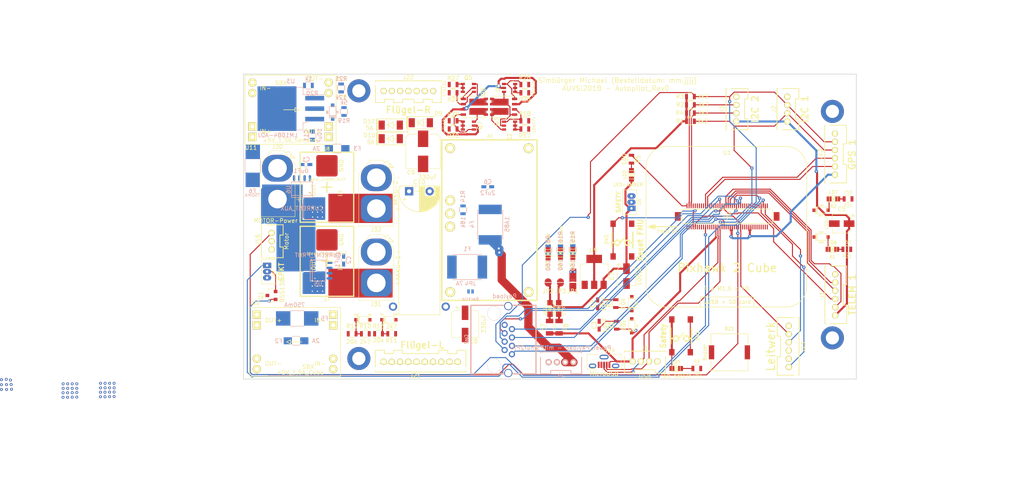
<source format=kicad_pcb>
(kicad_pcb (version 20171130) (host pcbnew "(2018-02-13 revision 365ab99a6)-makepkg")
  (layers (0 F.Cu signal) (31 B.Cu signal) (34 B.Paste user) (35 F.Paste user) (36 B.SilkS user) (37 F.SilkS user) (38 B.Mask user) (39 F.Mask user) (44 Edge.Cuts user))
  (net 0 "")
  (net 1 +5V_Sensors)
  (net 2 /ALARM)
  (net 3 GND)
  (net 4 /BATT­_CURRENT_SENS_PROT_1)
  (net 5 /AUX_BATT­_CURRENT_SENS_1)
  (net 6 /BATT­_CURRENT_SENS_PROT)
  (net 7 /AUX_BATT­_CURRENT_SENS)
  (net 8 /BATT­_VOLTAGE_SENS_PROT)
  (net 9 /AUX_BATT­_VOLTAGE_SENS)
  (net 10 +5V_Servo)
  (net 11 "Net-(F2-Pad1)")
  (net 12 +5V_Cube)
  (net 13 "Net-(F3-Pad1)")
  (net 14 "Net-(F5-Pad2)")
  (net 15 "Net-(F6-Pad2)")
  (net 16 /SERIAL1_RTS)
  (net 17 /SERIAL1_CTS)
  (net 18 /SERIAL1_RX)
  (net 19 /SERIAL1_TX)
  (net 20 /I2C_1_SDA)
  (net 21 /I2C_1_SCL)
  (net 22 /I2C_2_SCL)
  (net 23 /I2C_2_SDA)
  (net 24 /OTG_DP1)
  (net 25 /OTG_DM1)
  (net 26 /SERIAL2_TX)
  (net 27 /SERIAL2_RX)
  (net 28 /SERIAL_3_TX)
  (net 29 /SERIAL_3_RX)
  (net 30 /VDD_3V3_SPECTRUM_EN)
  (net 31 /IO-USART1_RX_SPECTRUM_DSM)
  (net 32 /IO-CH3-PROT)
  (net 33 /FMU-CH1-PROT)
  (net 34 /IO-CH1-PROT)
  (net 35 /IO-CH2-PROT)
  (net 36 /IO-CH5-PROT)
  (net 37 /IO-CH4-PROT)
  (net 38 /IO-CH6-PROT)
  (net 39 /IO-CH7-PROT)
  (net 40 "Net-(J24-Pad4)")
  (net 41 /SAFETY)
  (net 42 /IO-~LED_SAFETY_PROT)
  (net 43 /VBUS)
  (net 44 +3V3)
  (net 45 /FMU-~LED_AMBER)
  (net 46 /FMU-~RESET)
  (net 47 /FMU-CH3-PROT)
  (net 48 /FMU-CH2-PROT)
  (net 49 "Net-(U5-Pad1)")
  (net 50 "Net-(U6-Pad1)")
  (net 51 "Net-(A1-Pad2)")
  (net 52 "Net-(A1-Pad3)")
  (net 53 "Net-(A1-Pad4)")
  (net 54 "Net-(A1-Pad5)")
  (net 55 "Net-(A1-Pad6)")
  (net 56 "Net-(D6-Pad1)")
  (net 57 "Net-(J37-Pad2)")
  (net 58 "Net-(LD1-Pad2)")
  (net 59 "Net-(LD2-Pad2)")
  (net 60 "Net-(Q2-Pad1)")
  (net 61 "Net-(U1-Pad73)")
  (net 62 "Net-(U1-Pad71)")
  (net 63 "Net-(U1-Pad69)")
  (net 64 "Net-(U1-Pad67)")
  (net 65 "Net-(U1-Pad65)")
  (net 66 "Net-(U1-Pad57)")
  (net 67 "Net-(U1-Pad55)")
  (net 68 "Net-(U1-Pad51)")
  (net 69 "Net-(U1-Pad27)")
  (net 70 "Net-(U1-Pad11)")
  (net 71 "Net-(U1-Pad5)")
  (net 72 "Net-(U1-Pad3)")
  (net 73 "Net-(U1-Pad64)")
  (net 74 "Net-(U1-Pad46)")
  (net 75 "Net-(U1-Pad26)")
  (net 76 "Net-(U1-Pad14)")
  (net 77 "Net-(U1-Pad12)")
  (net 78 "Net-(U1-Pad10)")
  (net 79 "Net-(U1-Pad8)")
  (net 80 "Net-(U1-Pad1)")
  (net 81 "Net-(U1-Pad59)")
  (net 82 /Power_Supply/Recuperate)
  (net 83 "Net-(C10-Pad2)")
  (net 84 "Net-(D10-Pad2)")
  (net 85 "Net-(D12-Pad2)")
  (net 86 "Net-(R20-Pad2)")
  (net 87 "Net-(R21-Pad1)")
  (net 88 /Power_Supply/CrossFeed)
  (net 89 /Power_Supply)
  (net 90 "Net-(U1-Pad16)")
  (net 91 "Net-(U1-Pad18)")
  (net 92 "Net-(U1-Pad30)")
  (net 93 "Net-(U1-Pad32)")
  (net 94 "Net-(U1-Pad56)")
  (net 95 "Net-(U1-Pad58)")
  (net 96 "Net-(U1-Pad60)")
  (net 97 "Net-(U1-Pad62)")
  (net 98 "Net-(U1-Pad66)")
  (net 99 "Net-(U1-Pad21)")
  (net 100 "Net-(U1-Pad39)")
  (net 101 "Net-(U1-Pad41)")
  (net 102 "Net-(U1-Pad75)")
  (net 103 "Net-(U1-Pad77)")
  (net 104 "Net-(U1-Pad79)")
  (net 105 "Net-(D16-Pad1)")
  (net 106 "Net-(D17-Pad1)")
  (net 107 "Net-(LD6-Pad2)")
  (net 108 "Net-(LD7-Pad2)")
  (net 109 "Net-(D7-Pad1)")
  (net 110 /Power_Supply/ID_Ser_1)
  (net 111 /Power_Supply/ID_Cub_1)
  (net 112 /Power_Supply/ID_Sen_1)
  (net 113 /Power_Supply/ID_Cub_2)
  (net 114 /Power_Supply/ID_CrossFeed)
  (net 115 "Net-(Q2-Pad4)")
  (net 116 "Net-(Q3-Pad4)")
  (net 117 "Net-(Q4-Pad1)")
  (net 118 "Net-(Q5-Pad1)")
  (net 119 "Net-(Q5-Pad4)")
  (net 120 "Net-(Q6-Pad4)")
  (net 121 "Net-(Q7-Pad1)")
  (net 122 "Net-(LD3-Pad1)")
  (net 123 "Net-(LD4-Pad1)")
  (net 124 "Net-(LD5-Pad1)")
  (net 125 "Net-(LD6-Pad1)")
  (net 126 "Net-(LD7-Pad1)")
  (module Package_SO:PowerPAK_SO-8_Dual (layer F.Cu) (at 234.95 94.175 180)
    (fp_text reference Q3 (at 1.75 -3.675 270) (layer F.SilkS))
    (fp_text value SI7997DP)
    (pad 6 smd rect (at 0.69 1.13 180) (size 3.81 1.65) (layers F.Cu F.Paste F.Mask) (net 114 /Power_Supply/ID_CrossFeed))
    (pad 5 smd rect (at 0.69 -1.13 180) (size 3.81 1.65) (layers F.Cu F.Paste F.Mask) (net 112 /Power_Supply/ID_Sen_1))
    (pad 5 smd rect (at 2.795 -1.905 180) (size 1.02 0.61) (layers F.Cu F.Paste F.Mask) (net 112 /Power_Supply/ID_Sen_1))
    (pad 5 smd rect (at 2.795 -0.635 180) (size 1.02 0.61) (layers F.Cu F.Paste F.Mask) (net 112 /Power_Supply/ID_Sen_1))
    (pad 6 smd rect (at 2.795 0.635 180) (size 1.02 0.61) (layers F.Cu F.Paste F.Mask) (net 114 /Power_Supply/ID_CrossFeed))
    (pad 6 smd rect (at 2.795 1.905 180) (size 1.02 0.61) (layers F.Cu F.Paste F.Mask) (net 114 /Power_Supply/ID_CrossFeed))
    (pad 4 smd rect (at -2.67 1.905 180) (size 1.27 0.61) (layers F.Cu F.Paste F.Mask) (net 116 "Net-(Q3-Pad4)"))
    (pad 3 smd rect (at -2.67 0.635 180) (size 1.27 0.61) (layers F.Cu F.Paste F.Mask) (net 88 /Power_Supply/CrossFeed))
    (pad 2 smd rect (at -2.67 -0.635 180) (size 1.27 0.61) (layers F.Cu F.Paste F.Mask) (net 115 "Net-(Q2-Pad4)"))
    (pad 1 smd rect (at -2.67 -1.905 180) (size 1.27 0.61) (layers F.Cu F.Paste F.Mask) (net 114 /Power_Supply/ID_CrossFeed))
  )
  (module manuf:TEXAS-R-PDSS-T7 (layer F.Cu) (at 231.5 121.7 270)
    (fp_text reference A1 (at -20.375 -0.225 180) (layer F.SilkS) (effects (font (size 0.8 0.8))))
    (fp_text value +5V3_6A_Servo)
    (pad 1 thru_hole circle (at -17.465 -9.525 270) (size 2.4 2.4) (drill 1.4) (layers *.Cu *.Mask F.SilkS) (net 3 GND))
    (pad 2 thru_hole circle (at -17.465 9.525 270) (size 2.4 2.4) (drill 1.4) (layers *.Cu *.Mask F.SilkS) (net 51 "Net-(A1-Pad2)"))
    (pad 3 thru_hole circle (at -4.765 9.525 270) (size 2.4 2.4) (drill 1.4) (layers *.Cu *.Mask F.SilkS) (net 52 "Net-(A1-Pad3)"))
    (pad 4 thru_hole circle (at -1.585 9.525 270) (size 2.4 2.4) (drill 1.4) (layers *.Cu *.Mask F.SilkS) (net 53 "Net-(A1-Pad4)"))
    (pad 5 thru_hole circle (at 1.595 9.525 270) (size 2.4 2.4) (drill 1.4) (layers *.Cu *.Mask F.SilkS) (net 88 /Power_Supply/CrossFeed))
    (pad 6 thru_hole circle (at 17.475 9.525 270) (size 2.4 2.4) (drill 1.4) (layers *.Cu *.Mask F.SilkS) (net 55 "Net-(A1-Pad6)"))
    (pad 7 thru_hole circle (at 17.475 -9.525 270) (size 2.4 2.4) (drill 1.4) (layers *.Cu *.Mask F.SilkS) (net 3 GND))
  )
  (module Capacitors-[MS]:CP_Radial_D10.0mm_P5.00mm_horizontal (layer F.Cu) (at 212 114.7)
    (fp_text reference C10 (at 2.5 -2.2) (layer F.SilkS))
    (fp_text value 10F/3V)
    (pad 4 thru_hole circle (at 8.9 28) (size 2 2) (drill 1.2) (layers *.Cu *.Mask))
    (pad 3 thru_hole circle (at -3.9 28) (size 2 2) (drill 1.2) (layers *.Cu *.Mask))
    (pad 2 thru_hole circle (at 5 0) (size 2 2) (drill 1) (layers *.Cu *.Mask) (net 83 "Net-(C10-Pad2)"))
    (pad 1 thru_hole rect (at 0 0) (size 2 2) (drill 1) (layers *.Cu *.Mask) (net 89 /Power_Supply))
  )
  (module connectors-[JS]:JUMPER-SOLDER-SMD_mit_flaechenanschluss (layer B.Cu) (at 226.925 139.025 270)
    (fp_text reference JP4 (at -1.875 0) (layer B.SilkS) (effects (justify mirror)))
    (fp_text value BackUp (at 1.8 0 180) (layer B.SilkS) (effects (font (size 0.75 0.75) (thickness 0.1)) (justify mirror)))
    (pad 2 smd trapezoid (at 0 0.5 180) (size 0.6 1) (rect_delta 0.1 0) (layers B.Cu B.Mask) (net 55 "Net-(A1-Pad6)"))
    (pad 1 smd trapezoid (at 0 -0.5) (size 0.6 1) (rect_delta 0.1 0) (layers B.Cu B.Mask) (net 110 /Power_Supply/ID_Ser_1))
  )
  (module Power_Integrations:SO-8 (layer B.Cu) (at 189.9 133.95 90)
    (fp_text reference U5 (at -3.305 0.012 -180) (layer B.SilkS) (effects (justify mirror)))
    (fp_text value CURRENT_PROT (at 3.75 0 -180) (layer B.SilkS) (effects (justify mirror)))
    (pad 8 smd oval (at -1.905 2.794 90) (size 0.6096 1.4732) (layers B.Cu B.Paste B.Mask) (net 44 +3V3))
    (pad 7 smd oval (at -0.635 2.794 90) (size 0.6096 1.4732) (layers B.Cu B.Paste B.Mask) (net 4 /BATT­_CURRENT_SENS_PROT_1))
    (pad 6 smd oval (at 0.635 2.794 90) (size 0.6096 1.4732) (layers B.Cu B.Paste B.Mask) (net 44 +3V3))
    (pad 5 smd oval (at 1.905 2.794 90) (size 0.6096 1.4732) (layers B.Cu B.Paste B.Mask) (net 3 GND))
    (pad 4 smd oval (at 1.905 -2.794 90) (size 0.6096 1.4732) (layers B.Cu B.Paste B.Mask) (net 89 /Power_Supply))
    (pad 3 smd oval (at 0.635 -2.794 90) (size 0.6096 1.4732) (layers B.Cu B.Paste B.Mask) (net 89 /Power_Supply))
    (pad 2 smd oval (at -0.635 -2.794 90) (size 0.6096 1.4732) (layers B.Cu B.Paste B.Mask) (net 49 "Net-(U5-Pad1)"))
    (pad 1 smd oval (at -1.905 -2.794 90) (size 0.6096 1.4732) (layers B.Cu B.Paste B.Mask) (net 49 "Net-(U5-Pad1)"))
  )
  (module Pixhawk_2-Cube:Pixhawk-2_Cube (layer F.Cu) (at 289.25 120.8 180)
    (fp_text reference U1 (at 0 15.5 180) (layer F.SilkS))
    (fp_text value Pixhawk_2_Cube_80-Pin_Header)
    (fp_text user "µUSB + SD card" (at 0 -20.75 180) (layer F.SilkS) (effects (font (size 0.9 0.9))))
    (fp_text user "Flight Dir" (at 14.55 -3.55 180) (layer F.SilkS) (effects (font (size 0.9 0.7) (thickness 0.125))))
    (fp_text user "4 x M1,6 x 10" (at 0.2 -17.5 180) (layer F.SilkS))
    (fp_text user 0 (at -0.6 0.8 180) (layer F.SilkS) (effects (font (size 0.9 0.7) (thickness 0.125))))
    (fp_text user "Pixhawk 2 Cube" (at 0 -12.5 180) (layer F.SilkS) (effects (font (size 2 2) (thickness 0.3))))
    (pad "" np_thru_hole circle (at 15.2 -17.5 270) (size 1.8 1.8) (drill 1.8) (layers *.Cu *.Mask) (clearance 1))
    (pad "" np_thru_hole circle (at -14.8 -17.5 270) (size 1.8 1.8) (drill 1.8) (layers *.Cu *.Mask) (clearance 1))
    (pad "" np_thru_hole circle (at 15.2 12.5 270) (size 1.8 1.8) (drill 1.8) (layers *.Cu *.Mask) (clearance 1))
    (pad "" np_thru_hole circle (at -14.8 12.5 270) (size 1.8 1.8) (drill 1.8) (layers *.Cu *.Mask) (clearance 1))
    (pad 0 smd rect (at -12.000832 0.00028 180) (size 1.4 2.1) (layers F.Cu F.Paste F.Mask))
    (pad 0 smd rect (at 11.999168 0 180) (size 1.4 2.1) (layers F.Cu F.Paste F.Mask))
    (pad "" np_thru_hole circle (at -11 1.9 180) (size 0.65 0.65) (drill 0.65) (layers *.Cu *.Mask) (clearance 0.15))
    (pad "" np_thru_hole circle (at 11 1.9 180) (size 0.65 0.65) (drill 0.65) (layers *.Cu *.Mask) (clearance 0.15))
    (pad 2 smd rect (at 9.748336 2.575 180) (size 0.25 1.15) (layers F.Cu F.Paste F.Mask) (net 45 /FMU-~LED_AMBER))
    (pad 1 smd rect (at 9.748336 -2.57472 180) (size 0.25 1.15) (layers F.Cu F.Paste F.Mask) (net 80 "Net-(U1-Pad1)"))
    (pad 4 smd rect (at 9.248336 2.575 180) (size 0.25 1.15) (layers F.Cu F.Paste F.Mask) (net 23 /I2C_2_SDA))
    (pad 6 smd rect (at 8.748336 2.575 180) (size 0.25 1.15) (layers F.Cu F.Paste F.Mask) (net 22 /I2C_2_SCL))
    (pad 8 smd rect (at 8.248336 2.575 180) (size 0.25 1.15) (layers F.Cu F.Paste F.Mask) (net 79 "Net-(U1-Pad8)"))
    (pad 10 smd rect (at 7.748336 2.575 180) (size 0.25 1.15) (layers F.Cu F.Paste F.Mask) (net 78 "Net-(U1-Pad10)"))
    (pad 12 smd rect (at 7.248336 2.575 180) (size 0.25 1.15) (layers F.Cu F.Paste F.Mask) (net 77 "Net-(U1-Pad12)"))
    (pad 14 smd rect (at 6.748336 2.575 180) (size 0.25 1.15) (layers F.Cu F.Paste F.Mask) (net 76 "Net-(U1-Pad14)"))
    (pad 16 smd rect (at 6.248336 2.575 180) (size 0.25 1.15) (layers F.Cu F.Paste F.Mask) (net 90 "Net-(U1-Pad16)"))
    (pad 18 smd rect (at 5.748336 2.575 180) (size 0.25 1.15) (layers F.Cu F.Paste F.Mask) (net 91 "Net-(U1-Pad18)"))
    (pad 20 smd rect (at 5.248336 2.575 180) (size 0.25 1.15) (layers F.Cu F.Paste F.Mask) (net 29 /SERIAL_3_RX))
    (pad 22 smd rect (at 4.748336 2.575 180) (size 0.25 1.15) (layers F.Cu F.Paste F.Mask) (net 28 /SERIAL_3_TX))
    (pad 24 smd rect (at 4.248336 2.575 180) (size 0.25 1.15) (layers F.Cu F.Paste F.Mask) (net 2 /ALARM))
    (pad 26 smd rect (at 3.748336 2.575 180) (size 0.25 1.15) (layers F.Cu F.Paste F.Mask) (net 75 "Net-(U1-Pad26)"))
    (pad 28 smd rect (at 3.248336 2.575 180) (size 0.25 1.15) (layers F.Cu F.Paste F.Mask) (net 42 /IO-~LED_SAFETY_PROT))
    (pad 30 smd rect (at 2.748336 2.575 180) (size 0.25 1.15) (layers F.Cu F.Paste F.Mask) (net 92 "Net-(U1-Pad30)"))
    (pad 32 smd rect (at 2.248336 2.575 180) (size 0.25 1.15) (layers F.Cu F.Paste F.Mask) (net 93 "Net-(U1-Pad32)"))
    (pad 34 smd rect (at 1.748336 2.575 180) (size 0.25 1.15) (layers F.Cu F.Paste F.Mask) (net 27 /SERIAL2_RX))
    (pad 36 smd rect (at 1.248336 2.575 180) (size 0.25 1.15) (layers F.Cu F.Paste F.Mask) (net 26 /SERIAL2_TX))
    (pad 38 smd rect (at 0.748336 2.575 180) (size 0.25 1.15) (layers F.Cu F.Paste F.Mask) (net 18 /SERIAL1_RX))
    (pad 40 smd rect (at 0.248336 2.575 180) (size 0.25 1.15) (layers F.Cu F.Paste F.Mask) (net 19 /SERIAL1_TX))
    (pad 42 smd rect (at -0.251664 2.575 180) (size 0.25 1.15) (layers F.Cu F.Paste F.Mask) (net 16 /SERIAL1_RTS))
    (pad 44 smd rect (at -0.751664 2.575 180) (size 0.25 1.15) (layers F.Cu F.Paste F.Mask) (net 17 /SERIAL1_CTS))
    (pad 46 smd rect (at -1.251664 2.575 180) (size 0.25 1.15) (layers F.Cu F.Paste F.Mask) (net 74 "Net-(U1-Pad46)"))
    (pad 48 smd rect (at -1.751664 2.575 180) (size 0.25 1.15) (layers F.Cu F.Paste F.Mask) (net 31 /IO-USART1_RX_SPECTRUM_DSM))
    (pad 50 smd rect (at -2.251664 2.575 180) (size 0.25 1.15) (layers F.Cu F.Paste F.Mask) (net 33 /FMU-CH1-PROT))
    (pad 52 smd rect (at -2.751664 2.575 180) (size 0.25 1.15) (layers F.Cu F.Paste F.Mask) (net 48 /FMU-CH2-PROT))
    (pad 54 smd rect (at -3.251664 2.575 180) (size 0.25 1.15) (layers F.Cu F.Paste F.Mask) (net 47 /FMU-CH3-PROT))
    (pad 56 smd rect (at -3.751664 2.575 180) (size 0.25 1.15) (layers F.Cu F.Paste F.Mask) (net 94 "Net-(U1-Pad56)"))
    (pad 58 smd rect (at -4.251664 2.575 180) (size 0.25 1.15) (layers F.Cu F.Paste F.Mask) (net 95 "Net-(U1-Pad58)"))
    (pad 60 smd rect (at -4.751664 2.575 180) (size 0.25 1.15) (layers F.Cu F.Paste F.Mask) (net 96 "Net-(U1-Pad60)"))
    (pad 62 smd rect (at -5.251664 2.575 180) (size 0.25 1.15) (layers F.Cu F.Paste F.Mask) (net 97 "Net-(U1-Pad62)"))
    (pad 64 smd rect (at -5.751664 2.575 180) (size 0.25 1.15) (layers F.Cu F.Paste F.Mask) (net 73 "Net-(U1-Pad64)"))
    (pad 66 smd rect (at -6.251664 2.575 180) (size 0.25 1.15) (layers F.Cu F.Paste F.Mask) (net 98 "Net-(U1-Pad66)"))
    (pad 68 smd rect (at -6.751664 2.575 180) (size 0.25 1.15) (layers F.Cu F.Paste F.Mask) (net 39 /IO-CH7-PROT))
    (pad 70 smd rect (at -7.251664 2.575 180) (size 0.25 1.15) (layers F.Cu F.Paste F.Mask) (net 38 /IO-CH6-PROT))
    (pad 72 smd rect (at -7.751664 2.575 180) (size 0.25 1.15) (layers F.Cu F.Paste F.Mask) (net 36 /IO-CH5-PROT))
    (pad 74 smd rect (at -8.251664 2.575 180) (size 0.25 1.15) (layers F.Cu F.Paste F.Mask) (net 37 /IO-CH4-PROT))
    (pad 76 smd rect (at -8.751664 2.575 180) (size 0.25 1.15) (layers F.Cu F.Paste F.Mask) (net 32 /IO-CH3-PROT))
    (pad 78 smd rect (at -9.251664 2.575 180) (size 0.25 1.15) (layers F.Cu F.Paste F.Mask) (net 35 /IO-CH2-PROT))
    (pad 80 smd rect (at -9.751664 2.575 180) (size 0.25 1.15) (layers F.Cu F.Paste F.Mask) (net 34 /IO-CH1-PROT))
    (pad 3 smd rect (at 9.248336 -2.57472 180) (size 0.25 1.15) (layers F.Cu F.Paste F.Mask) (net 72 "Net-(U1-Pad3)"))
    (pad 5 smd rect (at 8.748336 -2.57472 180) (size 0.25 1.15) (layers F.Cu F.Paste F.Mask) (net 71 "Net-(U1-Pad5)"))
    (pad 7 smd rect (at 8.248336 -2.57472 180) (size 0.25 1.15) (layers F.Cu F.Paste F.Mask) (net 46 /FMU-~RESET))
    (pad 9 smd rect (at 7.748336 -2.57472 180) (size 0.25 1.15) (layers F.Cu F.Paste F.Mask) (net 10 +5V_Servo))
    (pad 11 smd rect (at 7.248336 -2.57472 180) (size 0.25 1.15) (layers F.Cu F.Paste F.Mask) (net 70 "Net-(U1-Pad11)"))
    (pad 13 smd rect (at 6.748336 -2.57472 180) (size 0.25 1.15) (layers F.Cu F.Paste F.Mask) (net 3 GND))
    (pad 15 smd rect (at 6.248336 -2.57472 180) (size 0.25 1.15) (layers F.Cu F.Paste F.Mask) (net 3 GND))
    (pad 17 smd rect (at 5.748336 -2.57472 180) (size 0.25 1.15) (layers F.Cu F.Paste F.Mask) (net 41 /SAFETY))
    (pad 19 smd rect (at 5.248336 -2.57472 180) (size 0.25 1.15) (layers F.Cu F.Paste F.Mask) (net 30 /VDD_3V3_SPECTRUM_EN))
    (pad 21 smd rect (at 4.748336 -2.57472 180) (size 0.25 1.15) (layers F.Cu F.Paste F.Mask) (net 99 "Net-(U1-Pad21)"))
    (pad 23 smd rect (at 4.248336 -2.57472 180) (size 0.25 1.15) (layers F.Cu F.Paste F.Mask) (net 9 /AUX_BATT­_VOLTAGE_SENS))
    (pad 25 smd rect (at 3.748336 -2.57472 180) (size 0.25 1.15) (layers F.Cu F.Paste F.Mask) (net 7 /AUX_BATT­_CURRENT_SENS))
    (pad 27 smd rect (at 3.248336 -2.57472 180) (size 0.25 1.15) (layers F.Cu F.Paste F.Mask) (net 69 "Net-(U1-Pad27)"))
    (pad 29 smd rect (at 2.748336 -2.57472 180) (size 0.25 1.15) (layers F.Cu F.Paste F.Mask) (net 43 /VBUS))
    (pad 31 smd rect (at 2.248336 -2.57472 180) (size 0.25 1.15) (layers F.Cu F.Paste F.Mask) (net 24 /OTG_DP1))
    (pad 33 smd rect (at 1.748336 -2.57472 180) (size 0.25 1.15) (layers F.Cu F.Paste F.Mask) (net 25 /OTG_DM1))
    (pad 35 smd rect (at 1.248336 -2.57472 180) (size 0.25 1.15) (layers F.Cu F.Paste F.Mask) (net 20 /I2C_1_SDA))
    (pad 37 smd rect (at 0.748336 -2.57472 180) (size 0.25 1.15) (layers F.Cu F.Paste F.Mask) (net 21 /I2C_1_SCL))
    (pad 39 smd rect (at 0.248336 -2.57472 180) (size 0.25 1.15) (layers F.Cu F.Paste F.Mask) (net 100 "Net-(U1-Pad39)"))
    (pad 41 smd rect (at -0.251664 -2.57472 180) (size 0.25 1.15) (layers F.Cu F.Paste F.Mask) (net 101 "Net-(U1-Pad41)"))
    (pad 43 smd rect (at -0.751664 -2.57472 180) (size 0.25 1.15) (layers F.Cu F.Paste F.Mask) (net 12 +5V_Cube))
    (pad 45 smd rect (at -1.251664 -2.57472 180) (size 0.25 1.15) (layers F.Cu F.Paste F.Mask) (net 12 +5V_Cube))
    (pad 47 smd rect (at -1.751664 -2.57472 180) (size 0.25 1.15) (layers F.Cu F.Paste F.Mask) (net 8 /BATT­_VOLTAGE_SENS_PROT))
    (pad 49 smd rect (at -2.251664 -2.57472 180) (size 0.25 1.15) (layers F.Cu F.Paste F.Mask) (net 6 /BATT­_CURRENT_SENS_PROT))
    (pad 51 smd rect (at -2.751664 -2.57472 180) (size 0.25 1.15) (layers F.Cu F.Paste F.Mask) (net 68 "Net-(U1-Pad51)"))
    (pad 53 smd rect (at -3.251664 -2.57472 180) (size 0.25 1.15) (layers F.Cu F.Paste F.Mask) (net 10 +5V_Servo))
    (pad 55 smd rect (at -3.751664 -2.57472 180) (size 0.25 1.15) (layers F.Cu F.Paste F.Mask) (net 67 "Net-(U1-Pad55)"))
    (pad 57 smd rect (at -4.251664 -2.57472 180) (size 0.25 1.15) (layers F.Cu F.Paste F.Mask) (net 66 "Net-(U1-Pad57)"))
    (pad 59 smd rect (at -4.751664 -2.57472 180) (size 0.25 1.15) (layers F.Cu F.Paste F.Mask) (net 81 "Net-(U1-Pad59)"))
    (pad 61 smd rect (at -5.251664 -2.57472 180) (size 0.25 1.15) (layers F.Cu F.Paste F.Mask) (net 12 +5V_Cube))
    (pad 63 smd rect (at -5.751664 -2.57472 180) (size 0.25 1.15) (layers F.Cu F.Paste F.Mask) (net 12 +5V_Cube))
    (pad 65 smd rect (at -6.251664 -2.57472 180) (size 0.25 1.15) (layers F.Cu F.Paste F.Mask) (net 65 "Net-(U1-Pad65)"))
    (pad 67 smd rect (at -6.751664 -2.57472 180) (size 0.25 1.15) (layers F.Cu F.Paste F.Mask) (net 64 "Net-(U1-Pad67)"))
    (pad 69 smd rect (at -7.251664 -2.57472 180) (size 0.25 1.15) (layers F.Cu F.Paste F.Mask) (net 63 "Net-(U1-Pad69)"))
    (pad 71 smd rect (at -7.751664 -2.57472 180) (size 0.25 1.15) (layers F.Cu F.Paste F.Mask) (net 62 "Net-(U1-Pad71)"))
    (pad 73 smd rect (at -8.251664 -2.57472 180) (size 0.25 1.15) (layers F.Cu F.Paste F.Mask) (net 61 "Net-(U1-Pad73)"))
    (pad 75 smd rect (at -8.751664 -2.57472 180) (size 0.25 1.15) (layers F.Cu F.Paste F.Mask) (net 102 "Net-(U1-Pad75)"))
    (pad 77 smd rect (at -9.251664 -2.57472 180) (size 0.25 1.15) (layers F.Cu F.Paste F.Mask) (net 103 "Net-(U1-Pad77)"))
    (pad 79 smd rect (at -9.751664 -2.57472 180) (size 0.25 1.15) (layers F.Cu F.Paste F.Mask) (net 104 "Net-(U1-Pad79)"))
  )
  (module Power-IC:Mini_MP1584EN (layer F.Cu) (at 184.3 151.275)
    (fp_text reference U2 (at -9.475 -9.475) (layer F.SilkS))
    (fp_text value +5V_1,5A_Cube (at 1.25 7.41) (layer F.SilkS))
    (fp_text user SBX (at 3.22 6.05) (layer F.SilkS))
    (fp_text user OUT- (at -5.25 5.25) (layer F.SilkS))
    (fp_text user IN- (at 6.1 5.25) (layer F.SilkS))
    (fp_text user IN+ (at 6.1 -5.25) (layer F.SilkS))
    (fp_text user OUT+ (at -5.25 -5.25) (layer F.SilkS))
    (pad 1 thru_hole rect (at 9.271 -6.604) (size 2 2) (drill 1) (layers *.Cu *.Mask F.SilkS) (net 14 "Net-(F5-Pad2)"))
    (pad 2 thru_hole rect (at 9.271 -4.064) (size 2 2) (drill 1) (layers *.Cu *.Mask F.SilkS) (net 14 "Net-(F5-Pad2)"))
    (pad 4 thru_hole circle (at 9.271 6.604) (size 2 2) (drill 1) (layers *.Cu *.Mask F.SilkS) (net 3 GND))
    (pad 3 thru_hole circle (at 9.271 4.064) (size 2 2) (drill 1) (layers *.Cu *.Mask F.SilkS) (net 3 GND))
    (pad 8 thru_hole rect (at -9.271 -6.604) (size 2 2) (drill 1) (layers *.Cu *.Mask F.SilkS) (net 11 "Net-(F2-Pad1)"))
    (pad 7 thru_hole rect (at -9.271 -4.064) (size 2 2) (drill 1) (layers *.Cu *.Mask F.SilkS) (net 11 "Net-(F2-Pad1)"))
    (pad 6 thru_hole circle (at -9.271 4.064) (size 2 2) (drill 1) (layers *.Cu *.Mask F.SilkS) (net 3 GND))
    (pad 5 thru_hole circle (at -9.271 6.604) (size 2 2) (drill 1) (layers *.Cu *.Mask F.SilkS) (net 3 GND))
  )
  (module Power-IC:Mini_MP1584EN (layer F.Cu) (at 183.225 94.9 180)
    (fp_text reference U11 (at 9.625 -9.2) (layer F.SilkS))
    (fp_text value +5V_1,5A_Sensors (at -0.01 -7.42 180) (layer F.SilkS))
    (fp_text user SBX (at 2.33 6.5 180) (layer F.SilkS))
    (fp_text user OUT- (at -5.91 7.57 180) (layer F.SilkS))
    (fp_text user IN- (at 6.1 5.25 180) (layer F.SilkS))
    (fp_text user IN+ (at 6.1 -5.25 180) (layer F.SilkS))
    (fp_text user OUT+ (at -5.25 -5.25 180) (layer F.SilkS))
    (pad 1 thru_hole rect (at 9.271 -6.604 180) (size 2 2) (drill 1) (layers *.Cu *.Mask F.SilkS) (net 15 "Net-(F6-Pad2)"))
    (pad 2 thru_hole rect (at 9.271 -4.064 180) (size 2 2) (drill 1) (layers *.Cu *.Mask F.SilkS) (net 15 "Net-(F6-Pad2)"))
    (pad 4 thru_hole circle (at 9.271 6.604 180) (size 2 2) (drill 1) (layers *.Cu *.Mask F.SilkS) (net 3 GND))
    (pad 3 thru_hole circle (at 9.271 4.064 180) (size 2 2) (drill 1) (layers *.Cu *.Mask F.SilkS) (net 3 GND))
    (pad 8 thru_hole rect (at -9.271 -6.604 180) (size 2 2) (drill 1) (layers *.Cu *.Mask F.SilkS) (net 13 "Net-(F3-Pad1)"))
    (pad 7 thru_hole rect (at -9.271 -4.064 180) (size 2 2) (drill 1) (layers *.Cu *.Mask F.SilkS) (net 13 "Net-(F3-Pad1)"))
    (pad 6 thru_hole circle (at -9.271 4.064 180) (size 2 2) (drill 1) (layers *.Cu *.Mask F.SilkS) (net 3 GND))
    (pad 5 thru_hole circle (at -9.271 6.604 180) (size 2 2) (drill 1) (layers *.Cu *.Mask F.SilkS) (net 3 GND))
  )
  (module w_smd_diode:sod123 (layer B.Cu) (at 193.45 95.475 270)
    (fp_text reference D8 (at 0 1.30048 270) (layer B.SilkS) (effects (font (size 0.4 0.4) (thickness 0.1)) (justify mirror)))
    (fp_text value 3V (at 0 -1.19888 270) (layer B.SilkS) (effects (font (size 0.4 0.4) (thickness 0.1)) (justify mirror)))
    (pad 1 smd rect (at -1.67386 0 270) (size 0.8509 0.8509) (layers B.Cu B.Paste B.Mask) (net 82 /Power_Supply/Recuperate))
    (pad 2 smd rect (at 1.67386 0 270) (size 0.8509 0.8509) (layers B.Cu B.Paste B.Mask) (net 89 /Power_Supply))
  )
  (module connectors-[JS]:JUMPER-SOLDER-SMD_mit_flaechenanschluss (layer F.Cu) (at 251.766819 136.840018)
    (fp_text reference JP1 (at 0 2.1336) (layer F.SilkS))
    (fp_text value Servo)
    (pad 2 smd trapezoid (at 0 -0.5 90) (size 0.6 1) (rect_delta 0.1 0) (layers F.Cu F.Mask) (net 88 /Power_Supply/CrossFeed))
    (pad 1 smd trapezoid (at 0 0.5 270) (size 0.6 1) (rect_delta 0.1 0) (layers F.Cu F.Mask) (net 10 +5V_Servo))
  )
  (module stitching_vias:Stitching_Via-0_7mm (layer F.Cu) (at 139.275 161.325)
    (fp_text reference REF** hide)
    (fp_text value Stitching_Via-0_7mm hide)
    (pad 1 thru_hole circle (at 0 0) (size 0.7 0.7) (drill 0.3) (layers *.Cu) (net 3 GND))
  )
  (module stitching_vias:Stitching_Via-0_7mm (layer F.Cu) (at 137.075 162.425)
    (fp_text reference REF** hide)
    (fp_text value Stitching_Via-0_7mm hide)
    (pad 1 thru_hole circle (at 0 0) (size 0.7 0.7) (drill 0.3) (layers *.Cu) (net 3 GND))
  )
  (module stitching_vias:Stitching_Via-0_7mm (layer F.Cu) (at 138.175 162.425)
    (fp_text reference REF** hide)
    (fp_text value Stitching_Via-0_7mm hide)
    (pad 1 thru_hole circle (at 0 0) (size 0.7 0.7) (drill 0.3) (layers *.Cu) (net 3 GND))
  )
  (module stitching_vias:Stitching_Via-0_7mm (layer F.Cu) (at 138.15 163.5)
    (fp_text reference REF** hide)
    (fp_text value Stitching_Via-0_7mm hide)
    (pad 1 thru_hole circle (at 0 0) (size 0.7 0.7) (drill 0.3) (layers *.Cu) (net 3 GND))
  )
  (module stitching_vias:Stitching_Via-0_7mm (layer F.Cu) (at 138.15 164.6)
    (fp_text reference REF** hide)
    (fp_text value Stitching_Via-0_7mm hide)
    (pad 1 thru_hole circle (at 0 0) (size 0.7 0.7) (drill 0.3) (layers *.Cu) (net 3 GND))
  )
  (module stitching_vias:Stitching_Via-0_7mm (layer F.Cu) (at 139.275 164.575)
    (fp_text reference REF** hide)
    (fp_text value Stitching_Via-0_7mm hide)
    (pad 1 thru_hole circle (at 0 0) (size 0.7 0.7) (drill 0.3) (layers *.Cu) (net 3 GND))
  )
  (module stitching_vias:Stitching_Via-0_7mm (layer F.Cu) (at 140.375 163.45)
    (fp_text reference REF** hide)
    (fp_text value Stitching_Via-0_7mm hide)
    (pad 1 thru_hole circle (at 0 0) (size 0.7 0.7) (drill 0.3) (layers *.Cu) (net 3 GND))
  )
  (module stitching_vias:Stitching_Via-0_7mm (layer F.Cu) (at 137.05 163.5)
    (fp_text reference REF** hide)
    (fp_text value Stitching_Via-0_7mm hide)
    (pad 1 thru_hole circle (at 0 0) (size 0.7 0.7) (drill 0.3) (layers *.Cu) (net 3 GND))
  )
  (module stitching_vias:Stitching_Via-0_7mm (layer F.Cu) (at 140.375 161.325)
    (fp_text reference REF** hide)
    (fp_text value Stitching_Via-0_7mm hide)
    (pad 1 thru_hole circle (at 0 0) (size 0.7 0.7) (drill 0.3) (layers *.Cu) (net 3 GND))
  )
  (module stitching_vias:Stitching_Via-0_7mm (layer F.Cu) (at 139.275 163.475)
    (fp_text reference REF** hide)
    (fp_text value Stitching_Via-0_7mm hide)
    (pad 1 thru_hole circle (at 0 0) (size 0.7 0.7) (drill 0.3) (layers *.Cu) (net 3 GND))
  )
  (module stitching_vias:Stitching_Via-0_7mm (layer F.Cu) (at 140.375 164.55)
    (fp_text reference REF** hide)
    (fp_text value Stitching_Via-0_7mm hide)
    (pad 1 thru_hole circle (at 0 0) (size 0.7 0.7) (drill 0.3) (layers *.Cu) (net 3 GND))
  )
  (module stitching_vias:Stitching_Via-0_7mm (layer F.Cu) (at 140.375 162.425)
    (fp_text reference REF** hide)
    (fp_text value Stitching_Via-0_7mm hide)
    (pad 1 thru_hole circle (at 0 0) (size 0.7 0.7) (drill 0.3) (layers *.Cu) (net 3 GND))
  )
  (module stitching_vias:Stitching_Via-0_7mm (layer F.Cu) (at 137.05 164.6)
    (fp_text reference REF** hide)
    (fp_text value Stitching_Via-0_7mm hide)
    (pad 1 thru_hole circle (at 0 0) (size 0.7 0.7) (drill 0.3) (layers *.Cu) (net 3 GND))
  )
  (module stitching_vias:Stitching_Via-0_7mm (layer F.Cu) (at 137.075 161.325)
    (fp_text reference REF** hide)
    (fp_text value Stitching_Via-0_7mm hide)
    (pad 1 thru_hole circle (at 0 0) (size 0.7 0.7) (drill 0.3) (layers *.Cu) (net 3 GND))
  )
  (module stitching_vias:Stitching_Via-0_7mm (layer F.Cu) (at 138.175 161.325)
    (fp_text reference REF** hide)
    (fp_text value Stitching_Via-0_7mm hide)
    (pad 1 thru_hole circle (at 0 0) (size 0.7 0.7) (drill 0.3) (layers *.Cu) (net 3 GND))
  )
  (module stitching_vias:Stitching_Via-0_7mm (layer F.Cu) (at 139.275 162.425)
    (fp_text reference REF** hide)
    (fp_text value Stitching_Via-0_7mm hide)
    (pad 1 thru_hole circle (at 0 0) (size 0.7 0.7) (drill 0.3) (layers *.Cu) (net 3 GND))
  )
  (module devices_[JS]:PKMCS0909E4000-R1 (layer F.Cu) (at 289.8 153.8)
    (fp_text reference BZ1 (at 0 -5.75) (layer F.SilkS) (effects (font (size 0.8 0.8))))
    (fp_text value Buzzer (at -6 0.03 90) (layer F.SilkS) (effects (font (size 0.8 0.8))))
    (pad 2 smd rect (at 4.35 0) (size 1.3 3.4) (layers F.Cu F.Paste F.Mask) (net 3 GND))
    (pad 1 smd rect (at -4.35 0) (size 1.3 3.4) (layers F.Cu F.Paste F.Mask) (net 2 /ALARM))
  )
  (module TO_SOT_Packages_SMD:TO-263-3_TabPin2 (layer B.Cu) (at 183.3 94.625 180)
    (fp_text reference U3 (at 0 6.65 180) (layer B.SilkS) (effects (justify mirror)))
    (fp_text value LM1084-ADJ (at 3.225 -6.45 180) (layer B.SilkS) (effects (justify mirror)))
    (pad 2 smd rect (at 0.95 -2.775 180) (size 4.55 5.25) (layers B.Cu B.Paste) (net 82 /Power_Supply/Recuperate))
    (pad 2 smd rect (at 5.8 2.775 180) (size 4.55 5.25) (layers B.Cu B.Paste) (net 82 /Power_Supply/Recuperate))
    (pad 2 smd rect (at 0.95 2.775 180) (size 4.55 5.25) (layers B.Cu B.Paste) (net 82 /Power_Supply/Recuperate))
    (pad 2 smd rect (at 5.8 -2.775 180) (size 4.55 5.25) (layers B.Cu B.Paste) (net 82 /Power_Supply/Recuperate))
    (pad 2 smd rect (at 3.375 0 180) (size 9.4 10.8) (layers B.Cu B.Mask) (net 82 /Power_Supply/Recuperate))
    (pad 3 smd rect (at -5.775 -2.54 180) (size 4.6 1.1) (layers B.Cu B.Paste B.Mask) (net 89 /Power_Supply))
    (pad 2 smd rect (at -5.775 0 180) (size 4.6 1.1) (layers B.Cu B.Paste B.Mask) (net 82 /Power_Supply/Recuperate))
    (pad 1 smd rect (at -5.775 2.54 180) (size 4.6 1.1) (layers B.Cu B.Paste B.Mask) (net 86 "Net-(R20-Pad2)"))
  )
  (module Resistors-Mini-SMD:R_0805 (layer F.Cu) (at 195.475 89.6 90)
    (fp_text reference R22 (at 2.25 0.025 180) (layer F.SilkS))
    (fp_text value 470 (at -2.225 0 180) (layer F.SilkS))
    (pad 1 smd rect (at -0.95 0 90) (size 0.7 1.3) (layers F.Cu F.Paste F.Mask) (net 3 GND))
    (pad 2 smd rect (at 0.95 0 90) (size 0.7 1.3) (layers F.Cu F.Paste F.Mask) (net 87 "Net-(R21-Pad1)"))
  )
  (module Resistors-Mini-SMD:R_0805 (layer B.Cu) (at 195.5 89.6 270)
    (fp_text reference R21 (at -2.25 0) (layer B.SilkS) (effects (justify mirror)))
    (fp_text value 12k (at 2.325 0.025 180) (layer B.SilkS) (effects (justify mirror)))
    (pad 2 smd rect (at 0.95 0 270) (size 0.7 1.3) (layers B.Cu B.Paste B.Mask) (net 86 "Net-(R20-Pad2)"))
    (pad 1 smd rect (at -0.95 0 270) (size 0.7 1.3) (layers B.Cu B.Paste B.Mask) (net 87 "Net-(R21-Pad1)"))
  )
  (module Resistors-Mini-SMD:R_0805 (layer B.Cu) (at 187.55 89)
    (fp_text reference R20 (at 0.925 1.9) (layer B.SilkS) (effects (justify mirror)))
    (fp_text value 1k (at 0 -1.675) (layer B.SilkS) (effects (justify mirror)))
    (pad 1 smd rect (at -0.95 0) (size 0.7 1.3) (layers B.Cu B.Paste B.Mask) (net 82 /Power_Supply/Recuperate))
    (pad 2 smd rect (at 0.95 0) (size 0.7 1.3) (layers B.Cu B.Paste B.Mask) (net 86 "Net-(R20-Pad2)"))
  )
  (module Resistors-Mini-SMD:R_0805 (layer B.Cu) (at 196.2 95.325 90)
    (fp_text reference R19 (at -2.225 0 180) (layer B.SilkS) (effects (justify mirror)))
    (fp_text value 5k (at 2.2 0 180) (layer B.SilkS) (effects (justify mirror)))
    (pad 1 smd rect (at -0.95 0 90) (size 0.7 1.3) (layers B.Cu B.Paste B.Mask) (net 83 "Net-(C10-Pad2)"))
    (pad 2 smd rect (at 0.95 0 90) (size 0.7 1.3) (layers B.Cu B.Paste B.Mask) (net 82 /Power_Supply/Recuperate))
  )
  (module General_smd-[JS]:SOD-128 (layer F.Cu) (at 207.55 98.625 180)
    (fp_text reference D12 (at 5.25 0.9 180) (layer F.SilkS))
    (fp_text value 5A (at 5.2 -0.675 180) (layer F.SilkS))
    (pad 2 smd rect (at 2.2 0 180) (size 1.5 2.2) (layers F.Cu F.Paste F.Mask) (net 85 "Net-(D12-Pad2)"))
    (pad 1 smd rect (at -2.2 0 180) (size 1.5 2.2) (layers F.Cu F.Paste F.Mask) (net 82 /Power_Supply/Recuperate))
  )
  (module General_smd-[JS]:SOD-128 (layer F.Cu) (at 207.55 101.925 180)
    (fp_text reference D10 (at 5.175 0.825 180) (layer F.SilkS))
    (fp_text value 5A (at 4.875 -0.825 180) (layer F.SilkS))
    (pad 1 smd rect (at -2.2 0 180) (size 1.5 2.2) (layers F.Cu F.Paste F.Mask) (net 82 /Power_Supply/Recuperate))
    (pad 2 smd rect (at 2.2 0 180) (size 1.5 2.2) (layers F.Cu F.Paste F.Mask) (net 84 "Net-(D10-Pad2)"))
  )
  (module General_smd-[JS]:SOD-128 (layer F.Cu) (at 214.85 98.05 180)
    (fp_text reference D9 (at -4.275 2.25 180) (layer F.SilkS))
    (fp_text value 30V/2W)
    (pad 2 smd rect (at 2.2 0 180) (size 1.5 2.2) (layers F.Cu F.Paste F.Mask) (net 82 /Power_Supply/Recuperate))
    (pad 1 smd rect (at -2.2 0 180) (size 1.5 2.2) (layers F.Cu F.Paste F.Mask) (net 3 GND))
  )
  (module Capacitors_SMD:C_0805 (layer B.Cu) (at 188.525 101.2 270)
    (fp_text reference C11 (at 0 1.5 270) (layer B.SilkS) (effects (justify mirror)))
    (fp_text value 10uF (at 0 -1.75 270) (layer B.SilkS) (effects (justify mirror)))
    (pad 2 smd rect (at 1 0 270) (size 1 1.25) (layers B.Cu B.Paste B.Mask) (net 3 GND))
    (pad 1 smd rect (at -1 0 270) (size 1 1.25) (layers B.Cu B.Paste B.Mask) (net 89 /Power_Supply))
  )
  (module Capacitors_SMD:CP_Elec_8x10.5 (layer F.Cu) (at 215.4 105 270)
    (fp_text reference C9 (at 5.15 2.925) (layer F.SilkS))
    (fp_text value 330uF (at 6.25 -1.1) (layer F.SilkS))
    (fp_text user + (at -4.78 3.91 270) (layer F.SilkS))
    (pad 2 smd rect (at 3.05 0 90) (size 4 2.5) (layers F.Cu F.Paste F.Mask) (net 3 GND))
    (pad 1 smd rect (at -3.05 0 90) (size 4 2.5) (layers F.Cu F.Paste F.Mask) (net 82 /Power_Supply/Recuperate))
  )
  (module Capacitors_SMD:C_0603_HandSoldering (layer B.Cu) (at 186.95 108.2 180)
    (fp_text reference C1 (at 0 1.25 180) (layer B.SilkS) (effects (justify mirror)))
    (fp_text value 0uF1 (at 1.2 -1.55 180) (layer B.SilkS) (effects (justify mirror)))
    (pad 2 smd rect (at 0.95 0 180) (size 1.2 0.75) (layers B.Cu B.Paste B.Mask) (net 3 GND))
    (pad 1 smd rect (at -0.95 0 180) (size 1.2 0.75) (layers B.Cu B.Paste B.Mask) (net 44 +3V3))
  )
  (module Capacitors_SMD:C_0603_HandSoldering (layer F.Cu) (at 258.16 147.225 90)
    (fp_text reference C3 (at 0 -1.25 90) (layer F.SilkS))
    (fp_text value 10nF (at 0 1.5 90) (layer F.SilkS))
    (pad 2 smd rect (at 0.95 0 90) (size 1.2 0.75) (layers F.Cu F.Paste F.Mask) (net 3 GND))
    (pad 1 smd rect (at -0.95 0 90) (size 1.2 0.75) (layers F.Cu F.Paste F.Mask) (net 4 /BATT­_CURRENT_SENS_PROT_1))
  )
  (module Capacitors_SMD:C_0603_HandSoldering (layer F.Cu) (at 257.79 142.035 90)
    (fp_text reference C4 (at 0 -1.25 90) (layer F.SilkS))
    (fp_text value 10nF (at 0 1.5 90) (layer F.SilkS))
    (pad 2 smd rect (at 0.95 0 90) (size 1.2 0.75) (layers F.Cu F.Paste F.Mask) (net 3 GND))
    (pad 1 smd rect (at -0.95 0 90) (size 1.2 0.75) (layers F.Cu F.Paste F.Mask) (net 5 /AUX_BATT­_CURRENT_SENS_1))
  )
  (module Capacitors_SMD:C_0603_HandSoldering (layer B.Cu) (at 196.1 131.425 90)
    (fp_text reference C2 (at 0 1.25 90) (layer B.SilkS) (effects (justify mirror)))
    (fp_text value 0uF1 (at 0 -1.5 90) (layer B.SilkS) (effects (justify mirror)))
    (pad 2 smd rect (at 0.95 0 90) (size 1.2 0.75) (layers B.Cu B.Paste B.Mask) (net 3 GND))
    (pad 1 smd rect (at -0.95 0 90) (size 1.2 0.75) (layers B.Cu B.Paste B.Mask) (net 44 +3V3))
  )
  (module w_smd_diode:sod123 (layer F.Cu) (at 207.082136 145.893605 180)
    (fp_text reference D4 (at 1.7 1.3 180) (layer F.SilkS) (effects (font (size 0.4 0.4) (thickness 0.1))))
    (fp_text value 3V6 (at -1.6 1.3 180) (layer F.SilkS) (effects (font (size 0.4 0.4) (thickness 0.1))))
    (pad 2 smd rect (at 1.67386 0 180) (size 0.8509 0.8509) (layers F.Cu F.Paste F.Mask) (net 9 /AUX_BATT­_VOLTAGE_SENS))
    (pad 1 smd rect (at -1.67386 0 180) (size 0.8509 0.8509) (layers F.Cu F.Paste F.Mask) (net 3 GND))
  )
  (module w_smd_diode:sod123 (layer F.Cu) (at 200.775 145.9 180)
    (fp_text reference D3 (at -1.7 1.2 180) (layer F.SilkS) (effects (font (size 0.4 0.4) (thickness 0.1))))
    (fp_text value 3V6 (at 1.6 1.2 180) (layer F.SilkS) (effects (font (size 0.4 0.4) (thickness 0.1))))
    (pad 1 smd rect (at -1.67386 0 180) (size 0.8509 0.8509) (layers F.Cu F.Paste F.Mask) (net 3 GND))
    (pad 2 smd rect (at 1.67386 0 180) (size 0.8509 0.8509) (layers F.Cu F.Paste F.Mask) (net 8 /BATT­_VOLTAGE_SENS_PROT))
  )
  (module Resistors-Mini-SMD:R_0805 (layer B.Cu) (at 251.766819 128.840018 270)
    (fp_text reference R15 (at -3.05 0 270) (layer B.SilkS) (effects (justify mirror)))
    (fp_text value 160 (at 3.8 0 270) (layer B.SilkS) (effects (justify mirror)))
    (pad 1 smd rect (at -0.95 0 270) (size 0.7 1.3) (layers B.Cu B.Paste B.Mask) (net 124 "Net-(LD5-Pad1)"))
    (pad 2 smd rect (at 0.95 0 270) (size 0.7 1.3) (layers B.Cu B.Paste B.Mask) (net 110 /Power_Supply/ID_Ser_1))
  )
  (module w_smd_leds:Led_0805 (layer F.Cu) (at 251.766819 129.740018 270)
    (fp_text reference LD5 (at 3.1 0.1 270) (layer F.SilkS) (effects (font (size 0.8001 0.8001) (thickness 0.14986))))
    (fp_text value Servo (at -3.7 0.1 270) (layer F.SilkS) (effects (font (size 0.8001 0.8001) (thickness 0.14986))))
    (pad 1 smd rect (at -1.04902 0 270) (size 1.19888 1.19888) (layers F.Cu F.Paste F.Mask) (net 124 "Net-(LD5-Pad1)"))
    (pad 2 smd rect (at 1.04902 0 270) (size 1.19888 1.19888) (layers F.Cu F.Paste F.Mask) (net 3 GND))
  )
  (module w_smd_diode:sod123 (layer F.Cu) (at 266.09 141.975 270)
    (fp_text reference D2 (at 0 -1.30048 270) (layer F.SilkS) (effects (font (size 0.4 0.4) (thickness 0.1))))
    (fp_text value 3V6 hide)
    (pad 1 smd rect (at -1.67386 0 270) (size 0.8509 0.8509) (layers F.Cu F.Paste F.Mask) (net 3 GND))
    (pad 2 smd rect (at 1.67386 0 270) (size 0.8509 0.8509) (layers F.Cu F.Paste F.Mask) (net 7 /AUX_BATT­_CURRENT_SENS))
  )
  (module w_smd_diode:sod123 (layer F.Cu) (at 266.07 147.365 270)
    (fp_text reference D1 (at 0 -1.30048 270) (layer F.SilkS) (effects (font (size 0.4 0.4) (thickness 0.1))))
    (fp_text value 3V6 hide)
    (pad 2 smd rect (at 1.67386 0 270) (size 0.8509 0.8509) (layers F.Cu F.Paste F.Mask) (net 6 /BATT­_CURRENT_SENS_PROT))
    (pad 1 smd rect (at -1.67386 0 270) (size 0.8509 0.8509) (layers F.Cu F.Paste F.Mask) (net 3 GND))
  )
  (module Resistors_SMD:R_1812_HandSoldering (layer B.Cu) (at 174.05 108.525 90)
    (fp_text reference F6 (at -6.125 -0.125 180) (layer B.SilkS) (effects (justify mirror)))
    (fp_text value 750mA (at -7.1 -0.025 180) (layer B.SilkS) (effects (font (size 0.75 0.75) (thickness 0.1)) (justify mirror)))
    (pad 2 smd rect (at 3.4 0 90) (size 3.5 3.5) (layers B.Cu B.Paste B.Mask) (net 15 "Net-(F6-Pad2)"))
    (pad 1 smd rect (at -3.4 0 90) (size 3.5 3.5) (layers B.Cu B.Paste B.Mask) (net 89 /Power_Supply))
  )
  (module Resistors_SMD:R_1812_HandSoldering (layer B.Cu) (at 184.825 145.575)
    (fp_text reference F5 (at 6.65 0) (layer B.SilkS) (effects (justify mirror)))
    (fp_text value 750mA (at -0.59 -3.29) (layer B.SilkS) (effects (justify mirror)))
    (pad 1 smd rect (at -3.4 0) (size 3.5 3.5) (layers B.Cu B.Paste B.Mask) (net 89 /Power_Supply))
    (pad 2 smd rect (at 3.4 0) (size 3.5 3.5) (layers B.Cu B.Paste B.Mask) (net 14 "Net-(F5-Pad2)"))
  )
  (module Resistors-Mini-SMD:R_0805 (layer B.Cu) (at 225.1 119.2 270)
    (fp_text reference R14 (at -3.25 0.05 270) (layer B.SilkS) (effects (justify mirror)))
    (fp_text value 18k (at 3.05 0 270) (layer B.SilkS) (effects (justify mirror)))
    (pad 2 smd rect (at 0.95 0 270) (size 0.7 1.3) (layers B.Cu B.Paste B.Mask) (net 53 "Net-(A1-Pad4)"))
    (pad 1 smd rect (at -0.95 0 270) (size 0.7 1.3) (layers B.Cu B.Paste B.Mask) (net 3 GND))
  )
  (module Resistors-Mini-SMD:R_0805 (layer B.Cu) (at 245.766819 128.888782 270)
    (fp_text reference R8 (at -2.55 0 270) (layer B.SilkS) (effects (justify mirror)))
    (fp_text value 160 (at 3.751236 0 270) (layer B.SilkS) (effects (justify mirror)))
    (pad 1 smd rect (at -0.95 0 270) (size 0.7 1.3) (layers B.Cu B.Paste B.Mask) (net 122 "Net-(LD3-Pad1)"))
    (pad 2 smd rect (at 0.95 0 270) (size 0.7 1.3) (layers B.Cu B.Paste B.Mask) (net 111 /Power_Supply/ID_Cub_1))
  )
  (module con-lumberg:Fuse_SMD2920 (layer B.Cu) (at 231.7 122.8 90)
    (fp_text reference F4 (at 0.05 -4.4 90) (layer B.SilkS) (effects (justify mirror)))
    (fp_text value 1A85 (at 0.05 4.1 90) (layer B.SilkS) (effects (justify mirror)))
    (pad 2 smd rect (at 3.7 0) (size 5.6 2.3) (layers B.Cu B.Paste B.Mask) (net 51 "Net-(A1-Pad2)"))
    (pad 1 smd rect (at -3.7 0) (size 5.6 2.3) (layers B.Cu B.Paste B.Mask) (net 89 /Power_Supply))
  )
  (module Resistors_SMD:R_1206_HandSoldering (layer B.Cu) (at 194.525 104.325)
    (fp_text reference F3 (at 4.9 0) (layer B.SilkS) (effects (justify mirror)))
    (fp_text value 2A (at -5.05 0) (layer B.SilkS) (effects (justify mirror)))
    (pad 2 smd rect (at 2 0) (size 2 1.7) (layers B.Cu B.Paste B.Mask) (net 112 /Power_Supply/ID_Sen_1))
    (pad 1 smd rect (at -2 0) (size 2 1.7) (layers B.Cu B.Paste B.Mask) (net 13 "Net-(F3-Pad1)"))
  )
  (module Resistors_SMD:R_1206_HandSoldering (layer B.Cu) (at 184.55 151)
    (fp_text reference F2 (at -4.25 0.05) (layer B.SilkS) (effects (justify mirror)))
    (fp_text value 2A (at 4.8 0) (layer B.SilkS) (effects (justify mirror)))
    (pad 1 smd rect (at -2 0) (size 2 1.7) (layers B.Cu B.Paste B.Mask) (net 11 "Net-(F2-Pad1)"))
    (pad 2 smd rect (at 2 0) (size 2 1.7) (layers B.Cu B.Paste B.Mask) (net 111 /Power_Supply/ID_Cub_1))
  )
  (module con-lumberg:Fuse_SMD2920 (layer B.Cu) (at 226.1 133.1)
    (fp_text reference F1 (at 0 -4.4) (layer B.SilkS) (effects (justify mirror)))
    (fp_text value 7A (at -1.825 4) (layer B.SilkS) (effects (justify mirror)))
    (pad 1 smd rect (at -3.7 0 270) (size 5.6 2.3) (layers B.Cu B.Paste B.Mask) (net 55 "Net-(A1-Pad6)"))
    (pad 2 smd rect (at 3.7 0 270) (size 5.6 2.3) (layers B.Cu B.Paste B.Mask) (net 110 /Power_Supply/ID_Ser_1))
  )
  (module Resistors-Mini-SMD:R_0805 (layer B.Cu) (at 248.766819 128.890018 270)
    (fp_text reference R16 (at -3.05 0 270) (layer B.SilkS) (effects (justify mirror)))
    (fp_text value 160 (at 3.65 0 270) (layer B.SilkS) (effects (justify mirror)))
    (pad 1 smd rect (at -0.95 0 270) (size 0.7 1.3) (layers B.Cu B.Paste B.Mask) (net 123 "Net-(LD4-Pad1)"))
    (pad 2 smd rect (at 0.95 0 270) (size 0.7 1.3) (layers B.Cu B.Paste B.Mask) (net 112 /Power_Supply/ID_Sen_1))
  )
  (module w_smd_leds:Led_0805 (layer F.Cu) (at 248.766819 129.690018 270)
    (fp_text reference LD4 (at 3 0.1 270) (layer F.SilkS) (effects (font (size 0.8001 0.8001) (thickness 0.14986))))
    (fp_text value Sensors (at -4.3 -0.1 270) (layer F.SilkS) (effects (font (size 0.8001 0.8001) (thickness 0.14986))))
    (pad 2 smd rect (at 1.04902 0 270) (size 1.19888 1.19888) (layers F.Cu F.Paste F.Mask) (net 3 GND))
    (pad 1 smd rect (at -1.04902 0 270) (size 1.19888 1.19888) (layers F.Cu F.Paste F.Mask) (net 123 "Net-(LD4-Pad1)"))
  )
  (module w_smd_leds:Led_0805 (layer F.Cu) (at 245.766819 129.840018 270)
    (fp_text reference LD3 (at 3 0.1 270) (layer F.SilkS) (effects (font (size 0.8001 0.8001) (thickness 0.14986))))
    (fp_text value Cube (at -3.5 0 270) (layer F.SilkS) (effects (font (size 0.8001 0.8001) (thickness 0.14986))))
    (pad 1 smd rect (at -1.04902 0 270) (size 1.19888 1.19888) (layers F.Cu F.Paste F.Mask) (net 122 "Net-(LD3-Pad1)"))
    (pad 2 smd rect (at 1.04902 0 270) (size 1.19888 1.19888) (layers F.Cu F.Paste F.Mask) (net 3 GND))
  )
  (module w_smd_leds:Led_0805 (layer F.Cu) (at 266 110.7 90)
    (fp_text reference LD2 (at 0 -1.651 90) (layer F.SilkS) (effects (font (size 0.8001 0.8001) (thickness 0.14986))))
    (fp_text value LED-AMBER (at -2.4 -0.8) (layer F.SilkS) (effects (font (size 0.8001 0.8001) (thickness 0.14986))))
    (pad 1 smd rect (at -1.04902 0 90) (size 1.19888 1.19888) (layers F.Cu F.Paste F.Mask) (net 12 +5V_Cube))
    (pad 2 smd rect (at 1.04902 0 90) (size 1.19888 1.19888) (layers F.Cu F.Paste F.Mask) (net 59 "Net-(LD2-Pad2)"))
  )
  (module conn-test:JUMPER-SOLDER-SMD (layer F.Cu) (at 248.766819 136.840018)
    (fp_text reference JP3 (at 0 2.1336) (layer F.SilkS))
    (fp_text value Sensors)
    (fp_line (start -0.6604 -0.254) (end 0.6604 -0.254) (layer F.Cu) (width 0.15))
    (fp_line (start 0.6604 -0.254) (end 0.6604 -0.3556) (layer F.Cu) (width 0.15))
    (fp_line (start 0.6604 -0.3556) (end -0.6604 -0.3556) (layer F.Cu) (width 0.15))
    (fp_line (start -0.6604 -0.3556) (end -0.6604 -0.4572) (layer F.Cu) (width 0.15))
    (fp_line (start -0.6604 -0.4572) (end 0.6096 -0.4572) (layer F.Cu) (width 0.15))
    (fp_line (start 0.6096 -0.4572) (end 0.6096 -0.5588) (layer F.Cu) (width 0.15))
    (fp_line (start 0.6096 -0.5588) (end -0.5588 -0.5588) (layer F.Cu) (width 0.15))
    (fp_line (start -0.5588 -0.5588) (end -0.508 -0.6604) (layer F.Cu) (width 0.15))
    (fp_line (start -0.508 -0.6604) (end 0.4572 -0.6604) (layer F.Cu) (width 0.15))
    (fp_line (start 0.4572 -0.6604) (end 0.3556 -0.762) (layer F.Cu) (width 0.15))
    (fp_line (start 0.3556 -0.762) (end -0.3556 -0.762) (layer F.Cu) (width 0.15))
    (fp_line (start -0.3556 -0.762) (end -0.3048 -0.8128) (layer F.Cu) (width 0.15))
    (fp_line (start -0.3048 -0.8128) (end 0.254 -0.8128) (layer F.Cu) (width 0.15))
    (fp_line (start 0.6096 0.4572) (end 0.6096 0.5588) (layer F.Cu) (width 0.15))
    (fp_line (start 0.6096 0.5588) (end -0.508 0.5588) (layer F.Cu) (width 0.15))
    (fp_line (start -0.508 0.5588) (end -0.508 0.6604) (layer F.Cu) (width 0.15))
    (fp_line (start -0.508 0.6604) (end 0.4572 0.6604) (layer F.Cu) (width 0.15))
    (fp_line (start 0.4572 0.6604) (end 0.4572 0.7112) (layer F.Cu) (width 0.15))
    (fp_line (start 0.4572 0.7112) (end -0.4064 0.7112) (layer F.Cu) (width 0.15))
    (fp_line (start -0.4064 0.7112) (end -0.4064 0.762) (layer F.Cu) (width 0.15))
    (fp_line (start -0.4064 0.762) (end 0.3048 0.762) (layer F.Cu) (width 0.15))
    (fp_line (start 0.3048 0.762) (end 0.3048 0.8128) (layer F.Cu) (width 0.15))
    (fp_line (start 0.3048 0.8128) (end -0.254 0.8128) (layer F.Cu) (width 0.15))
    (fp_line (start -0.7112 0.254) (end 0.6604 0.254) (layer F.Cu) (width 0.15))
    (fp_line (start 0.6604 0.254) (end 0.6604 0.3556) (layer F.Cu) (width 0.15))
    (fp_line (start 0.6604 0.3556) (end -0.6604 0.3556) (layer F.Cu) (width 0.15))
    (fp_line (start -0.6604 0.3556) (end -0.6604 0.4572) (layer F.Cu) (width 0.15))
    (fp_line (start -0.6604 0.4572) (end 0.6096 0.4572) (layer F.Cu) (width 0.15))
    (fp_line (start 0.6096 0.4572) (end 0.6096 0.508) (layer F.Cu) (width 0.15))
    (fp_line (start -0.762 0.1524) (end 0.762 0.1524) (layer F.Cu) (width 0.15))
    (fp_line (start -0.762 -0.1524) (end 0.762 -0.1524) (layer F.Cu) (width 0.15))
    (fp_arc (start 0 -0.1524) (end 0 -0.9144) (angle 90) (layer F.Cu) (width 0.15))
    (fp_arc (start 0 -0.1524) (end -0.762 -0.1524) (angle 90) (layer F.Cu) (width 0.15))
    (fp_arc (start 0 0.1524) (end 0 0.9144) (angle 90) (layer F.Cu) (width 0.15))
    (fp_arc (start 0 0.1524) (end 0.762 0.1524) (angle 90) (layer F.Cu) (width 0.15))
    (pad 2 smd trapezoid (at 0 -0.5 90) (size 0.6 1) (rect_delta 0.1 0) (layers F.Cu F.Mask) (net 114 /Power_Supply/ID_CrossFeed))
    (pad 1 smd trapezoid (at 0 0.5 270) (size 0.6 1) (rect_delta 0.1 0) (layers F.Cu F.Mask) (net 1 +5V_Sensors))
  )
  (module conn-test:JUMPER-SOLDER-SMD (layer F.Cu) (at 245.766819 136.840018)
    (fp_text reference JP2 (at 0 2.1336) (layer F.SilkS))
    (fp_text value Cube)
    (fp_arc (start 0 0.1524) (end 0.762 0.1524) (angle 90) (layer F.Cu) (width 0.15))
    (fp_arc (start 0 0.1524) (end 0 0.9144) (angle 90) (layer F.Cu) (width 0.15))
    (fp_arc (start 0 -0.1524) (end -0.762 -0.1524) (angle 90) (layer F.Cu) (width 0.15))
    (fp_arc (start 0 -0.1524) (end 0 -0.9144) (angle 90) (layer F.Cu) (width 0.15))
    (fp_line (start -0.762 -0.1524) (end 0.762 -0.1524) (layer F.Cu) (width 0.15))
    (fp_line (start -0.762 0.1524) (end 0.762 0.1524) (layer F.Cu) (width 0.15))
    (fp_line (start 0.6096 0.4572) (end 0.6096 0.508) (layer F.Cu) (width 0.15))
    (fp_line (start -0.6604 0.4572) (end 0.6096 0.4572) (layer F.Cu) (width 0.15))
    (fp_line (start -0.6604 0.3556) (end -0.6604 0.4572) (layer F.Cu) (width 0.15))
    (fp_line (start 0.6604 0.3556) (end -0.6604 0.3556) (layer F.Cu) (width 0.15))
    (fp_line (start 0.6604 0.254) (end 0.6604 0.3556) (layer F.Cu) (width 0.15))
    (fp_line (start -0.7112 0.254) (end 0.6604 0.254) (layer F.Cu) (width 0.15))
    (fp_line (start 0.3048 0.8128) (end -0.254 0.8128) (layer F.Cu) (width 0.15))
    (fp_line (start 0.3048 0.762) (end 0.3048 0.8128) (layer F.Cu) (width 0.15))
    (fp_line (start -0.4064 0.762) (end 0.3048 0.762) (layer F.Cu) (width 0.15))
    (fp_line (start -0.4064 0.7112) (end -0.4064 0.762) (layer F.Cu) (width 0.15))
    (fp_line (start 0.4572 0.7112) (end -0.4064 0.7112) (layer F.Cu) (width 0.15))
    (fp_line (start 0.4572 0.6604) (end 0.4572 0.7112) (layer F.Cu) (width 0.15))
    (fp_line (start -0.508 0.6604) (end 0.4572 0.6604) (layer F.Cu) (width 0.15))
    (fp_line (start -0.508 0.5588) (end -0.508 0.6604) (layer F.Cu) (width 0.15))
    (fp_line (start 0.6096 0.5588) (end -0.508 0.5588) (layer F.Cu) (width 0.15))
    (fp_line (start 0.6096 0.4572) (end 0.6096 0.5588) (layer F.Cu) (width 0.15))
    (fp_line (start -0.3048 -0.8128) (end 0.254 -0.8128) (layer F.Cu) (width 0.15))
    (fp_line (start -0.3556 -0.762) (end -0.3048 -0.8128) (layer F.Cu) (width 0.15))
    (fp_line (start 0.3556 -0.762) (end -0.3556 -0.762) (layer F.Cu) (width 0.15))
    (fp_line (start 0.4572 -0.6604) (end 0.3556 -0.762) (layer F.Cu) (width 0.15))
    (fp_line (start -0.508 -0.6604) (end 0.4572 -0.6604) (layer F.Cu) (width 0.15))
    (fp_line (start -0.5588 -0.5588) (end -0.508 -0.6604) (layer F.Cu) (width 0.15))
    (fp_line (start 0.6096 -0.5588) (end -0.5588 -0.5588) (layer F.Cu) (width 0.15))
    (fp_line (start 0.6096 -0.4572) (end 0.6096 -0.5588) (layer F.Cu) (width 0.15))
    (fp_line (start -0.6604 -0.4572) (end 0.6096 -0.4572) (layer F.Cu) (width 0.15))
    (fp_line (start -0.6604 -0.3556) (end -0.6604 -0.4572) (layer F.Cu) (width 0.15))
    (fp_line (start 0.6604 -0.3556) (end -0.6604 -0.3556) (layer F.Cu) (width 0.15))
    (fp_line (start 0.6604 -0.254) (end 0.6604 -0.3556) (layer F.Cu) (width 0.15))
    (fp_line (start -0.6604 -0.254) (end 0.6604 -0.254) (layer F.Cu) (width 0.15))
    (pad 1 smd trapezoid (at 0 0.5 270) (size 0.6 1) (rect_delta 0.1 0) (layers F.Cu F.Mask) (net 12 +5V_Cube))
    (pad 2 smd trapezoid (at 0 -0.5 90) (size 0.6 1) (rect_delta 0.1 0) (layers F.Cu F.Mask) (net 113 /Power_Supply/ID_Cub_2))
  )
  (module General_smd-[JS]:SOD-123F (layer F.Cu) (at 248.325 143.15 270)
    (fp_text reference D7 (at 1.13 -1.47 270) (layer F.SilkS) (effects (font (size 0.5 0.5) (thickness 0.075))))
    (fp_text value 2A (at 0 -1.35 270) (layer F.SilkS) (effects (font (size 0.5 0.5) (thickness 0.075))))
    (pad 1 smd rect (at 1.4 0 270) (size 1.3 1.3) (layers F.Cu F.Paste F.Mask) (net 109 "Net-(D7-Pad1)"))
    (pad 2 smd rect (at -1.4 0 270) (size 1.3 1.3) (layers F.Cu F.Paste F.Mask) (net 1 +5V_Sensors))
  )
  (module General_smd-[JS]:SOD-123F (layer F.Cu) (at 246.225 143.15 270)
    (fp_text reference D6 (at 1.05 1.3 270) (layer F.SilkS) (effects (font (size 0.5 0.5) (thickness 0.075))))
    (fp_text value 2A (at 0 1.325 270) (layer F.SilkS) (effects (font (size 0.5 0.5) (thickness 0.075))))
    (pad 2 smd rect (at -1.4 0 270) (size 1.3 1.3) (layers F.Cu F.Paste F.Mask) (net 12 +5V_Cube))
    (pad 1 smd rect (at 1.4 0 270) (size 1.3 1.3) (layers F.Cu F.Paste F.Mask) (net 56 "Net-(D6-Pad1)"))
  )
  (module Capacitors_SMD:CP_Elec_6.3x5.8 (layer F.Cu) (at 225.6 146.9 270)
    (fp_text reference C8 (at 4.2 -2.1) (layer F.SilkS))
    (fp_text value 330uF (at 0 -4.56 270) (layer F.SilkS))
    (fp_text user + (at -3.975 2.025 270) (layer F.SilkS))
    (pad 2 smd rect (at 2.7 0 90) (size 3.5 1.6) (layers F.Cu F.Paste F.Mask) (net 3 GND))
    (pad 1 smd rect (at -2.7 0 90) (size 3.5 1.6) (layers F.Cu F.Paste F.Mask) (net 55 "Net-(A1-Pad6)"))
  )
  (module Capacitors_SMD:CP_Elec_4x5.8 (layer F.Cu) (at 264.8 135.3 270)
    (fp_text reference C7 (at 0 3.54 270) (layer F.SilkS))
    (fp_text value 100uF (at -0.02 -3.16 270) (layer F.SilkS))
    (fp_text user + (at -2.78 2.01 270) (layer F.SilkS))
    (pad 2 smd rect (at 1.8 0 90) (size 2.6 1.6) (layers F.Cu F.Paste F.Mask) (net 3 GND))
    (pad 1 smd rect (at -1.8 0 90) (size 2.6 1.6) (layers F.Cu F.Paste F.Mask) (net 12 +5V_Cube))
  )
  (module Capacitors_SMD:C_0603_HandSoldering (layer B.Cu) (at 231.1 113.6 180)
    (fp_text reference C6 (at 0 1.25 180) (layer B.SilkS) (effects (justify mirror)))
    (fp_text value 2uF2 (at 0 -1.5 180) (layer B.SilkS) (effects (justify mirror)))
    (pad 2 smd rect (at 0.95 0 180) (size 1.2 0.75) (layers B.Cu B.Paste B.Mask) (net 51 "Net-(A1-Pad2)"))
    (pad 1 smd rect (at -0.95 0 180) (size 1.2 0.75) (layers B.Cu B.Paste B.Mask) (net 3 GND))
  )
  (module Capacitors_SMD:CP_Elec_4x5.8 (layer F.Cu) (at 317.05 122.55 180)
    (fp_text reference C5 (at 0 3.54 180) (layer F.SilkS))
    (fp_text value 100uF (at 3.75 0.25 270) (layer F.SilkS) (effects (font (size 0.75 0.75) (thickness 0.1))))
    (fp_text user + (at -2.78 2.01 180) (layer F.SilkS))
    (pad 1 smd rect (at -1.8 0) (size 2.6 1.6) (layers F.Cu F.Paste F.Mask) (net 1 +5V_Sensors))
    (pad 2 smd rect (at 1.8 0) (size 2.6 1.6) (layers F.Cu F.Paste F.Mask) (net 3 GND))
  )
  (module JST_PA:JST-PA-04_Top-entry-type (layer F.Cu) (at 269.275 156.025)
    (fp_text reference J5 (at -0.022266 -3.254382) (layer F.SilkS))
    (fp_text value USB (at -0.022266 3.545618) (layer F.SilkS))
    (pad "" np_thru_hole circle (at 4.5 -1.7) (size 1.2 1.2) (drill 1.2) (layers *.Cu *.Mask F.SilkS))
    (pad "" np_thru_hole circle (at -4.5 -1.7) (size 1.2 1.2) (drill 1.2) (layers *.Cu *.Mask F.SilkS))
    (pad 4 thru_hole circle (at 3 0) (size 1.5 1.5) (drill 0.8) (layers *.Cu *.Mask F.SilkS) (net 3 GND))
    (pad 3 thru_hole circle (at 1 0) (size 1.5 1.5) (drill 0.8) (layers *.Cu *.Mask F.SilkS) (net 25 /OTG_DM1))
    (pad 2 thru_hole circle (at -1 0) (size 1.5 1.5) (drill 0.8) (layers *.Cu *.Mask F.SilkS) (net 24 /OTG_DP1))
    (pad 1 thru_hole circle (at -3 0) (size 1.5 1.5) (drill 0.8) (layers *.Cu *.Mask F.SilkS) (net 43 /VBUS))
  )
  (module stitching_vias:Stitching_Via-0_7mm (layer F.Cu) (at 128 161.45)
    (fp_text reference REF** hide)
    (fp_text value Stitching_Via-0_7mm hide)
    (pad 1 thru_hole circle (at 0 0) (size 0.7 0.7) (drill 0.3) (layers *.Cu) (net 3 GND))
  )
  (module stitching_vias:Stitching_Via-0_7mm (layer F.Cu) (at 129.1 161.45)
    (fp_text reference REF** hide)
    (fp_text value Stitching_Via-0_7mm hide)
    (pad 1 thru_hole circle (at 0 0) (size 0.7 0.7) (drill 0.3) (layers *.Cu) (net 3 GND))
  )
  (module stitching_vias:Stitching_Via-0_7mm (layer F.Cu) (at 130.2 162.55)
    (fp_text reference REF** hide)
    (fp_text value Stitching_Via-0_7mm hide)
    (pad 1 thru_hole circle (at 0 0) (size 0.7 0.7) (drill 0.3) (layers *.Cu) (net 3 GND))
  )
  (module stitching_vias:Stitching_Via-0_7mm (layer F.Cu) (at 127.975 164.725)
    (fp_text reference REF** hide)
    (fp_text value Stitching_Via-0_7mm hide)
    (pad 1 thru_hole circle (at 0 0) (size 0.7 0.7) (drill 0.3) (layers *.Cu) (net 3 GND))
  )
  (module stitching_vias:Stitching_Via-0_7mm (layer F.Cu) (at 114.18 160.36)
    (fp_text reference REF** hide)
    (fp_text value Stitching_Via-0_7mm hide)
    (pad 1 thru_hole circle (at 0 0) (size 0.7 0.7) (drill 0.3) (layers *.Cu) (net 3 GND))
  )
  (module stitching_vias:Stitching_Via-0_7mm (layer F.Cu) (at 115.2 160.55)
    (fp_text reference REF** hide)
    (fp_text value Stitching_Via-0_7mm hide)
    (pad 1 thru_hole circle (at 0 0) (size 0.7 0.7) (drill 0.3) (layers *.Cu) (net 3 GND))
  )
  (module stitching_vias:Stitching_Via-0_7mm (layer F.Cu) (at 113.02 160.45)
    (fp_text reference REF** hide)
    (fp_text value Stitching_Via-0_7mm hide)
    (pad 1 thru_hole circle (at 0 0) (size 0.7 0.7) (drill 0.3) (layers *.Cu) (net 3 GND))
  )
  (module stitching_vias:Stitching_Via-0_7mm (layer F.Cu) (at 113.01 161.67)
    (fp_text reference REF** hide)
    (fp_text value Stitching_Via-0_7mm hide)
    (pad 1 thru_hole circle (at 0 0) (size 0.7 0.7) (drill 0.3) (layers *.Cu) (net 3 GND))
  )
  (module stitching_vias:Stitching_Via-0_7mm (layer F.Cu) (at 115.37 161.62)
    (fp_text reference REF** hide)
    (fp_text value Stitching_Via-0_7mm hide)
    (pad 1 thru_hole circle (at 0 0) (size 0.7 0.7) (drill 0.3) (layers *.Cu) (net 3 GND))
  )
  (module stitching_vias:Stitching_Via-0_7mm (layer F.Cu) (at 114.23 161.65)
    (fp_text reference REF** hide)
    (fp_text value Stitching_Via-0_7mm hide)
    (pad 1 thru_hole circle (at 0 0) (size 0.7 0.7) (drill 0.3) (layers *.Cu) (net 3 GND))
  )
  (module stitching_vias:Stitching_Via-0_7mm (layer F.Cu) (at 114.26 162.82)
    (fp_text reference REF** hide)
    (fp_text value Stitching_Via-0_7mm hide)
    (pad 1 thru_hole circle (at 0 0) (size 0.7 0.7) (drill 0.3) (layers *.Cu) (net 3 GND))
  )
  (module stitching_vias:Stitching_Via-0_7mm (layer F.Cu) (at 115.46 162.79)
    (fp_text reference REF** hide)
    (fp_text value Stitching_Via-0_7mm hide)
    (pad 1 thru_hole circle (at 0 0) (size 0.7 0.7) (drill 0.3) (layers *.Cu) (net 3 GND))
  )
  (module stitching_vias:Stitching_Via-0_7mm (layer F.Cu) (at 188.575 118.65 90)
    (fp_text reference REF** hide)
    (fp_text value Stitching_Via-0_7mm hide)
    (pad 1 thru_hole circle (at 0 0 90) (size 0.7 0.7) (drill 0.3) (layers *.Cu) (net 50 "Net-(U6-Pad1)"))
  )
  (module stitching_vias:Stitching_Via-0_7mm (layer F.Cu) (at 189.775 118.65 90)
    (fp_text reference REF** hide)
    (fp_text value Stitching_Via-0_7mm hide)
    (pad 1 thru_hole circle (at 0 0 90) (size 0.7 0.7) (drill 0.3) (layers *.Cu) (net 50 "Net-(U6-Pad1)"))
  )
  (module stitching_vias:Stitching_Via-0_7mm (layer F.Cu) (at 188.58 119.76 90)
    (fp_text reference REF** hide)
    (fp_text value Stitching_Via-0_7mm hide)
    (pad 1 thru_hole circle (at 0 0 90) (size 0.7 0.7) (drill 0.3) (layers *.Cu) (net 50 "Net-(U6-Pad1)"))
  )
  (module stitching_vias:Stitching_Via-0_7mm (layer F.Cu) (at 189.775 119.75 90)
    (fp_text reference REF** hide)
    (fp_text value Stitching_Via-0_7mm hide)
    (pad 1 thru_hole circle (at 0 0 90) (size 0.7 0.7) (drill 0.3) (layers *.Cu) (net 50 "Net-(U6-Pad1)"))
  )
  (module stitching_vias:Stitching_Via-0_7mm (layer F.Cu) (at 190.95 120.97 90)
    (fp_text reference REF** hide)
    (fp_text value Stitching_Via-0_7mm hide)
    (pad 1 thru_hole circle (at 0 0 90) (size 0.7 0.7) (drill 0.3) (layers *.Cu) (net 50 "Net-(U6-Pad1)"))
  )
  (module stitching_vias:Stitching_Via-0_7mm (layer F.Cu) (at 189.78 120.97 90)
    (fp_text reference REF** hide)
    (fp_text value Stitching_Via-0_7mm hide)
    (pad 1 thru_hole circle (at 0 0 90) (size 0.7 0.7) (drill 0.3) (layers *.Cu) (net 50 "Net-(U6-Pad1)"))
  )
  (module stitching_vias:Stitching_Via-0_7mm (layer F.Cu) (at 190.95 119.76 90)
    (fp_text reference REF** hide)
    (fp_text value Stitching_Via-0_7mm hide)
    (pad 1 thru_hole circle (at 0 0 90) (size 0.7 0.7) (drill 0.3) (layers *.Cu) (net 50 "Net-(U6-Pad1)"))
  )
  (module stitching_vias:Stitching_Via-0_7mm (layer F.Cu) (at 190.95 118.66 90)
    (fp_text reference REF** hide)
    (fp_text value Stitching_Via-0_7mm hide)
    (pad 1 thru_hole circle (at 0 0 90) (size 0.7 0.7) (drill 0.3) (layers *.Cu) (net 50 "Net-(U6-Pad1)"))
  )
  (module stitching_vias:Stitching_Via-0_7mm (layer F.Cu) (at 188.58 120.97 90)
    (fp_text reference REF** hide)
    (fp_text value Stitching_Via-0_7mm hide)
    (pad 1 thru_hole circle (at 0 0 90) (size 0.7 0.7) (drill 0.3) (layers *.Cu) (net 50 "Net-(U6-Pad1)"))
  )
  (module Ideale-Diode-pcb_[JS]:Ideale_Diode_Gen-I (layer F.Cu) (at 192.05 131.7 90)
    (fp_text reference U7 (at -9.3 0 -180) (layer F.SilkS) (effects (font (size 0.85 0.65) (thickness 0.125))))
    (fp_text value Ideal_Diode_PROT (at 1.9 0 180) (layer F.SilkS) (effects (font (size 0.75 0.75) (thickness 0.1))))
    (fp_text user IN (at -1.5 3.25 90) (layer F.SilkS))
    (fp_text user OUT (at -0.75 -3.25 90) (layer F.SilkS))
    (fp_text user GND (at 5.25 3.5 90) (layer F.SilkS))
    (pad 2 smd roundrect (at -5.2 -3.15 90) (size 5.2 5.2) (layers F.Cu F.Paste F.Mask) (roundrect_rratio 0.1) (net 49 "Net-(U5-Pad1)"))
    (pad 1 smd roundrect (at -5.2 3.15 90) (size 5.2 5.2) (layers F.Cu F.Paste F.Mask) (roundrect_rratio 0.1) (net 84 "Net-(D10-Pad2)"))
    (pad 3 smd roundrect (at 5.2 0 90) (size 5.2 5.2) (layers F.Cu F.Paste F.Mask) (roundrect_rratio 0.1) (net 3 GND))
  )
  (module Resistors-Mini-SMD:R_0805 (layer F.Cu) (at 207.782136 149.293605)
    (fp_text reference R11 (at -0.04817 1.652428) (layer F.SilkS))
    (fp_text value 2k7 (at -0.04817 -1.747572) (layer F.SilkS))
    (pad 2 smd rect (at 0.95 0) (size 0.7 1.3) (layers F.Cu F.Paste F.Mask) (net 3 GND))
    (pad 1 smd rect (at -0.95 0) (size 0.7 1.3) (layers F.Cu F.Paste F.Mask) (net 9 /AUX_BATT­_VOLTAGE_SENS))
  )
  (module Resistors-Mini-SMD:R_0805 (layer F.Cu) (at 204.582136 149.293605)
    (fp_text reference R13 (at 0 -1.8) (layer F.SilkS))
    (fp_text value 20k (at 0 1.6) (layer F.SilkS))
    (pad 1 smd rect (at -0.95 0) (size 0.7 1.3) (layers F.Cu F.Paste F.Mask) (net 85 "Net-(D12-Pad2)"))
    (pad 2 smd rect (at 0.95 0) (size 0.7 1.3) (layers F.Cu F.Paste F.Mask) (net 9 /AUX_BATT­_VOLTAGE_SENS))
  )
  (module Mounting_Holes:MountingHole_3.2mm_M3_DIN965_Pad (layer F.Cu) (at 199.8 155.3)
    (fp_text reference REF** hide)
    (fp_text value MountingHole_3.2mm_M3_DIN965_Pad)
    (pad 1 thru_hole circle (at 0 0) (size 5.6 5.6) (drill 3.2) (layers *.Cu *.Mask))
  )
  (module Mounting_Holes:MountingHole_3.2mm_M3_DIN965_Pad (layer F.Cu) (at 199.8 90.3)
    (fp_text reference REF** hide)
    (fp_text value MountingHole_3.2mm_M3_DIN965_Pad)
    (pad 1 thru_hole circle (at 0 0) (size 5.6 5.6) (drill 3.2) (layers *.Cu *.Mask))
  )
  (module Mounting_Holes:MountingHole_3.2mm_M3_DIN965_Pad (layer F.Cu) (at 314.8 95.3)
    (fp_text reference REF** hide)
    (fp_text value MountingHole_3.2mm_M3_DIN965_Pad)
    (pad 1 thru_hole circle (at 0 0) (size 5.6 5.6) (drill 3.2) (layers *.Cu *.Mask))
  )
  (module Mounting_Holes:MountingHole_3.2mm_M3_DIN965_Pad (layer F.Cu) (at 314.8 150.3)
    (fp_text reference REF** hide)
    (fp_text value MountingHole_3.2mm_M3_DIN965_Pad)
    (pad 1 thru_hole circle (at 0 0) (size 5.6 5.6) (drill 3.2) (layers *.Cu *.Mask))
  )
  (module stitching_vias:Stitching_Via-0_7mm (layer F.Cu) (at 188.5 138.975)
    (fp_text reference REF** hide)
    (fp_text value Stitching_Via-0_7mm hide)
    (pad 1 thru_hole circle (at 0 0) (size 0.7 0.7) (drill 0.3) (layers *.Cu) (net 49 "Net-(U5-Pad1)"))
  )
  (module stitching_vias:Stitching_Via-0_7mm (layer F.Cu) (at 188.5 136.475)
    (fp_text reference REF** hide)
    (fp_text value Stitching_Via-0_7mm hide)
    (pad 1 thru_hole circle (at 0 0) (size 0.7 0.7) (drill 0.3) (layers *.Cu) (net 49 "Net-(U5-Pad1)"))
  )
  (module stitching_vias:Stitching_Via-0_7mm (layer F.Cu) (at 188.5 137.725)
    (fp_text reference REF** hide)
    (fp_text value Stitching_Via-0_7mm hide)
    (pad 1 thru_hole circle (at 0 0) (size 0.7 0.7) (drill 0.3) (layers *.Cu) (net 49 "Net-(U5-Pad1)"))
  )
  (module stitching_vias:Stitching_Via-0_7mm (layer F.Cu) (at 191 138.975)
    (fp_text reference REF** hide)
    (fp_text value Stitching_Via-0_7mm hide)
    (pad 1 thru_hole circle (at 0 0) (size 0.7 0.7) (drill 0.3) (layers *.Cu) (net 49 "Net-(U5-Pad1)"))
  )
  (module stitching_vias:Stitching_Via-0_7mm (layer F.Cu) (at 189.75 138.975)
    (fp_text reference REF** hide)
    (fp_text value Stitching_Via-0_7mm hide)
    (pad 1 thru_hole circle (at 0 0) (size 0.7 0.7) (drill 0.3) (layers *.Cu) (net 49 "Net-(U5-Pad1)"))
  )
  (module stitching_vias:Stitching_Via-0_7mm (layer F.Cu) (at 191 137.725)
    (fp_text reference REF** hide)
    (fp_text value Stitching_Via-0_7mm hide)
    (pad 1 thru_hole circle (at 0 0) (size 0.7 0.7) (drill 0.3) (layers *.Cu) (net 49 "Net-(U5-Pad1)"))
  )
  (module stitching_vias:Stitching_Via-0_7mm (layer F.Cu) (at 191 136.475)
    (fp_text reference REF** hide)
    (fp_text value Stitching_Via-0_7mm hide)
    (pad 1 thru_hole circle (at 0 0) (size 0.7 0.7) (drill 0.3) (layers *.Cu) (net 49 "Net-(U5-Pad1)"))
  )
  (module stencil-holes-[JS]:stencil_hole_3mm_exempted (layer F.Cu) (at 229.8 105.3)
    (fp_text reference REF** hide)
    (fp_text value stencil_hole_3mm hide)
    (pad "" np_thru_hole circle (at 0 0) (size 3.2 3.2) (drill 3.2) (layers *.Cu *.Paste *.Mask) (clearance 0.5))
  )
  (module stencil-holes-[JS]:stencil_hole_3mm_exempted (layer F.Cu) (at 294.8 145.3)
    (fp_text reference REF** hide)
    (fp_text value stencil_hole_3mm hide)
    (pad "" np_thru_hole circle (at 0 0) (size 3.2 3.2) (drill 3.2) (layers *.Cu *.Paste *.Mask) (clearance 0.5))
  )
  (module stitching_vias:Stitching_Via-0_7mm (layer F.Cu) (at 189.75 137.725)
    (fp_text reference REF** hide)
    (fp_text value Stitching_Via-0_7mm hide)
    (pad 1 thru_hole circle (at 0 0) (size 0.7 0.7) (drill 0.3) (layers *.Cu) (net 49 "Net-(U5-Pad1)"))
  )
  (module stitching_vias:Stitching_Via-0_7mm (layer F.Cu) (at 189.75 136.475)
    (fp_text reference REF** hide)
    (fp_text value Stitching_Via-0_7mm hide)
    (pad 1 thru_hole circle (at 0 0) (size 0.7 0.7) (drill 0.3) (layers *.Cu) (net 49 "Net-(U5-Pad1)"))
  )
  (module stitching_vias:Stitching_Via-0_7mm (layer F.Cu) (at 113.02 162.82)
    (fp_text reference REF** hide)
    (fp_text value Stitching_Via-0_7mm hide)
    (pad 1 thru_hole circle (at 0 0) (size 0.7 0.7) (drill 0.3) (layers *.Cu) (net 3 GND))
  )
  (module stitching_vias:Stitching_Via-0_7mm (layer F.Cu) (at 130.2 161.45)
    (fp_text reference REF** hide)
    (fp_text value Stitching_Via-0_7mm hide)
    (pad 1 thru_hole circle (at 0 0) (size 0.7 0.7) (drill 0.3) (layers *.Cu) (net 3 GND))
  )
  (module Power_Integrations:SO-8 (layer B.Cu) (at 186 114.3 180)
    (fp_text reference U6 (at 3.305 0.006 270) (layer B.SilkS) (effects (justify mirror)))
    (fp_text value CURRENT_AUX (at 0.05 -4.55) (layer B.SilkS) (effects (justify mirror)))
    (pad 1 smd oval (at -1.905 -2.794 180) (size 0.6096 1.4732) (layers B.Cu B.Paste B.Mask) (net 50 "Net-(U6-Pad1)"))
    (pad 2 smd oval (at -0.635 -2.794 180) (size 0.6096 1.4732) (layers B.Cu B.Paste B.Mask) (net 50 "Net-(U6-Pad1)"))
    (pad 3 smd oval (at 0.635 -2.794 180) (size 0.6096 1.4732) (layers B.Cu B.Paste B.Mask) (net 89 /Power_Supply))
    (pad 4 smd oval (at 1.905 -2.794 180) (size 0.6096 1.4732) (layers B.Cu B.Paste B.Mask) (net 89 /Power_Supply))
    (pad 5 smd oval (at 1.905 2.794 180) (size 0.6096 1.4732) (layers B.Cu B.Paste B.Mask) (net 3 GND))
    (pad 6 smd oval (at 0.635 2.794 180) (size 0.6096 1.4732) (layers B.Cu B.Paste B.Mask) (net 44 +3V3))
    (pad 7 smd oval (at -0.635 2.794 180) (size 0.6096 1.4732) (layers B.Cu B.Paste B.Mask) (net 5 /AUX_BATT­_CURRENT_SENS_1))
    (pad 8 smd oval (at -1.905 2.794 180) (size 0.6096 1.4732) (layers B.Cu B.Paste B.Mask) (net 44 +3V3))
  )
  (module JST_PA:JST-PA-10_Top-entry-type (layer F.Cu) (at 214.8 156.1 180)
    (fp_text reference J21 (at 1.29 -3.35 180) (layer F.SilkS))
    (fp_text value Flügel-L (at -0.4 4.06 180) (layer F.SilkS) (effects (font (size 1.6 1.6) (thickness 0.3))))
    (pad 10 thru_hole circle (at 9 0 180) (size 1.5 1.5) (drill 0.8) (layers *.Cu *.Mask F.SilkS) (net 3 GND))
    (pad 8 thru_hole circle (at 5 0 180) (size 1.5 1.5) (drill 0.8) (layers *.Cu *.Mask F.SilkS) (net 22 /I2C_2_SCL))
    (pad 9 thru_hole circle (at 7 0 180) (size 1.5 1.5) (drill 0.8) (layers *.Cu *.Mask F.SilkS) (net 23 /I2C_2_SDA))
    (pad 6 thru_hole circle (at 1 0 180) (size 1.5 1.5) (drill 0.8) (layers *.Cu *.Mask F.SilkS) (net 39 /IO-CH7-PROT))
    (pad 7 thru_hole circle (at 3 0 180) (size 1.5 1.5) (drill 0.8) (layers *.Cu *.Mask F.SilkS) (net 1 +5V_Sensors))
    (pad 5 thru_hole circle (at -1 0 180) (size 1.5 1.5) (drill 0.8) (layers *.Cu *.Mask F.SilkS) (net 10 +5V_Servo))
    (pad "" np_thru_hole circle (at 10.5 -1.7 180) (size 1.2 1.2) (drill 1.2) (layers *.Cu *.Mask F.SilkS))
    (pad "" np_thru_hole circle (at -10.5 -1.7 180) (size 1.2 1.2) (drill 1.2) (layers *.Cu *.Mask F.SilkS))
    (pad 4 thru_hole circle (at -3 0 180) (size 1.5 1.5) (drill 0.8) (layers *.Cu *.Mask F.SilkS) (net 3 GND))
    (pad 3 thru_hole circle (at -5 0 180) (size 1.5 1.5) (drill 0.8) (layers *.Cu *.Mask F.SilkS) (net 36 /IO-CH5-PROT))
    (pad 2 thru_hole circle (at -7 0 180) (size 1.5 1.5) (drill 0.8) (layers *.Cu *.Mask F.SilkS) (net 10 +5V_Servo))
    (pad 1 thru_hole circle (at -9 0 180) (size 1.5 1.5) (drill 0.8) (layers *.Cu *.Mask F.SilkS) (net 3 GND))
  )
  (module JST_ZH:JST_ZH_B3B-ZR (layer F.Cu) (at 265.55 117.3 90)
    (fp_text reference J25 (at -0.054382 2.422266 90) (layer F.SilkS) (effects (font (size 0.6 0.6) (thickness 0.127))))
    (fp_text value SAFETY (at -0.05 -2.7 90) (layer F.SilkS) (effects (font (thickness 0.25))))
    (pad 3 thru_hole oval (at 1.45 0.45 90) (size 1.3 2) (drill 0.6) (layers *.Cu *.Mask) (net 41 /SAFETY))
    (pad 2 thru_hole oval (at -0.05 0.45 90) (size 1.3 2) (drill 0.6) (layers *.Cu *.Mask) (net 42 /IO-~LED_SAFETY_PROT))
    (pad 1 thru_hole rect (at -1.55 0.45 90) (size 1.3 2) (drill 0.6) (layers *.Cu *.Mask) (net 12 +5V_Cube))
  )
  (module JST_PA:JST-PA-03_Top-entry-type (layer F.Cu) (at 178.625 126.825 90)
    (fp_text reference J16 (at 0.4 -3.4 90) (layer F.SilkS))
    (fp_text value Motor (at 0 3.6 90) (layer F.SilkS))
    (pad "" np_thru_hole circle (at 3.5 -1.7 90) (size 1.2 1.2) (drill 1.2) (layers *.Cu *.Mask F.SilkS))
    (pad "" np_thru_hole circle (at -3.5 -1.7 90) (size 1.2 1.2) (drill 1.2) (layers *.Cu *.Mask F.SilkS))
    (pad 3 thru_hole circle (at 2 0 90) (size 1.5 1.5) (drill 0.8) (layers *.Cu *.Mask F.SilkS) (net 32 /IO-CH3-PROT))
    (pad 2 thru_hole circle (at 0 0 90) (size 1.5 1.5) (drill 0.8) (layers *.Cu *.Mask F.SilkS) (net 10 +5V_Servo))
    (pad 1 thru_hole circle (at -2 0 90) (size 1.5 1.5) (drill 0.8) (layers *.Cu *.Mask F.SilkS) (net 3 GND))
  )
  (module JST_PA:JST-PA-06_Top-entry-type (layer F.Cu) (at 315.425 105.675 90)
    (fp_text reference J13 (at 0 -3.625 90) (layer F.SilkS))
    (fp_text value "GPS 1" (at -0.102266 4.125618 90) (layer F.SilkS) (effects (font (size 1.6 1.6) (thickness 0.3))))
    (pad 6 thru_hole circle (at 5 0 90) (size 1.5 1.5) (drill 0.8) (layers *.Cu *.Mask F.SilkS) (net 3 GND))
    (pad 5 thru_hole circle (at 3 0 90) (size 1.5 1.5) (drill 0.8) (layers *.Cu *.Mask F.SilkS) (net 20 /I2C_1_SDA))
    (pad "" np_thru_hole circle (at 6.5 -1.7 90) (size 1.2 1.2) (drill 1.2) (layers *.Cu *.Mask F.SilkS))
    (pad "" np_thru_hole circle (at -6.5 -1.7 90) (size 1.2 1.2) (drill 1.2) (layers *.Cu *.Mask F.SilkS))
    (pad 4 thru_hole circle (at 1 0 90) (size 1.5 1.5) (drill 0.8) (layers *.Cu *.Mask F.SilkS) (net 21 /I2C_1_SCL))
    (pad 3 thru_hole circle (at -1 0 90) (size 1.5 1.5) (drill 0.8) (layers *.Cu *.Mask F.SilkS) (net 29 /SERIAL_3_RX))
    (pad 2 thru_hole circle (at -3 0 90) (size 1.5 1.5) (drill 0.8) (layers *.Cu *.Mask F.SilkS) (net 28 /SERIAL_3_TX))
    (pad 1 thru_hole circle (at -5 0 90) (size 1.5 1.5) (drill 0.8) (layers *.Cu *.Mask F.SilkS) (net 12 +5V_Cube))
  )
  (module JST_PA:JST-PA-06_Top-entry-type (layer F.Cu) (at 315.475 139.85 90)
    (fp_text reference J1 (at -0.022266 -3.254382 90) (layer F.SilkS))
    (fp_text value "TELEM 1" (at 0.025 4.15 90) (layer F.SilkS) (effects (font (size 1.6 1.6) (thickness 0.3))))
    (pad 6 thru_hole circle (at 5 0 90) (size 1.5 1.5) (drill 0.8) (layers *.Cu *.Mask F.SilkS) (net 3 GND))
    (pad 5 thru_hole circle (at 3 0 90) (size 1.5 1.5) (drill 0.8) (layers *.Cu *.Mask F.SilkS) (net 16 /SERIAL1_RTS))
    (pad "" np_thru_hole circle (at 6.5 -1.7 90) (size 1.2 1.2) (drill 1.2) (layers *.Cu *.Mask F.SilkS))
    (pad "" np_thru_hole circle (at -6.5 -1.7 90) (size 1.2 1.2) (drill 1.2) (layers *.Cu *.Mask F.SilkS))
    (pad 4 thru_hole circle (at 1 0 90) (size 1.5 1.5) (drill 0.8) (layers *.Cu *.Mask F.SilkS) (net 17 /SERIAL1_CTS))
    (pad 3 thru_hole circle (at -1 0 90) (size 1.5 1.5) (drill 0.8) (layers *.Cu *.Mask F.SilkS) (net 18 /SERIAL1_RX))
    (pad 2 thru_hole circle (at -3 0 90) (size 1.5 1.5) (drill 0.8) (layers *.Cu *.Mask F.SilkS) (net 19 /SERIAL1_TX))
    (pad 1 thru_hole circle (at -5 0 90) (size 1.5 1.5) (drill 0.8) (layers *.Cu *.Mask F.SilkS) (net 1 +5V_Sensors))
  )
  (module JST_PA:JST-PA-04_Top-entry-type (layer F.Cu) (at 303.85 94.75 90)
    (fp_text reference J2 (at -0.022266 -3.254382 90) (layer F.SilkS))
    (fp_text value "I2C 1" (at 0 4.25 90) (layer F.SilkS) (effects (font (size 1.6 1.6) (thickness 0.3))))
    (pad "" np_thru_hole circle (at 4.5 -1.7 90) (size 1.2 1.2) (drill 1.2) (layers *.Cu *.Mask F.SilkS))
    (pad "" np_thru_hole circle (at -4.5 -1.7 90) (size 1.2 1.2) (drill 1.2) (layers *.Cu *.Mask F.SilkS))
    (pad 4 thru_hole circle (at 3 0 90) (size 1.5 1.5) (drill 0.8) (layers *.Cu *.Mask F.SilkS) (net 3 GND))
    (pad 3 thru_hole circle (at 1 0 90) (size 1.5 1.5) (drill 0.8) (layers *.Cu *.Mask F.SilkS) (net 20 /I2C_1_SDA))
    (pad 2 thru_hole circle (at -1 0 90) (size 1.5 1.5) (drill 0.8) (layers *.Cu *.Mask F.SilkS) (net 21 /I2C_1_SCL))
    (pad 1 thru_hole circle (at -3 0 90) (size 1.5 1.5) (drill 0.8) (layers *.Cu *.Mask F.SilkS) (net 1 +5V_Sensors))
  )
  (module Resistors-Mini-SMD:R_0805 (layer F.Cu) (at 280.325 91.7)
    (fp_text reference R3 (at -2.575 -0.025) (layer F.SilkS))
    (fp_text value 2k2 (at 3.05 -0.025) (layer F.SilkS))
    (pad 2 smd rect (at 0.95 0) (size 0.7 1.3) (layers F.Cu F.Paste F.Mask) (net 20 /I2C_1_SDA))
    (pad 1 smd rect (at -0.95 0) (size 0.7 1.3) (layers F.Cu F.Paste F.Mask) (net 44 +3V3))
  )
  (module Resistors-Mini-SMD:R_0805 (layer F.Cu) (at 280.325 97.7)
    (fp_text reference R1 (at -2.55 -0.025) (layer F.SilkS))
    (fp_text value 2k2 (at 2.95 0) (layer F.SilkS))
    (pad 1 smd rect (at -0.95 0) (size 0.7 1.3) (layers F.Cu F.Paste F.Mask) (net 44 +3V3))
    (pad 2 smd rect (at 0.95 0) (size 0.7 1.3) (layers F.Cu F.Paste F.Mask) (net 21 /I2C_1_SCL))
  )
  (module Resistors-Mini-SMD:R_0805 (layer F.Cu) (at 262.19 141.975 270)
    (fp_text reference R7 (at 0 1.6 90) (layer F.SilkS))
    (fp_text value 10k (at 0 -1.8 270) (layer F.SilkS))
    (pad 2 smd rect (at 0.95 0 270) (size 0.7 1.3) (layers F.Cu F.Paste F.Mask) (net 7 /AUX_BATT­_CURRENT_SENS))
    (pad 1 smd rect (at -0.95 0 270) (size 0.7 1.3) (layers F.Cu F.Paste F.Mask) (net 5 /AUX_BATT­_CURRENT_SENS_1))
  )
  (module Resistors-Mini-SMD:R_0805 (layer F.Cu) (at 201.375 149.3)
    (fp_text reference R10 (at 0 -1.848313) (layer F.SilkS))
    (fp_text value 2k7 (at 0 1.9) (layer F.SilkS))
    (pad 2 smd rect (at 0.95 0) (size 0.7 1.3) (layers F.Cu F.Paste F.Mask) (net 3 GND))
    (pad 1 smd rect (at -0.95 0) (size 0.7 1.3) (layers F.Cu F.Paste F.Mask) (net 8 /BATT­_VOLTAGE_SENS_PROT))
  )
  (module Connectors_USB:USB_Micro-B_Vertical_Molex-105133-0001 (layer F.Cu) (at 259.35 156.025 180)
    (fp_text reference J24 (at -1.4 2.7 180) (layer F.SilkS))
    (fp_text value MicroUSB (at 0 -3 180) (layer F.SilkS))
    (pad 6 thru_hole oval (at 0 1.075 180) (size 2.2 1.1) (drill oval 1.6 0.5) (layers *.Cu *.Mask) (net 3 GND))
    (pad 6 thru_hole oval (at 2.8 -1.075 180) (size 1.8 1.1) (drill oval 1.2 0.5) (layers *.Cu *.Mask) (net 3 GND))
    (pad 6 thru_hole oval (at -2.8 -1.075 180) (size 1.8 1.1) (drill oval 1.2 0.5) (layers *.Cu *.Mask) (net 3 GND))
    (pad 1 smd rect (at -1.3 -0.825 180) (size 0.45 1.5) (layers F.Cu F.Paste F.Mask) (net 43 /VBUS))
    (pad 5 smd rect (at 1.3 -0.825 180) (size 0.45 1.5) (layers F.Cu F.Paste F.Mask) (net 3 GND))
    (pad 2 smd rect (at -0.65 -0.825 180) (size 0.45 1.5) (layers F.Cu F.Paste F.Mask) (net 25 /OTG_DM1))
    (pad 4 smd rect (at 0.65 -0.825 180) (size 0.45 1.5) (layers F.Cu F.Paste F.Mask) (net 40 "Net-(J24-Pad4)"))
    (pad 3 smd rect (at 0 -0.825 180) (size 0.45 1.5) (layers F.Cu F.Paste F.Mask) (net 24 /OTG_DP1))
  )
  (module Resistors-Mini-SMD:R_0805 (layer F.Cu) (at 280.325 93.7)
    (fp_text reference R2 (at -2.5 -0.025) (layer F.SilkS))
    (fp_text value 2k2 (at 3.15 -0.025) (layer F.SilkS))
    (pad 2 smd rect (at 0.95 0) (size 0.7 1.3) (layers F.Cu F.Paste F.Mask) (net 23 /I2C_2_SDA))
    (pad 1 smd rect (at -0.95 0) (size 0.7 1.3) (layers F.Cu F.Paste F.Mask) (net 44 +3V3))
  )
  (module Resistors-Mini-SMD:R_0805 (layer F.Cu) (at 280.325 95.7)
    (fp_text reference R4 (at -2.625 -0.05) (layer F.SilkS))
    (fp_text value 2k2 (at 3.075 -0.025) (layer F.SilkS))
    (pad 1 smd rect (at -0.95 0) (size 0.7 1.3) (layers F.Cu F.Paste F.Mask) (net 44 +3V3))
    (pad 2 smd rect (at 0.95 0) (size 0.7 1.3) (layers F.Cu F.Paste F.Mask) (net 22 /I2C_2_SCL))
  )
  (module Resistors-Mini-SMD:R_0805 (layer F.Cu) (at 266 106.9 270)
    (fp_text reference R5 (at 0 -1.65 270) (layer F.SilkS))
    (fp_text value 160 (at 0 1.75 270) (layer F.SilkS))
    (pad 1 smd rect (at -0.95 0 270) (size 0.7 1.3) (layers F.Cu F.Paste F.Mask) (net 45 /FMU-~LED_AMBER))
    (pad 2 smd rect (at 0.95 0 270) (size 0.7 1.3) (layers F.Cu F.Paste F.Mask) (net 59 "Net-(LD2-Pad2)"))
  )
  (module Resistors-Mini-SMD:R_0805 (layer F.Cu) (at 262.42 147.225 270)
    (fp_text reference R6 (at 0 1.5 270) (layer F.SilkS))
    (fp_text value 10k (at 0.05 -1.7 270) (layer F.SilkS))
    (pad 1 smd rect (at -0.95 0 270) (size 0.7 1.3) (layers F.Cu F.Paste F.Mask) (net 4 /BATT­_CURRENT_SENS_PROT_1))
    (pad 2 smd rect (at 0.95 0 270) (size 0.7 1.3) (layers F.Cu F.Paste F.Mask) (net 6 /BATT­_CURRENT_SENS_PROT))
  )
  (module Resistors-Mini-SMD:R_0805 (layer F.Cu) (at 281.87 157.73)
    (fp_text reference R9 (at 0 -1.75) (layer F.SilkS) (effects (font (size 0.75 0.75) (thickness 0.1))))
    (fp_text value 160 (at 0 1.58) (layer F.SilkS) (effects (font (size 0.75 0.75) (thickness 0.1))))
    (pad 2 smd rect (at 0.95 0) (size 0.7 1.3) (layers F.Cu F.Paste F.Mask) (net 42 /IO-~LED_SAFETY_PROT))
    (pad 1 smd rect (at -0.95 0) (size 0.7 1.3) (layers F.Cu F.Paste F.Mask) (net 58 "Net-(LD1-Pad2)"))
  )
  (module Resistors-Mini-SMD:R_0805 (layer F.Cu) (at 198.175 149.3)
    (fp_text reference R12 (at 0.013929 -1.851687) (layer F.SilkS))
    (fp_text value 20k (at -0.086071 1.898313) (layer F.SilkS))
    (pad 1 smd rect (at -0.95 0) (size 0.7 1.3) (layers F.Cu F.Paste F.Mask) (net 84 "Net-(D10-Pad2)"))
    (pad 2 smd rect (at 0.95 0) (size 0.7 1.3) (layers F.Cu F.Paste F.Mask) (net 8 /BATT­_VOLTAGE_SENS_PROT))
  )
  (module manuf:CK-PTS645-SMD (layer F.Cu) (at 278.05 149.8 270)
    (fp_text reference SW1 (at -0.025 -3.95 270) (layer F.SilkS) (effects (font (size 0.8 0.8))))
    (fp_text value Safety (at 0.04 4.33 270) (layer F.SilkS) (effects (font (size 1.3 1.3) (thickness 0.3))))
    (pad 1 smd rect (at -3.975 2.25) (size 1.3 1.55) (layers F.Cu F.Paste F.Mask) (net 12 +5V_Cube))
    (pad 2 smd rect (at 3.975 2.25) (size 1.3 1.55) (layers F.Cu F.Paste F.Mask) (net 12 +5V_Cube))
    (pad 3 smd rect (at -3.975 -2.25) (size 1.3 1.55) (layers F.Cu F.Paste F.Mask) (net 41 /SAFETY))
    (pad 4 smd rect (at 3.975 -2.25) (size 1.3 1.55) (layers F.Cu F.Paste F.Mask) (net 41 /SAFETY))
  )
  (module manuf:CK-PTS645-SMD (layer F.Cu) (at 263.8 126.55 270)
    (fp_text reference SW2 (at -0.15 3.85 90) (layer F.SilkS) (effects (font (size 0.8 0.8))))
    (fp_text value "Reset FMU" (at 0.01 -4.33 270) (layer F.SilkS) (effects (font (size 1.3 1.3) (thickness 0.3))))
    (pad 4 smd rect (at 3.975 -2.25) (size 1.3 1.55) (layers F.Cu F.Paste F.Mask) (net 3 GND))
    (pad 3 smd rect (at -3.975 -2.25) (size 1.3 1.55) (layers F.Cu F.Paste F.Mask) (net 3 GND))
    (pad 2 smd rect (at 3.975 2.25) (size 1.3 1.55) (layers F.Cu F.Paste F.Mask) (net 46 /FMU-~RESET))
    (pad 1 smd rect (at -3.975 2.25) (size 1.3 1.55) (layers F.Cu F.Paste F.Mask) (net 46 /FMU-~RESET))
  )
  (module JST_PA:JST-PA-07_Top-entry-type (layer F.Cu) (at 211.825 90.35)
    (fp_text reference J22 (at 0 -3.325) (layer F.SilkS))
    (fp_text value Flügel-R (at 0.01 4.57) (layer F.SilkS) (effects (font (size 1.6 1.6) (thickness 0.3))))
    (pad 1 thru_hole circle (at -6 0) (size 1.5 1.5) (drill 0.8) (layers *.Cu *.Mask F.SilkS) (net 3 GND))
    (pad 2 thru_hole circle (at -4 0) (size 1.5 1.5) (drill 0.8) (layers *.Cu *.Mask F.SilkS) (net 10 +5V_Servo))
    (pad 3 thru_hole circle (at -2 0) (size 1.5 1.5) (drill 0.8) (layers *.Cu *.Mask F.SilkS) (net 34 /IO-CH1-PROT))
    (pad 4 thru_hole circle (at 0 0) (size 1.5 1.5) (drill 0.8) (layers *.Cu *.Mask F.SilkS) (net 3 GND))
    (pad "" np_thru_hole circle (at -7.5 -1.7) (size 1.2 1.2) (drill 1.2) (layers *.Cu *.Mask F.SilkS))
    (pad "" np_thru_hole circle (at 7.5 -1.7) (size 1.2 1.2) (drill 1.2) (layers *.Cu *.Mask F.SilkS))
    (pad 6 thru_hole circle (at 4 0) (size 1.5 1.5) (drill 0.8) (layers *.Cu *.Mask F.SilkS) (net 38 /IO-CH6-PROT))
    (pad 5 thru_hole circle (at 2 0) (size 1.5 1.5) (drill 0.8) (layers *.Cu *.Mask F.SilkS) (net 10 +5V_Servo))
    (pad 7 thru_hole circle (at 6 0) (size 1.5 1.5) (drill 0.8) (layers *.Cu *.Mask F.SilkS) (net 3 GND))
  )
  (module TO_SOT_Packages_SMD:SOT-23 (layer F.Cu) (at 178.59 140 180)
    (fp_text reference Q1 (at 2.55 -0.02 -90) (layer F.SilkS))
    (fp_text value BSS138 (at -2.6 1.19 -90) (layer F.SilkS))
    (pad 3 smd rect (at 1 0 180) (size 0.9 0.8) (layers F.Cu F.Paste F.Mask) (net 3 GND))
    (pad 2 smd rect (at -1 0.95 180) (size 0.9 0.8) (layers F.Cu F.Paste F.Mask) (net 57 "Net-(J37-Pad2)"))
    (pad 1 smd rect (at -1 -0.95 180) (size 0.9 0.8) (layers F.Cu F.Paste F.Mask) (net 30 /VDD_3V3_SPECTRUM_EN))
  )
  (module UAV-Modules-[JS]:XT60-Top_Entry (layer F.Cu) (at 204.05 129.45 270)
    (fp_text reference J31 (at 12.65 0.05) (layer F.SilkS))
    (fp_text value AKKU-1 (at 3.85 -5.25 270) (layer F.SilkS))
    (fp_text user 1 (at -3.95 -2.5 270) (layer F.SilkS) (effects (font (size 0.85 0.65) (thickness 0.125))))
    (pad 1 thru_hole roundrect (at 7.5 0 270) (size 6.5 7.5) (drill 4.5) (layers *.Cu *.Mask) (net 84 "Net-(D10-Pad2)"))
    (pad 2 thru_hole roundrect (at 0 0 270) (size 6.5 7.5) (drill 4.5) (layers *.Cu *.Mask) (roundrect_rratio 0.45) (net 3 GND))
  )
  (module UAV-Modules-[JS]:XT60-Top_Entry (layer F.Cu) (at 204.05 111.4 270)
    (fp_text reference J32 (at 12.6 0.05) (layer F.SilkS))
    (fp_text value AKKU-2 (at 3.7 -4.675 270) (layer F.SilkS))
    (fp_text user 1 (at -3.95 -2.5 270) (layer F.SilkS) (effects (font (size 0.85 0.65) (thickness 0.125))))
    (pad 1 thru_hole roundrect (at 7.5 0 270) (size 6.5 7.5) (drill 4.5) (layers *.Cu *.Mask) (net 85 "Net-(D12-Pad2)"))
    (pad 2 thru_hole roundrect (at 0 0 270) (size 6.5 7.5) (drill 4.5) (layers *.Cu *.Mask) (roundrect_rratio 0.45) (net 3 GND))
  )
  (module w_smd_leds:Led_0805 (layer F.Cu) (at 276.87 157.73)
    (fp_text reference LD1 (at 0 -1.651) (layer F.SilkS) (effects (font (size 0.8001 0.8001) (thickness 0.14986))))
    (fp_text value LED-SAFETY (at 0 1.80086) (layer F.SilkS) (effects (font (size 0.8001 0.8001) (thickness 0.14986))))
    (pad 1 smd rect (at -1.04902 0) (size 1.19888 1.19888) (layers F.Cu F.Paste F.Mask) (net 12 +5V_Cube))
    (pad 2 smd rect (at 1.04902 0) (size 1.19888 1.19888) (layers F.Cu F.Paste F.Mask) (net 58 "Net-(LD1-Pad2)"))
  )
  (module JST_PA:JST-PA-06_Top-entry-type (layer F.Cu) (at 304.2 152.375 270)
    (fp_text reference J23 (at 0.2 -3.6 270) (layer F.SilkS))
    (fp_text value Leitwerk (at 0 4.36 270) (layer F.SilkS) (effects (font (size 2 2) (thickness 0.3))))
    (pad 6 thru_hole circle (at 5 0 270) (size 1.5 1.5) (drill 0.8) (layers *.Cu *.Mask F.SilkS) (net 37 /IO-CH4-PROT))
    (pad 5 thru_hole circle (at 3 0 270) (size 1.5 1.5) (drill 0.8) (layers *.Cu *.Mask F.SilkS) (net 10 +5V_Servo))
    (pad "" np_thru_hole circle (at 6.5 -1.7 270) (size 1.2 1.2) (drill 1.2) (layers *.Cu *.Mask F.SilkS))
    (pad "" np_thru_hole circle (at -6.5 -1.7 270) (size 1.2 1.2) (drill 1.2) (layers *.Cu *.Mask F.SilkS))
    (pad 4 thru_hole circle (at 1 0 270) (size 1.5 1.5) (drill 0.8) (layers *.Cu *.Mask F.SilkS) (net 3 GND))
    (pad 3 thru_hole circle (at -1 0 270) (size 1.5 1.5) (drill 0.8) (layers *.Cu *.Mask F.SilkS) (net 35 /IO-CH2-PROT))
    (pad 2 thru_hole circle (at -3 0 270) (size 1.5 1.5) (drill 0.8) (layers *.Cu *.Mask F.SilkS) (net 10 +5V_Servo))
    (pad 1 thru_hole circle (at -5 0 270) (size 1.5 1.5) (drill 0.8) (layers *.Cu *.Mask F.SilkS) (net 3 GND))
  )
  (module TO_SOT_Packages_SMD:SOT-223-3Lead_TabPin2 (layer F.Cu) (at 256.95 134.275 90)
    (fp_text reference U9 (at 5.28 -0.19 -180) (layer F.SilkS))
    (fp_text value LD1117S33TR_SOT223 hide)
    (pad 1 smd rect (at -3.15 -2.3 90) (size 2 1.5) (layers F.Cu F.Paste F.Mask) (net 3 GND))
    (pad 3 smd rect (at -3.15 2.3 90) (size 2 1.5) (layers F.Cu F.Paste F.Mask) (net 12 +5V_Cube))
    (pad 2 smd rect (at -3.15 0 90) (size 2 1.5) (layers F.Cu F.Paste F.Mask) (net 44 +3V3))
    (pad 2 smd rect (at 3.15 0 90) (size 2 3.8) (layers F.Cu F.Paste F.Mask) (net 44 +3V3))
  )
  (module JST_ZH:JST_ZH_B3B-ZR (layer F.Cu) (at 177.97 134.26 270)
    (fp_text reference J37 (at 0.4 -1.125 270) (layer F.SilkS) (effects (font (size 0.6 0.6) (thickness 0.127))))
    (fp_text value SPKT (at -0.01 -3.03 270) (layer F.SilkS) (effects (font (size 1.2 1.2) (thickness 0.25))))
    (pad 1 thru_hole rect (at -1.55 0.45 270) (size 1.3 2) (drill 0.6) (layers *.Cu *.Mask) (net 31 /IO-USART1_RX_SPECTRUM_DSM))
    (pad 2 thru_hole oval (at -0.05 0.45 270) (size 1.3 2) (drill 0.6) (layers *.Cu *.Mask) (net 57 "Net-(J37-Pad2)"))
    (pad 3 thru_hole oval (at 1.45 0.45 270) (size 1.3 2) (drill 0.6) (layers *.Cu *.Mask) (net 44 +3V3))
  )
  (module UAV-Modules-[JS]:XT60-Top_Entry (layer F.Cu) (at 180.05 109.1 270)
    (fp_text reference J30 (at -5.23 0.03) (layer F.SilkS))
    (fp_text value MOTOR-Power (at 12.73 0.45) (layer F.SilkS))
    (fp_text user 1 (at -3.95 -2.5 270) (layer F.SilkS) (effects (font (size 0.85 0.65) (thickness 0.125))))
    (pad 1 thru_hole roundrect (at 7.5 0 270) (size 6.5 7.5) (drill 4.5) (layers *.Cu *.Mask) (net 89 /Power_Supply))
    (pad 2 thru_hole roundrect (at 0 0 270) (size 6.5 7.5) (drill 4.5) (layers *.Cu *.Mask) (roundrect_rratio 0.45) (net 3 GND))
  )
  (module Ideale-Diode-pcb_[JS]:Ideale_Diode_Gen-I (layer F.Cu) (at 192.05 113.7 90)
    (fp_text reference U8 (at 9.3 0) (layer F.SilkS) (effects (font (size 0.85 0.65) (thickness 0.125))))
    (fp_text value Ideal_Diode_AUX (at 1.95 0) (layer F.SilkS) (effects (font (size 0.75 0.75) (thickness 0.1))))
    (fp_text user GND (at 5.25 3.5 90) (layer F.SilkS))
    (fp_text user OUT (at -0.75 -3.25 90) (layer F.SilkS))
    (fp_text user IN (at -1.5 3.25 90) (layer F.SilkS))
    (pad 3 smd roundrect (at 5.2 0 90) (size 5.2 5.2) (layers F.Cu F.Paste F.Mask) (roundrect_rratio 0.1) (net 3 GND))
    (pad 1 smd roundrect (at -5.2 3.15 90) (size 5.2 5.2) (layers F.Cu F.Paste F.Mask) (roundrect_rratio 0.1) (net 85 "Net-(D12-Pad2)"))
    (pad 2 smd roundrect (at -5.2 -3.15 90) (size 5.2 5.2) (layers F.Cu F.Paste F.Mask) (roundrect_rratio 0.1) (net 50 "Net-(U6-Pad1)"))
  )
  (module stitching_vias:Stitching_Via-0_7mm (layer F.Cu) (at 129.1 162.55)
    (fp_text reference REF** hide)
    (fp_text value Stitching_Via-0_7mm hide)
    (pad 1 thru_hole circle (at 0 0) (size 0.7 0.7) (drill 0.3) (layers *.Cu) (net 3 GND))
  )
  (module stitching_vias:Stitching_Via-0_7mm (layer F.Cu) (at 128 162.55)
    (fp_text reference REF** hide)
    (fp_text value Stitching_Via-0_7mm hide)
    (pad 1 thru_hole circle (at 0 0) (size 0.7 0.7) (drill 0.3) (layers *.Cu) (net 3 GND))
  )
  (module stitching_vias:Stitching_Via-0_7mm (layer F.Cu) (at 251.266819 134.260018 270)
    (fp_text reference REF** hide)
    (fp_text value Stitching_Via-0_7mm hide)
    (pad 1 thru_hole circle (at 0 0 270) (size 0.7 0.7) (drill 0.3) (layers *.Cu) (net 54 "Net-(A1-Pad5)"))
  )
  (module stitching_vias:Stitching_Via-0_7mm (layer F.Cu) (at 252.206819 134.280018 270)
    (fp_text reference REF** hide)
    (fp_text value Stitching_Via-0_7mm hide)
    (pad 1 thru_hole circle (at 0 0 270) (size 0.7 0.7) (drill 0.3) (layers *.Cu) (net 54 "Net-(A1-Pad5)"))
  )
  (module stitching_vias:Stitching_Via-0_7mm (layer F.Cu) (at 131.3 162.55)
    (fp_text reference REF** hide)
    (fp_text value Stitching_Via-0_7mm hide)
    (pad 1 thru_hole circle (at 0 0) (size 0.7 0.7) (drill 0.3) (layers *.Cu) (net 3 GND))
  )
  (module stitching_vias:Stitching_Via-0_7mm (layer F.Cu) (at 131.3 161.45)
    (fp_text reference REF** hide)
    (fp_text value Stitching_Via-0_7mm hide)
    (pad 1 thru_hole circle (at 0 0) (size 0.7 0.7) (drill 0.3) (layers *.Cu) (net 3 GND))
  )
  (module stitching_vias:Stitching_Via-0_7mm (layer F.Cu) (at 127.975 163.625)
    (fp_text reference REF** hide)
    (fp_text value Stitching_Via-0_7mm hide)
    (pad 1 thru_hole circle (at 0 0) (size 0.7 0.7) (drill 0.3) (layers *.Cu) (net 3 GND))
  )
  (module stitching_vias:Stitching_Via-0_7mm (layer F.Cu) (at 129.075 164.725)
    (fp_text reference REF** hide)
    (fp_text value Stitching_Via-0_7mm hide)
    (pad 1 thru_hole circle (at 0 0) (size 0.7 0.7) (drill 0.3) (layers *.Cu) (net 3 GND))
  )
  (module stitching_vias:Stitching_Via-0_7mm (layer F.Cu) (at 129.075 163.625)
    (fp_text reference REF** hide)
    (fp_text value Stitching_Via-0_7mm hide)
    (pad 1 thru_hole circle (at 0 0) (size 0.7 0.7) (drill 0.3) (layers *.Cu) (net 3 GND))
  )
  (module stitching_vias:Stitching_Via-0_7mm (layer F.Cu) (at 130.2 164.7)
    (fp_text reference REF** hide)
    (fp_text value Stitching_Via-0_7mm hide)
    (pad 1 thru_hole circle (at 0 0) (size 0.7 0.7) (drill 0.3) (layers *.Cu) (net 3 GND))
  )
  (module stitching_vias:Stitching_Via-0_7mm (layer F.Cu) (at 130.2 163.6)
    (fp_text reference REF** hide)
    (fp_text value Stitching_Via-0_7mm hide)
    (pad 1 thru_hole circle (at 0 0) (size 0.7 0.7) (drill 0.3) (layers *.Cu) (net 3 GND))
  )
  (module stitching_vias:Stitching_Via-0_7mm (layer F.Cu) (at 131.3 164.675)
    (fp_text reference REF** hide)
    (fp_text value Stitching_Via-0_7mm hide)
    (pad 1 thru_hole circle (at 0 0) (size 0.7 0.7) (drill 0.3) (layers *.Cu) (net 3 GND))
  )
  (module stitching_vias:Stitching_Via-0_7mm (layer F.Cu) (at 131.3 163.575)
    (fp_text reference REF** hide)
    (fp_text value Stitching_Via-0_7mm hide)
    (pad 1 thru_hole circle (at 0 0) (size 0.7 0.7) (drill 0.3) (layers *.Cu) (net 3 GND))
  )
  (module RJHSE-5380 (layer B.Cu) (at 235.2 147.15 270)
    (fp_text reference Con2 (at 3.5 9.3 270) (layer B.SilkS) (effects (font (size 0.9 0.6)) (justify mirror)))
    (fp_text value Payload (at -7 0) (layer B.SilkS) (effects (justify mirror)))
    (pad 9 thru_hole circle (at -4.572 -0.889 270) (size 2 2) (drill 1.6) (layers *.Cu *.Mask) (net 3 GND))
    (pad "" thru_hole circle (at 9.906 2.54 270) (size 3.3 3.3) (drill 3.3) (layers *.Cu *.Mask B.SilkS))
    (pad "" thru_hole circle (at -2.794 2.54 270) (size 3.3 3.3) (drill 3.3) (layers *.Cu *.Mask B.SilkS))
    (pad 1 thru_hole circle (at 0 0 270) (size 1.50114 1.50114) (drill 0.889) (layers *.Cu *.Mask) (net 3 GND))
    (pad 7 thru_hole circle (at 6.096 0 270) (size 1.50114 1.50114) (drill 0.889) (layers *.Cu *.Mask) (net 20 /I2C_1_SDA))
    (pad 3 thru_hole circle (at 2.032 0 270) (size 1.50114 1.50114) (drill 0.889) (layers *.Cu *.Mask) (net 27 /SERIAL2_RX))
    (pad 5 thru_hole circle (at 4.064 0 270) (size 1.50114 1.50114) (drill 0.889) (layers *.Cu *.Mask) (net 48 /FMU-CH2-PROT))
    (pad 2 thru_hole circle (at 1.016 -1.778 270) (size 1.50114 1.50114) (drill 0.889) (layers *.Cu *.Mask) (net 26 /SERIAL2_TX))
    (pad 4 thru_hole circle (at 3.048 -1.778 270) (size 1.50114 1.50114) (drill 0.889) (layers *.Cu *.Mask) (net 47 /FMU-CH3-PROT))
    (pad 6 thru_hole circle (at 5.08 -1.778 270) (size 1.50114 1.50114) (drill 0.889) (layers *.Cu *.Mask) (net 33 /FMU-CH1-PROT))
    (pad 8 thru_hole circle (at 7.112 -1.778 270) (size 1.50114 1.50114) (drill 0.889) (layers *.Cu *.Mask) (net 21 /I2C_1_SCL))
    (pad 9 thru_hole circle (at 11.684 -0.889 270) (size 2 2) (drill 1.6) (layers *.Cu *.Mask) (net 3 GND))
  )
  (module JST_PA:JST-PA-04_Top-entry-type (layer F.Cu) (at 291.475 94.75 90)
    (fp_text reference J3 (at 0 -3.45 90) (layer F.SilkS))
    (fp_text value "I2C 2" (at 0 4.55 90) (layer F.SilkS) (effects (font (size 1.6 1.6) (thickness 0.3))))
    (pad 1 thru_hole circle (at -3 0 90) (size 1.5 1.5) (drill 0.8) (layers *.Cu *.Mask F.SilkS) (net 1 +5V_Sensors))
    (pad 2 thru_hole circle (at -1 0 90) (size 1.5 1.5) (drill 0.8) (layers *.Cu *.Mask F.SilkS) (net 22 /I2C_2_SCL))
    (pad 3 thru_hole circle (at 1 0 90) (size 1.5 1.5) (drill 0.8) (layers *.Cu *.Mask F.SilkS) (net 23 /I2C_2_SDA))
    (pad 4 thru_hole circle (at 3 0 90) (size 1.5 1.5) (drill 0.8) (layers *.Cu *.Mask F.SilkS) (net 3 GND))
    (pad "" np_thru_hole circle (at -4.5 -1.7 90) (size 1.2 1.2) (drill 1.2) (layers *.Cu *.Mask F.SilkS))
    (pad "" np_thru_hole circle (at 4.5 -1.7 90) (size 1.2 1.2) (drill 1.2) (layers *.Cu *.Mask F.SilkS))
  )
  (module JST_PA:JST-PA-04_Top-entry-type (layer B.Cu) (at 248.9 156.2 180)
    (fp_text reference J4 (at 0 -3.25 180) (layer B.SilkS) (effects (justify mirror)))
    (fp_text value "Power_Payload - mitPSInur2Pin" (at 0.05 3.5 180) (layer B.SilkS) (effects (justify mirror)))
    (pad "" np_thru_hole circle (at 4.5 1.7 180) (size 1.2 1.2) (drill 1.2) (layers *.Cu *.Mask B.SilkS))
    (pad "" np_thru_hole circle (at -4.5 1.7 180) (size 1.2 1.2) (drill 1.2) (layers *.Cu *.Mask B.SilkS))
    (pad 4 thru_hole circle (at 3 0 180) (size 1.5 1.5) (drill 0.8) (layers *.Cu *.Mask B.SilkS) (net 3 GND))
    (pad 3 thru_hole circle (at 1 0 180) (size 1.5 1.5) (drill 0.8) (layers *.Cu *.Mask B.SilkS) (net 3 GND))
    (pad 2 thru_hole circle (at -1 0 180) (size 1.5 1.5) (drill 0.8) (layers *.Cu *.Mask B.SilkS) (net 89 /Power_Supply))
    (pad 1 thru_hole circle (at -3 0 180) (size 1.5 1.5) (drill 0.8) (layers *.Cu *.Mask B.SilkS) (net 89 /Power_Supply))
  )
  (module w_smd_diode:sod123 (layer F.Cu) (at 312.05 125.8 180)
    (fp_text reference D16 (at 0 -1.30048 180) (layer F.SilkS) (effects (font (size 0.4 0.4) (thickness 0.1))))
    (fp_text value 14V (at 0 1.19888 180) (layer F.SilkS) (effects (font (size 0.4 0.4) (thickness 0.1))))
    (pad 1 smd rect (at -1.67386 0 180) (size 0.8509 0.8509) (layers F.Cu F.Paste F.Mask) (net 105 "Net-(D16-Pad1)"))
    (pad 2 smd rect (at 1.67386 0 180) (size 0.8509 0.8509) (layers F.Cu F.Paste F.Mask) (net 84 "Net-(D10-Pad2)"))
  )
  (module w_smd_diode:sod123 (layer F.Cu) (at 312.05 119.3 180)
    (fp_text reference D17 (at 0 -1.30048 180) (layer F.SilkS) (effects (font (size 0.4 0.4) (thickness 0.1))))
    (fp_text value 14V (at 0 1.19888 180) (layer F.SilkS) (effects (font (size 0.4 0.4) (thickness 0.1))))
    (pad 2 smd rect (at 1.67386 0 180) (size 0.8509 0.8509) (layers F.Cu F.Paste F.Mask) (net 85 "Net-(D12-Pad2)"))
    (pad 1 smd rect (at -1.67386 0 180) (size 0.8509 0.8509) (layers F.Cu F.Paste F.Mask) (net 106 "Net-(D17-Pad1)"))
  )
  (module w_smd_leds:Led_0805 (layer F.Cu) (at 314.8 128.8)
    (fp_text reference LD6 (at 0 -1.651) (layer F.SilkS) (effects (font (size 0.8001 0.8001) (thickness 0.14986))))
    (fp_text value A1 (at 0 1.80086) (layer F.SilkS) (effects (font (size 0.8001 0.8001) (thickness 0.14986))))
    (pad 1 smd rect (at -1.04902 0) (size 1.19888 1.19888) (layers F.Cu F.Paste F.Mask) (net 125 "Net-(LD6-Pad1)"))
    (pad 2 smd rect (at 1.04902 0) (size 1.19888 1.19888) (layers F.Cu F.Paste F.Mask) (net 3 GND))
  )
  (module w_smd_leds:Led_0805 (layer F.Cu) (at 315.05 116.55)
    (fp_text reference LD7 (at 0 -1.651) (layer F.SilkS) (effects (font (size 0.8001 0.8001) (thickness 0.14986))))
    (fp_text value A2 (at 0 1.80086) (layer F.SilkS) (effects (font (size 0.8001 0.8001) (thickness 0.14986))))
    (pad 2 smd rect (at 1.04902 0) (size 1.19888 1.19888) (layers F.Cu F.Paste F.Mask) (net 3 GND))
    (pad 1 smd rect (at -1.04902 0) (size 1.19888 1.19888) (layers F.Cu F.Paste F.Mask) (net 126 "Net-(LD7-Pad1)"))
  )
  (module Resistors-Mini-SMD:R_0805 (layer F.Cu) (at 318.3 128.8 180)
    (fp_text reference R23 (at 0 -1.75 180) (layer F.SilkS) (effects (font (size 0.75 0.75) (thickness 0.1))))
    (fp_text value 750 (at 0 1.75 180) (layer F.SilkS) (effects (font (size 0.75 0.75) (thickness 0.1))))
    (pad 2 smd rect (at 0.95 0 180) (size 0.7 1.3) (layers F.Cu F.Paste F.Mask) (net 105 "Net-(D16-Pad1)"))
    (pad 1 smd rect (at -0.95 0 180) (size 0.7 1.3) (layers F.Cu F.Paste F.Mask) (net 125 "Net-(LD6-Pad1)"))
  )
  (module Resistors-Mini-SMD:R_0805 (layer F.Cu) (at 318.6 116.55 180)
    (fp_text reference R24 (at 0 -1.644472 180) (layer F.SilkS) (effects (font (size 0.75 0.75) (thickness 0.1))))
    (fp_text value 750 (at 0 1.605528 180) (layer F.SilkS) (effects (font (size 0.75 0.75) (thickness 0.1))))
    (pad 1 smd rect (at -0.95 0 180) (size 0.7 1.3) (layers F.Cu F.Paste F.Mask) (net 126 "Net-(LD7-Pad1)"))
    (pad 2 smd rect (at 0.95 0 180) (size 0.7 1.3) (layers F.Cu F.Paste F.Mask) (net 106 "Net-(D17-Pad1)"))
  )
  (module digikey-footprints:SOT-23-6 (layer F.Cu) (at 236.4 98.75 90)
    (fp_text reference Q2 (at -2.8 0 90) (layer F.SilkS))
    (fp_text value DMMT5401-7-F)
    (pad 3 smd rect (at 0.95 1.35 90) (size 0.55 1) (layers F.Cu F.Paste F.Mask) (net 60 "Net-(Q2-Pad1)"))
    (pad 2 smd rect (at 0 1.35 90) (size 0.55 1) (layers F.Cu F.Paste F.Mask) (net 60 "Net-(Q2-Pad1)"))
    (pad 1 smd rect (at -0.95 1.35 90) (size 0.55 1) (layers F.Cu F.Paste F.Mask) (net 60 "Net-(Q2-Pad1)"))
    (pad 4 smd rect (at 0.95 -1.35 90) (size 0.55 1) (layers F.Cu F.Paste F.Mask) (net 115 "Net-(Q2-Pad4)"))
    (pad 5 smd rect (at 0 -1.35 90) (size 0.55 1) (layers F.Cu F.Paste F.Mask) (net 114 /Power_Supply/ID_CrossFeed))
    (pad 6 smd rect (at -0.95 -1.35 90) (size 0.55 1) (layers F.Cu F.Paste F.Mask) (net 112 /Power_Supply/ID_Sen_1))
  )
  (module digikey-footprints:SOT-23-6 (layer F.Cu) (at 236.4 89.6 90)
    (fp_text reference Q4 (at 0 -2.775 90) (layer F.SilkS))
    (fp_text value DMMT5401-7-F)
    (pad 6 smd rect (at -0.95 -1.35 90) (size 0.55 1) (layers F.Cu F.Paste F.Mask) (net 114 /Power_Supply/ID_CrossFeed))
    (pad 5 smd rect (at 0 -1.35 90) (size 0.55 1) (layers F.Cu F.Paste F.Mask) (net 88 /Power_Supply/CrossFeed))
    (pad 4 smd rect (at 0.95 -1.35 90) (size 0.55 1) (layers F.Cu F.Paste F.Mask) (net 116 "Net-(Q3-Pad4)"))
    (pad 1 smd rect (at -0.95 1.35 90) (size 0.55 1) (layers F.Cu F.Paste F.Mask) (net 117 "Net-(Q4-Pad1)"))
    (pad 2 smd rect (at 0 1.35 90) (size 0.55 1) (layers F.Cu F.Paste F.Mask) (net 117 "Net-(Q4-Pad1)"))
    (pad 3 smd rect (at 0.95 1.35 90) (size 0.55 1) (layers F.Cu F.Paste F.Mask) (net 117 "Net-(Q4-Pad1)"))
  )
  (module digikey-footprints:SOT-23-6 (layer F.Cu) (at 226.397058 89.596253 270)
    (fp_text reference Q5 (at -2.471253 0.022058) (layer F.SilkS))
    (fp_text value DMMT5401-7-F)
    (pad 3 smd rect (at 0.95 1.35 270) (size 0.55 1) (layers F.Cu F.Paste F.Mask) (net 118 "Net-(Q5-Pad1)"))
    (pad 2 smd rect (at 0 1.35 270) (size 0.55 1) (layers F.Cu F.Paste F.Mask) (net 118 "Net-(Q5-Pad1)"))
    (pad 1 smd rect (at -0.95 1.35 270) (size 0.55 1) (layers F.Cu F.Paste F.Mask) (net 118 "Net-(Q5-Pad1)"))
    (pad 4 smd rect (at 0.95 -1.35 270) (size 0.55 1) (layers F.Cu F.Paste F.Mask) (net 119 "Net-(Q5-Pad4)"))
    (pad 5 smd rect (at 0 -1.35 270) (size 0.55 1) (layers F.Cu F.Paste F.Mask) (net 113 /Power_Supply/ID_Cub_2))
    (pad 6 smd rect (at -0.95 -1.35 270) (size 0.55 1) (layers F.Cu F.Paste F.Mask) (net 111 /Power_Supply/ID_Cub_1))
  )
  (module Package_SO:PowerPAK_SO-8_Dual (layer F.Cu) (at 227.847058 94.171253)
    (fp_text reference Q6 (at 2.15 -3.665 90) (layer F.SilkS))
    (fp_text value SI7997DP)
    (pad 1 smd rect (at -2.67 -1.905) (size 1.27 0.61) (layers F.Cu F.Paste F.Mask) (net 113 /Power_Supply/ID_Cub_2))
    (pad 2 smd rect (at -2.67 -0.635) (size 1.27 0.61) (layers F.Cu F.Paste F.Mask) (net 119 "Net-(Q5-Pad4)"))
    (pad 3 smd rect (at -2.67 0.635) (size 1.27 0.61) (layers F.Cu F.Paste F.Mask) (net 88 /Power_Supply/CrossFeed))
    (pad 4 smd rect (at -2.67 1.905) (size 1.27 0.61) (layers F.Cu F.Paste F.Mask) (net 120 "Net-(Q6-Pad4)"))
    (pad 6 smd rect (at 2.795 1.905) (size 1.02 0.61) (layers F.Cu F.Paste F.Mask) (net 110 /Power_Supply/ID_Ser_1))
    (pad 6 smd rect (at 2.795 0.635) (size 1.02 0.61) (layers F.Cu F.Paste F.Mask) (net 110 /Power_Supply/ID_Ser_1))
    (pad 5 smd rect (at 2.795 -0.635) (size 1.02 0.61) (layers F.Cu F.Paste F.Mask) (net 111 /Power_Supply/ID_Cub_1))
    (pad 5 smd rect (at 2.795 -1.905) (size 1.02 0.61) (layers F.Cu F.Paste F.Mask) (net 111 /Power_Supply/ID_Cub_1))
    (pad 5 smd rect (at 0.69 -1.13) (size 3.81 1.65) (layers F.Cu F.Paste F.Mask) (net 111 /Power_Supply/ID_Cub_1))
    (pad 6 smd rect (at 0.69 1.13) (size 3.81 1.65) (layers F.Cu F.Paste F.Mask) (net 110 /Power_Supply/ID_Ser_1))
  )
  (module digikey-footprints:SOT-23-6 (layer F.Cu) (at 226.397058 98.746253 270)
    (fp_text reference Q7 (at 0 -2.8 270) (layer F.SilkS))
    (fp_text value DMMT5401-7-F)
    (pad 6 smd rect (at -0.95 -1.35 270) (size 0.55 1) (layers F.Cu F.Paste F.Mask) (net 110 /Power_Supply/ID_Ser_1))
    (pad 5 smd rect (at 0 -1.35 270) (size 0.55 1) (layers F.Cu F.Paste F.Mask) (net 88 /Power_Supply/CrossFeed))
    (pad 4 smd rect (at 0.95 -1.35 270) (size 0.55 1) (layers F.Cu F.Paste F.Mask) (net 120 "Net-(Q6-Pad4)"))
    (pad 1 smd rect (at -0.95 1.35 270) (size 0.55 1) (layers F.Cu F.Paste F.Mask) (net 121 "Net-(Q7-Pad1)"))
    (pad 2 smd rect (at 0 1.35 270) (size 0.55 1) (layers F.Cu F.Paste F.Mask) (net 121 "Net-(Q7-Pad1)"))
    (pad 3 smd rect (at 0.95 1.35 270) (size 0.55 1) (layers F.Cu F.Paste F.Mask) (net 121 "Net-(Q7-Pad1)"))
  )
  (module Resistors-Mini-SMD:R_0805 (layer F.Cu) (at 240.1 99.575 180)
    (fp_text reference R17 (at 0 -1.65 180) (layer F.SilkS))
    (fp_text value 10k (at -2.175 -0.025 270) (layer F.SilkS) (effects (font (size 0.75 0.75) (thickness 0.1))))
    (pad 1 smd rect (at -0.95 0 180) (size 0.7 1.3) (layers F.Cu F.Paste F.Mask) (net 3 GND))
    (pad 2 smd rect (at 0.95 0 180) (size 0.7 1.3) (layers F.Cu F.Paste F.Mask) (net 60 "Net-(Q2-Pad1)"))
  )
  (module Resistors-Mini-SMD:R_0805 (layer F.Cu) (at 240.1 97.575 180)
    (fp_text reference R18 (at 0 1.7 180) (layer F.SilkS))
    (fp_text value 47k (at -2.225 0.025 270) (layer F.SilkS) (effects (font (size 0.75 0.75) (thickness 0.1))))
    (pad 2 smd rect (at 0.95 0 180) (size 0.7 1.3) (layers F.Cu F.Paste F.Mask) (net 115 "Net-(Q2-Pad4)"))
    (pad 1 smd rect (at -0.95 0 180) (size 0.7 1.3) (layers F.Cu F.Paste F.Mask) (net 3 GND))
  )
  (module Resistors-Mini-SMD:R_0805 (layer F.Cu) (at 240.1 90.775 180)
    (fp_text reference R25 (at 0 -1.575 180) (layer F.SilkS))
    (fp_text value 10k (at -2.1 0 270) (layer F.SilkS) (effects (font (size 0.75 0.75) (thickness 0.1))))
    (pad 1 smd rect (at -0.95 0 180) (size 0.7 1.3) (layers F.Cu F.Paste F.Mask) (net 3 GND))
    (pad 2 smd rect (at 0.95 0 180) (size 0.7 1.3) (layers F.Cu F.Paste F.Mask) (net 117 "Net-(Q4-Pad1)"))
  )
  (module Resistors-Mini-SMD:R_0805 (layer F.Cu) (at 240.1 88.775 180)
    (fp_text reference R26 (at 0 1.675 180) (layer F.SilkS))
    (fp_text value 47k (at -2.125 0 270) (layer F.SilkS) (effects (font (size 0.75 0.75) (thickness 0.1))))
    (pad 2 smd rect (at 0.95 0 180) (size 0.7 1.3) (layers F.Cu F.Paste F.Mask) (net 116 "Net-(Q3-Pad4)"))
    (pad 1 smd rect (at -0.95 0 180) (size 0.7 1.3) (layers F.Cu F.Paste F.Mask) (net 3 GND))
  )
  (module Resistors-Mini-SMD:R_0805 (layer F.Cu) (at 222.699558 88.771254)
    (fp_text reference R27 (at 0 -1.575001) (layer F.SilkS))
    (fp_text value 10k (at -2.1025 -0.000001 90) (layer F.SilkS) (effects (font (size 0.75 0.75) (thickness 0.1))))
    (pad 1 smd rect (at -0.95 0) (size 0.7 1.3) (layers F.Cu F.Paste F.Mask) (net 3 GND))
    (pad 2 smd rect (at 0.95 0) (size 0.7 1.3) (layers F.Cu F.Paste F.Mask) (net 118 "Net-(Q5-Pad1)"))
  )
  (module Resistors-Mini-SMD:R_0805 (layer F.Cu) (at 222.697058 90.771253)
    (fp_text reference R28 (at 0 1.675) (layer F.SilkS))
    (fp_text value 47k (at -2.125 0 -90) (layer F.SilkS) (effects (font (size 0.75 0.75) (thickness 0.1))))
    (pad 2 smd rect (at 0.95 0) (size 0.7 1.3) (layers F.Cu F.Paste F.Mask) (net 119 "Net-(Q5-Pad4)"))
    (pad 1 smd rect (at -0.95 0) (size 0.7 1.3) (layers F.Cu F.Paste F.Mask) (net 3 GND))
  )
  (module Resistors-Mini-SMD:R_0805 (layer F.Cu) (at 222.697058 97.571253)
    (fp_text reference R29 (at 0 -1.575) (layer F.SilkS))
    (fp_text value 10k (at -2.1 0 270) (layer F.SilkS) (effects (font (size 0.75 0.75) (thickness 0.1))))
    (pad 1 smd rect (at -0.95 0) (size 0.7 1.3) (layers F.Cu F.Paste F.Mask) (net 3 GND))
    (pad 2 smd rect (at 0.95 0) (size 0.7 1.3) (layers F.Cu F.Paste F.Mask) (net 121 "Net-(Q7-Pad1)"))
  )
  (module Resistors-Mini-SMD:R_0805 (layer F.Cu) (at 222.697058 99.571253)
    (fp_text reference R30 (at 0 1.675) (layer F.SilkS))
    (fp_text value 47k (at -2.125 0 90) (layer F.SilkS) (effects (font (size 0.75 0.75) (thickness 0.1))))
    (pad 2 smd rect (at 0.95 0) (size 0.7 1.3) (layers F.Cu F.Paste F.Mask) (net 120 "Net-(Q6-Pad4)"))
    (pad 1 smd rect (at -0.95 0) (size 0.7 1.3) (layers F.Cu F.Paste F.Mask) (net 3 GND))
  )
  (module Resistor_SMD:R_1206_3216Metric (layer F.Cu) (at 246.125 147.7 90)
    (fp_text reference F7 (at 0 -1.625 90) (layer F.SilkS))
    (fp_text value 1A5)
    (pad 2 smd rect (at 1.505 0 90) (size 1.07 1.8) (layers F.Cu F.Paste F.Mask) (net 56 "Net-(D6-Pad1)"))
    (pad 1 smd rect (at -1.505 0 90) (size 1.07 1.8) (layers F.Cu F.Paste F.Mask) (net 43 /VBUS))
  )
  (module Resistor_SMD:R_1206_3216Metric (layer F.Cu) (at 248.425 147.7 90)
    (fp_text reference F8 (at 0 1.75 90) (layer F.SilkS))
    (fp_text value 1A5)
    (pad 1 smd rect (at -1.505 0 90) (size 1.07 1.8) (layers F.Cu F.Paste F.Mask) (net 43 /VBUS))
    (pad 2 smd rect (at 1.505 0 90) (size 1.07 1.8) (layers F.Cu F.Paste F.Mask) (net 109 "Net-(D7-Pad1)"))
  )
  (gr_text "Simbürger Michael (Bestelldatum: mm.jjjj)\nAUVSI2018 - Autopilot_Rev0 " (at 262.625 88.725) (layer F.SilkS) (effects (font (size 1.2 1.2))))
  (gr_line (start 171.8 160.3) (end 171.8 86.25) (layer Edge.Cuts) (width 0.15))
  (gr_line (start 320.6 86.25) (end 171.8 86.25) (layer Edge.Cuts) (width 0.15))
  (gr_line (start 320.6 160.3) (end 320.6 86.25) (layer Edge.Cuts) (width 0.15))
  (gr_line (start 171.8 160.3) (end 320.6 160.3) (layer Edge.Cuts) (width 0.15))
  (segment (start 248.325 141.75) (end 248.325 137.781837) (width 0.5) (layer F.Cu) (net 1))
  (segment (start 248.325 137.781837) (end 248.766819 137.340018) (width 0.5) (layer F.Cu) (net 1))
  (segment (start 303.85 97.75) (end 302.78934 97.75) (width 0.5) (layer B.Cu) (net 1))
  (segment (start 302.78934 97.75) (end 291.475 97.75) (width 0.5) (layer B.Cu) (net 1))
  (segment (start 310.9 109.9) (end 310.9 104.8) (width 0.5) (layer B.Cu) (net 1))
  (segment (start 310.9 104.8) (end 303.85 97.75) (width 0.5) (layer B.Cu) (net 1))
  (segment (start 311.075 110.075) (end 310.9 109.9) (width 0.5) (layer F.Cu) (net 1))
  (segment (start 311.075 118.312042) (end 311.075 110.075) (width 0.5) (layer F.Cu) (net 1))
  (via (at 310.9 109.9) (size 0.8) (drill 0.3) (layers F.Cu B.Cu) (net 1))
  (segment (start 318.05 120.45) (end 313.212958 120.45) (width 0.5) (layer F.Cu) (net 1))
  (segment (start 313.212958 120.45) (end 311.075 118.312042) (width 0.5) (layer F.Cu) (net 1))
  (segment (start 318.85 122.55) (end 318.85 121.25) (width 0.5) (layer F.Cu) (net 1))
  (segment (start 318.85 121.25) (end 318.05 120.45) (width 0.5) (layer F.Cu) (net 1))
  (segment (start 315.475 144.85) (end 318.325 142) (width 0.5) (layer F.Cu) (net 1))
  (segment (start 318.325 142) (end 318.325 124.375) (width 0.5) (layer F.Cu) (net 1))
  (segment (start 318.325 124.375) (end 318.85 123.85) (width 0.5) (layer F.Cu) (net 1))
  (segment (start 318.85 123.85) (end 318.85 122.55) (width 0.5) (layer F.Cu) (net 1))
  (segment (start 262.42 146.275) (end 259.835 146.275) (width 0.25) (layer F.Cu) (net 4))
  (segment (start 259.835 146.275) (end 258.16 147.95) (width 0.25) (layer F.Cu) (net 4))
  (segment (start 258.16 147.95) (end 258.16 148.175) (width 0.25) (layer F.Cu) (net 4))
  (segment (start 262.19 141.025) (end 259.525 141.025) (width 0.25) (layer F.Cu) (net 5))
  (segment (start 259.525 141.025) (end 257.79 142.76) (width 0.25) (layer F.Cu) (net 5))
  (segment (start 257.79 142.76) (end 257.79 142.985) (width 0.25) (layer F.Cu) (net 5))
  (via (at 267.071328 148.496338) (size 0.8) (drill 0.3) (layers F.Cu B.Cu) (net 6))
  (segment (start 266.74545 149.03886) (end 267.071328 148.712982) (width 0.25) (layer F.Cu) (net 6))
  (segment (start 267.071328 148.712982) (end 267.071328 148.496338) (width 0.25) (layer F.Cu) (net 6))
  (segment (start 266.07 149.03886) (end 266.74545 149.03886) (width 0.25) (layer F.Cu) (net 6))
  (segment (start 291.475 123.401384) (end 291.501664 123.37472) (width 0.25) (layer F.Cu) (net 6))
  (segment (start 262.42 148.175) (end 265.88159 148.175) (width 0.25) (layer F.Cu) (net 6))
  (segment (start 265.88159 148.175) (end 266.07 148.36341) (width 0.25) (layer F.Cu) (net 6))
  (segment (start 266.07 148.36341) (end 266.07 149.03886) (width 0.25) (layer F.Cu) (net 6))
  (segment (start 262.19 142.925) (end 266.04159 142.925) (width 0.25) (layer F.Cu) (net 7))
  (segment (start 266.04159 142.925) (end 266.09 142.97341) (width 0.25) (layer F.Cu) (net 7))
  (segment (start 266.09 142.97341) (end 266.09 143.64886) (width 0.25) (layer F.Cu) (net 7))
  (segment (start 199.125 149.3) (end 200.425 149.3) (width 0.25) (layer F.Cu) (net 8))
  (segment (start 199.125 149.3) (end 199.125 145.92386) (width 0.25) (layer F.Cu) (net 8))
  (segment (start 199.125 145.92386) (end 199.10114 145.9) (width 0.25) (layer F.Cu) (net 8))
  (segment (start 205.532136 149.293605) (end 206.832136 149.293605) (width 0.25) (layer F.Cu) (net 9))
  (segment (start 205.532136 149.293605) (end 205.532136 146.017465) (width 0.25) (layer F.Cu) (net 9))
  (segment (start 205.532136 146.017465) (end 205.408276 145.893605) (width 0.25) (layer F.Cu) (net 9))
  (segment (start 304.2 149.375) (end 292.550002 137.725002) (width 0.25) (layer F.Cu) (net 10))
  (segment (start 292.501664 124.19972) (end 292.501664 123.37472) (width 0.25) (layer F.Cu) (net 10))
  (segment (start 292.550002 137.725002) (end 292.550002 124.248058) (width 0.25) (layer F.Cu) (net 10))
  (segment (start 292.550002 124.248058) (end 292.501664 124.19972) (width 0.25) (layer F.Cu) (net 10))
  (segment (start 292.501664 122.54972) (end 290.70165 120.749706) (width 0.25) (layer F.Cu) (net 10))
  (segment (start 290.70165 120.749706) (end 283.301678 120.749706) (width 0.25) (layer F.Cu) (net 10))
  (segment (start 281.501664 122.54972) (end 281.501664 123.37472) (width 0.25) (layer F.Cu) (net 10))
  (segment (start 283.301678 120.749706) (end 281.501664 122.54972) (width 0.25) (layer F.Cu) (net 10))
  (segment (start 292.501664 123.37472) (end 292.501664 122.54972) (width 0.25) (layer F.Cu) (net 10))
  (segment (start 290.175 125.7) (end 290.574999 126.099999) (width 0.5) (layer B.Cu) (net 12))
  (segment (start 294.350001 125.999999) (end 294.75 125.6) (width 0.5) (layer B.Cu) (net 12))
  (segment (start 294.250001 126.099999) (end 294.350001 125.999999) (width 0.5) (layer B.Cu) (net 12))
  (segment (start 290.574999 126.099999) (end 294.250001 126.099999) (width 0.5) (layer B.Cu) (net 12))
  (segment (start 290.325 124.2) (end 290.001384 124.2) (width 0.25) (layer F.Cu) (net 12))
  (segment (start 290.501384 124.2) (end 290.325 124.2) (width 0.25) (layer F.Cu) (net 12))
  (segment (start 290.325 124.2) (end 290.325 125.55) (width 0.5) (layer F.Cu) (net 12))
  (segment (start 290.325 125.55) (end 290.175 125.7) (width 0.5) (layer F.Cu) (net 12))
  (via (at 290.175 125.7) (size 0.8) (drill 0.3) (layers F.Cu B.Cu) (net 12))
  (segment (start 290.501664 123.37472) (end 290.501664 124.19972) (width 0.25) (layer F.Cu) (net 12))
  (segment (start 290.501664 124.19972) (end 290.501384 124.2) (width 0.25) (layer F.Cu) (net 12))
  (segment (start 290.001384 124.2) (end 290.001664 124.19972) (width 0.25) (layer F.Cu) (net 12))
  (segment (start 290.001664 124.19972) (end 290.001664 123.37472) (width 0.25) (layer F.Cu) (net 12))
  (segment (start 301.2 125.6) (end 294.75 125.6) (width 0.5) (layer B.Cu) (net 12))
  (segment (start 304.675 122.125) (end 301.2 125.6) (width 0.5) (layer B.Cu) (net 12))
  (via (at 294.75 125.6) (size 0.8) (drill 0.3) (layers F.Cu B.Cu) (net 12))
  (segment (start 304.675 119.725) (end 304.675 122.125) (width 0.5) (layer B.Cu) (net 12))
  (segment (start 315.425 110.675) (end 313.725 110.675) (width 0.5) (layer B.Cu) (net 12))
  (segment (start 313.725 110.675) (end 304.675 119.725) (width 0.5) (layer B.Cu) (net 12))
  (segment (start 246.225 141.75) (end 246.225 137.798199) (width 0.5) (layer F.Cu) (net 12))
  (segment (start 246.225 137.798199) (end 245.766819 137.340018) (width 0.5) (layer F.Cu) (net 12))
  (segment (start 246.225 141.75) (end 246.225 141.760002) (width 0.5) (layer F.Cu) (net 12))
  (segment (start 246.225 141.760002) (end 247.314999 142.850001) (width 0.5) (layer F.Cu) (net 12))
  (segment (start 247.314999 142.850001) (end 254.074999 142.850001) (width 0.5) (layer F.Cu) (net 12))
  (segment (start 254.074999 142.850001) (end 259.25 137.675) (width 0.5) (layer F.Cu) (net 12))
  (segment (start 259.25 137.675) (end 259.25 137.425) (width 0.5) (layer F.Cu) (net 12))
  (segment (start 266 118.85) (end 265.594351 118.85) (width 0.5) (layer F.Cu) (net 12))
  (segment (start 265.594351 118.85) (end 264.54999 117.805639) (width 0.5) (layer F.Cu) (net 12))
  (segment (start 264.54999 117.805639) (end 264.54999 114.29847) (width 0.5) (layer F.Cu) (net 12))
  (segment (start 264.54999 114.29847) (end 266 112.84846) (width 0.5) (layer F.Cu) (net 12))
  (segment (start 266 112.84846) (end 266 111.74902) (width 0.5) (layer F.Cu) (net 12))
  (segment (start 264.8 133.5) (end 264.8 120.05) (width 0.5) (layer F.Cu) (net 12))
  (segment (start 264.8 120.05) (end 266 118.85) (width 0.5) (layer F.Cu) (net 12))
  (segment (start 259.25 137.425) (end 259.25 135.925) (width 0.5) (layer F.Cu) (net 12))
  (segment (start 259.25 135.925) (end 261.675 133.5) (width 0.5) (layer F.Cu) (net 12))
  (segment (start 261.675 133.5) (end 263.5 133.5) (width 0.5) (layer F.Cu) (net 12))
  (segment (start 263.5 133.5) (end 264.8 133.5) (width 0.5) (layer F.Cu) (net 12))
  (segment (start 275.8 153.775) (end 275.8 157.70902) (width 0.25) (layer F.Cu) (net 12))
  (segment (start 275.8 157.70902) (end 275.82098 157.73) (width 0.25) (layer F.Cu) (net 12))
  (segment (start 294.75 124.201384) (end 295 124.201384) (width 0.25) (layer F.Cu) (net 12))
  (segment (start 294.5 124.201384) (end 294.75 124.201384) (width 0.25) (layer F.Cu) (net 12))
  (segment (start 294.75 124.201384) (end 294.75 125.6) (width 0.5) (layer F.Cu) (net 12))
  (segment (start 294.501664 123.37472) (end 294.501664 124.19972) (width 0.25) (layer F.Cu) (net 12))
  (segment (start 294.501664 124.19972) (end 294.5 124.201384) (width 0.25) (layer F.Cu) (net 12))
  (segment (start 295 124.201384) (end 295.001664 124.19972) (width 0.25) (layer F.Cu) (net 12))
  (segment (start 295.001664 124.19972) (end 295.001664 123.37472) (width 0.25) (layer F.Cu) (net 12))
  (segment (start 275.8 145.825) (end 275.8 153.775) (width 0.5) (layer F.Cu) (net 12))
  (segment (start 309.174989 131.6614) (end 314.363589 136.85) (width 0.25) (layer F.Cu) (net 16))
  (segment (start 314.363589 136.85) (end 314.41434 136.85) (width 0.25) (layer F.Cu) (net 16))
  (segment (start 314.41434 136.85) (end 315.475 136.85) (width 0.25) (layer F.Cu) (net 16))
  (segment (start 309.174989 124.311398) (end 309.174989 131.6614) (width 0.25) (layer F.Cu) (net 16))
  (segment (start 299.513571 114.64998) (end 309.174989 124.311398) (width 0.25) (layer F.Cu) (net 16))
  (segment (start 291.27502 114.64998) (end 299.513571 114.64998) (width 0.25) (layer F.Cu) (net 16))
  (segment (start 289.501664 116.423336) (end 291.27502 114.64998) (width 0.25) (layer F.Cu) (net 16))
  (segment (start 289.501664 118.225) (end 289.501664 116.423336) (width 0.25) (layer F.Cu) (net 16))
  (segment (start 290.001664 116.661925) (end 291.563598 115.099991) (width 0.25) (layer F.Cu) (net 17))
  (segment (start 291.563598 115.099991) (end 299.327171 115.099991) (width 0.25) (layer F.Cu) (net 17))
  (segment (start 299.327171 115.099991) (end 308.724978 124.497798) (width 0.25) (layer F.Cu) (net 17))
  (segment (start 308.724978 124.497798) (end 308.724978 132.099978) (width 0.25) (layer F.Cu) (net 17))
  (segment (start 314.725001 138.100001) (end 315.475 138.85) (width 0.25) (layer F.Cu) (net 17))
  (segment (start 308.724978 132.099978) (end 314.725001 138.100001) (width 0.25) (layer F.Cu) (net 17))
  (segment (start 290.001664 118.225) (end 290.001664 116.661925) (width 0.25) (layer F.Cu) (net 17))
  (segment (start 315.475 140.85) (end 314.41434 140.85) (width 0.25) (layer F.Cu) (net 18))
  (segment (start 314.41434 140.85) (end 300.525011 126.960671) (width 0.25) (layer F.Cu) (net 18))
  (segment (start 296.738589 119.95) (end 291.923004 119.95) (width 0.25) (layer F.Cu) (net 18))
  (segment (start 291.723002 120.150002) (end 289.601666 120.150002) (width 0.25) (layer F.Cu) (net 18))
  (segment (start 288.501664 119.05) (end 288.501664 118.225) (width 0.25) (layer F.Cu) (net 18))
  (segment (start 289.601666 120.150002) (end 288.501664 119.05) (width 0.25) (layer F.Cu) (net 18))
  (segment (start 291.923004 119.95) (end 291.723002 120.150002) (width 0.25) (layer F.Cu) (net 18))
  (segment (start 300.525011 123.736422) (end 296.738589 119.95) (width 0.25) (layer F.Cu) (net 18))
  (segment (start 300.525011 126.960671) (end 300.525011 123.736422) (width 0.25) (layer F.Cu) (net 18))
  (segment (start 289.001664 118.225) (end 289.001664 117.4) (width 0.25) (layer F.Cu) (net 19))
  (segment (start 289.001664 117.4) (end 288.925 117.323336) (width 0.25) (layer F.Cu) (net 19))
  (segment (start 288.925 115.95) (end 290.675031 114.199969) (width 0.25) (layer F.Cu) (net 19))
  (segment (start 290.675031 114.199969) (end 299.699969 114.199969) (width 0.25) (layer F.Cu) (net 19))
  (segment (start 299.699969 114.199969) (end 309.625689 124.125689) (width 0.25) (layer F.Cu) (net 19))
  (segment (start 309.625689 124.125689) (end 309.625689 131.475689) (width 0.25) (layer F.Cu) (net 19))
  (segment (start 288.925 117.323336) (end 288.925 115.95) (width 0.25) (layer F.Cu) (net 19))
  (segment (start 316.875 134.658998) (end 316.875 141.45) (width 0.25) (layer F.Cu) (net 19))
  (segment (start 314.744002 132.95) (end 315.166002 132.95) (width 0.25) (layer F.Cu) (net 19))
  (segment (start 314.094002 132.3) (end 314.744002 132.95) (width 0.25) (layer F.Cu) (net 19))
  (segment (start 316.224999 142.100001) (end 315.475 142.85) (width 0.25) (layer F.Cu) (net 19))
  (segment (start 310.45 132.3) (end 314.094002 132.3) (width 0.25) (layer F.Cu) (net 19))
  (segment (start 309.625689 131.475689) (end 310.45 132.3) (width 0.25) (layer F.Cu) (net 19))
  (segment (start 316.875 141.45) (end 316.224999 142.100001) (width 0.25) (layer F.Cu) (net 19))
  (segment (start 315.166002 132.95) (end 316.875 134.658998) (width 0.25) (layer F.Cu) (net 19))
  (segment (start 296.3 104.166002) (end 296.3 117.27718) (width 0.25) (layer B.Cu) (net 20))
  (segment (start 291.377461 122.199718) (end 288.165443 122.199718) (width 0.25) (layer B.Cu) (net 20))
  (segment (start 296.3 117.27718) (end 291.377461 122.199718) (width 0.25) (layer B.Cu) (net 20))
  (segment (start 288.165443 122.199718) (end 287.599758 122.199718) (width 0.25) (layer B.Cu) (net 20))
  (segment (start 289.85 97.716002) (end 296.3 104.166002) (width 0.25) (layer B.Cu) (net 20))
  (segment (start 289.85 92.9) (end 289.85 97.716002) (width 0.25) (layer B.Cu) (net 20))
  (segment (start 254.934315 121.025) (end 255.5 121.025) (width 0.25) (layer B.Cu) (net 20))
  (segment (start 251.095599 121.025) (end 254.934315 121.025) (width 0.25) (layer B.Cu) (net 20))
  (segment (start 239.499999 132.6206) (end 251.095599 121.025) (width 0.25) (layer B.Cu) (net 20))
  (segment (start 239.499999 141.258155) (end 239.499999 132.6206) (width 0.25) (layer B.Cu) (net 20))
  (segment (start 236.408165 144.349989) (end 239.499999 141.258155) (width 0.25) (layer B.Cu) (net 20))
  (segment (start 235.2 153.246) (end 233.074991 151.120991) (width 0.25) (layer B.Cu) (net 20))
  (segment (start 233.074991 151.120991) (end 233.074991 147.046752) (width 0.25) (layer B.Cu) (net 20))
  (segment (start 235.771754 144.349989) (end 236.408165 144.349989) (width 0.25) (layer B.Cu) (net 20))
  (segment (start 233.074991 147.046752) (end 235.771754 144.349989) (width 0.25) (layer B.Cu) (net 20))
  (segment (start 287.599758 122.199718) (end 288.001664 122.601624) (width 0.25) (layer F.Cu) (net 20))
  (segment (start 288.001664 122.601624) (end 288.001664 123.37472) (width 0.25) (layer F.Cu) (net 20))
  (via (at 287.599758 122.199718) (size 0.8) (drill 0.3) (layers F.Cu B.Cu) (net 20))
  (segment (start 289.859998 92.890002) (end 289.85 92.9) (width 0.25) (layer F.Cu) (net 20))
  (segment (start 289.859998 91.7) (end 289.859998 92.890002) (width 0.25) (layer F.Cu) (net 20))
  (via (at 289.85 92.9) (size 0.8) (drill 0.3) (layers F.Cu B.Cu) (net 20))
  (segment (start 256.05 107.55) (end 272.875001 90.724999) (width 0.25) (layer F.Cu) (net 20))
  (segment (start 272.875001 90.724999) (end 280.599999 90.724999) (width 0.25) (layer F.Cu) (net 20))
  (segment (start 280.599999 90.724999) (end 281.275 91.4) (width 0.25) (layer F.Cu) (net 20))
  (segment (start 281.275 91.4) (end 281.275 91.7) (width 0.25) (layer F.Cu) (net 20))
  (segment (start 256.05 119.909315) (end 256.05 107.55) (width 0.25) (layer F.Cu) (net 20))
  (segment (start 255.5 121.025) (end 255.5 120.459315) (width 0.25) (layer F.Cu) (net 20))
  (segment (start 255.5 120.459315) (end 256.05 119.909315) (width 0.25) (layer F.Cu) (net 20))
  (via (at 255.5 121.025) (size 0.8) (drill 0.3) (layers F.Cu B.Cu) (net 20))
  (segment (start 303.85 93.75) (end 312.775 102.675) (width 0.25) (layer F.Cu) (net 20))
  (segment (start 312.775 102.675) (end 315.425 102.675) (width 0.25) (layer F.Cu) (net 20))
  (segment (start 281.275 91.7) (end 289.859998 91.7) (width 0.25) (layer F.Cu) (net 20))
  (segment (start 289.859998 91.7) (end 290.934999 90.624999) (width 0.25) (layer F.Cu) (net 20))
  (segment (start 290.934999 90.624999) (end 300.724999 90.624999) (width 0.25) (layer F.Cu) (net 20))
  (segment (start 300.724999 90.624999) (end 303.100001 93.000001) (width 0.25) (layer F.Cu) (net 20))
  (segment (start 303.100001 93.000001) (end 303.85 93.75) (width 0.25) (layer F.Cu) (net 20))
  (segment (start 236.978 154.262) (end 237.728569 153.511431) (width 0.25) (layer B.Cu) (net 21))
  (segment (start 255.841567 153.511431) (end 278.325042 131.027956) (width 0.25) (layer B.Cu) (net 21))
  (segment (start 278.325042 131.027956) (end 278.325042 125.245601) (width 0.25) (layer B.Cu) (net 21))
  (segment (start 278.325042 125.245601) (end 281.1206 122.450044) (width 0.25) (layer B.Cu) (net 21))
  (segment (start 281.1206 122.450044) (end 285.54997 122.450044) (width 0.25) (layer B.Cu) (net 21))
  (segment (start 286.125307 121.874707) (end 286.525306 121.474708) (width 0.25) (layer B.Cu) (net 21))
  (segment (start 285.54997 122.450044) (end 286.125307 121.874707) (width 0.25) (layer B.Cu) (net 21))
  (segment (start 237.728569 153.511431) (end 255.841567 153.511431) (width 0.25) (layer B.Cu) (net 21))
  (segment (start 288.501664 123.37472) (end 288.501664 122.028622) (width 0.25) (layer F.Cu) (net 21))
  (via (at 286.525306 121.474708) (size 0.8) (drill 0.3) (layers F.Cu B.Cu) (net 21))
  (segment (start 287.090991 121.474708) (end 286.525306 121.474708) (width 0.25) (layer F.Cu) (net 21))
  (segment (start 295.25 109.075) (end 295.25 117.55) (width 0.25) (layer B.Cu) (net 21))
  (segment (start 288.501664 122.028622) (end 287.94775 121.474708) (width 0.25) (layer F.Cu) (net 21))
  (segment (start 291.325292 121.474708) (end 287.090991 121.474708) (width 0.25) (layer B.Cu) (net 21))
  (segment (start 287.090991 121.474708) (end 286.525306 121.474708) (width 0.25) (layer B.Cu) (net 21))
  (segment (start 287.94775 121.474708) (end 287.090991 121.474708) (width 0.25) (layer F.Cu) (net 21))
  (segment (start 295.25 117.55) (end 291.325292 121.474708) (width 0.25) (layer B.Cu) (net 21))
  (segment (start 290.934999 104.759999) (end 295.25 109.075) (width 0.25) (layer F.Cu) (net 21))
  (segment (start 290.934999 98.875001) (end 290.934999 104.759999) (width 0.25) (layer F.Cu) (net 21))
  (via (at 295.25 109.075) (size 0.8) (drill 0.3) (layers F.Cu B.Cu) (net 21))
  (segment (start 303.85 95.75) (end 312.775 104.675) (width 0.25) (layer F.Cu) (net 21))
  (segment (start 312.775 104.675) (end 315.425 104.675) (width 0.25) (layer F.Cu) (net 21))
  (segment (start 281.275 97.7) (end 289.759998 97.7) (width 0.25) (layer F.Cu) (net 21))
  (segment (start 289.759998 97.7) (end 290.934999 98.875001) (width 0.25) (layer F.Cu) (net 21))
  (segment (start 290.934999 98.875001) (end 300.724999 98.875001) (width 0.25) (layer F.Cu) (net 21))
  (segment (start 300.724999 98.875001) (end 303.100001 96.499999) (width 0.25) (layer F.Cu) (net 21))
  (segment (start 303.100001 96.499999) (end 303.85 95.75) (width 0.25) (layer F.Cu) (net 21))
  (segment (start 280.549999 98.650001) (end 280.6 98.700002) (width 0.25) (layer F.Cu) (net 22))
  (segment (start 280.549999 96.749999) (end 280.549999 98.650001) (width 0.25) (layer F.Cu) (net 22))
  (segment (start 280.501664 117.4) (end 280.501664 118.225) (width 0.25) (layer F.Cu) (net 22))
  (segment (start 280.6 96.699998) (end 280.549999 96.749999) (width 0.25) (layer F.Cu) (net 22))
  (segment (start 281.275 96) (end 280.6 96.675) (width 0.25) (layer F.Cu) (net 22))
  (segment (start 280.6 96.675) (end 280.6 96.699998) (width 0.25) (layer F.Cu) (net 22))
  (segment (start 281.275 95.7) (end 281.275 96) (width 0.25) (layer F.Cu) (net 22))
  (segment (start 280.6 117.301664) (end 280.501664 117.4) (width 0.25) (layer F.Cu) (net 22))
  (segment (start 280.6 98.700002) (end 280.6 117.301664) (width 0.25) (layer F.Cu) (net 22))
  (segment (start 281.275 95.7) (end 291.425 95.7) (width 0.25) (layer F.Cu) (net 22))
  (segment (start 291.425 95.7) (end 291.475 95.75) (width 0.25) (layer F.Cu) (net 22))
  (segment (start 280.050001 117.351663) (end 280.001664 117.4) (width 0.25) (layer F.Cu) (net 23))
  (segment (start 280.050001 96.613587) (end 280.050001 117.351663) (width 0.25) (layer F.Cu) (net 23))
  (segment (start 280.15 96.513588) (end 280.050001 96.613587) (width 0.25) (layer F.Cu) (net 23))
  (segment (start 280.15 95.125) (end 280.15 96.513588) (width 0.25) (layer F.Cu) (net 23))
  (segment (start 281.275 93.7) (end 281.275 94) (width 0.25) (layer F.Cu) (net 23))
  (segment (start 281.275 94) (end 280.15 95.125) (width 0.25) (layer F.Cu) (net 23))
  (segment (start 280.001664 117.4) (end 280.001664 118.225) (width 0.25) (layer F.Cu) (net 23))
  (segment (start 281.275 93.7) (end 291.425 93.7) (width 0.25) (layer F.Cu) (net 23))
  (segment (start 291.425 93.7) (end 291.475 93.75) (width 0.25) (layer F.Cu) (net 23))
  (segment (start 266.451099 157.848901) (end 266.451099 157.984305) (width 0.25) (layer B.Cu) (net 24))
  (segment (start 259.35 156.85) (end 259.35 157.85) (width 0.25) (layer F.Cu) (net 24))
  (segment (start 260.149981 158.649981) (end 265.785423 158.649981) (width 0.25) (layer F.Cu) (net 24))
  (segment (start 265.885414 158.54999) (end 266.451099 158.54999) (width 0.25) (layer F.Cu) (net 24))
  (segment (start 259.35 157.85) (end 260.149981 158.649981) (width 0.25) (layer F.Cu) (net 24))
  (via (at 266.451099 158.54999) (size 0.8) (drill 0.3) (layers F.Cu B.Cu) (net 24))
  (segment (start 268.275 156.025) (end 266.451099 157.848901) (width 0.25) (layer B.Cu) (net 24))
  (segment (start 265.785423 158.649981) (end 265.885414 158.54999) (width 0.25) (layer F.Cu) (net 24))
  (segment (start 266.451099 157.984305) (end 266.451099 158.54999) (width 0.25) (layer B.Cu) (net 24))
  (segment (start 287.076675 126.161513) (end 287.076675 125.610159) (width 0.25) (layer F.Cu) (net 24))
  (segment (start 268.275 156.025) (end 269.075011 155.224989) (width 0.25) (layer F.Cu) (net 24))
  (segment (start 269.075011 155.224989) (end 269.075011 149.524989) (width 0.25) (layer F.Cu) (net 24))
  (segment (start 269.075011 149.524989) (end 277.275011 141.324989) (width 0.25) (layer F.Cu) (net 24))
  (segment (start 287.001664 126.236524) (end 287.076675 126.161513) (width 0.25) (layer F.Cu) (net 24))
  (segment (start 287.001664 124.19972) (end 287.001664 123.37472) (width 0.25) (layer F.Cu) (net 24))
  (segment (start 277.653598 141.324989) (end 287.001664 131.976923) (width 0.25) (layer F.Cu) (net 24))
  (segment (start 277.275011 141.324989) (end 277.653598 141.324989) (width 0.25) (layer F.Cu) (net 24))
  (segment (start 287.001664 125.535148) (end 287.001664 124.19972) (width 0.25) (layer F.Cu) (net 24))
  (segment (start 287.076675 125.610159) (end 287.001664 125.535148) (width 0.25) (layer F.Cu) (net 24))
  (segment (start 287.001664 131.976923) (end 287.001664 126.236524) (width 0.25) (layer F.Cu) (net 24))
  (segment (start 260 156.85) (end 260 157.85) (width 0.25) (layer F.Cu) (net 25))
  (segment (start 268.475012 157.824988) (end 269.525001 156.774999) (width 0.25) (layer F.Cu) (net 25))
  (segment (start 269.525001 156.774999) (end 270.275 156.025) (width 0.25) (layer F.Cu) (net 25))
  (segment (start 266.103097 157.824988) (end 268.475012 157.824988) (width 0.25) (layer F.Cu) (net 25))
  (segment (start 265.953075 157.97501) (end 266.103097 157.824988) (width 0.25) (layer F.Cu) (net 25))
  (segment (start 260.12501 157.97501) (end 265.953075 157.97501) (width 0.25) (layer F.Cu) (net 25))
  (segment (start 260 157.85) (end 260.12501 157.97501) (width 0.25) (layer F.Cu) (net 25))
  (segment (start 287.526686 124.224742) (end 287.501664 124.19972) (width 0.25) (layer F.Cu) (net 25))
  (segment (start 287.501664 136.613334) (end 287.501664 126.372935) (width 0.25) (layer F.Cu) (net 25))
  (segment (start 287.501664 124.19972) (end 287.501664 123.37472) (width 0.25) (layer F.Cu) (net 25))
  (segment (start 277.36141 141.875) (end 282.239998 141.875) (width 0.25) (layer F.Cu) (net 25))
  (segment (start 270.275 148.96141) (end 277.36141 141.875) (width 0.25) (layer F.Cu) (net 25))
  (segment (start 282.239998 141.875) (end 287.501664 136.613334) (width 0.25) (layer F.Cu) (net 25))
  (segment (start 270.275 156.025) (end 270.275 148.96141) (width 0.25) (layer F.Cu) (net 25))
  (segment (start 287.501664 126.372935) (end 287.526686 126.347913) (width 0.25) (layer F.Cu) (net 25))
  (segment (start 287.526686 126.347913) (end 287.526686 124.224742) (width 0.25) (layer F.Cu) (net 25))
  (segment (start 236.978 148.166) (end 253.49541 148.166) (width 0.25) (layer B.Cu) (net 26))
  (segment (start 253.49541 148.166) (end 280.611399 121.050011) (width 0.25) (layer B.Cu) (net 26))
  (segment (start 284.347015 121.050011) (end 285.927038 119.469988) (width 0.25) (layer B.Cu) (net 26))
  (segment (start 280.611399 121.050011) (end 284.347015 121.050011) (width 0.25) (layer B.Cu) (net 26))
  (segment (start 285.927038 119.469988) (end 286.492723 119.469988) (width 0.25) (layer B.Cu) (net 26))
  (segment (start 287.058408 119.469988) (end 286.492723 119.469988) (width 0.25) (layer F.Cu) (net 26))
  (segment (start 287.581676 119.469988) (end 287.058408 119.469988) (width 0.25) (layer F.Cu) (net 26))
  (via (at 286.492723 119.469988) (size 0.8) (drill 0.3) (layers F.Cu B.Cu) (net 26))
  (segment (start 288.001664 119.05) (end 287.581676 119.469988) (width 0.25) (layer F.Cu) (net 26))
  (segment (start 288.001664 118.225) (end 288.001664 119.05) (width 0.25) (layer F.Cu) (net 26))
  (segment (start 287.4 116.625) (end 287.501664 116.726664) (width 0.25) (layer F.Cu) (net 27))
  (segment (start 287.501664 116.726664) (end 287.501664 118.225) (width 0.25) (layer F.Cu) (net 27))
  (segment (start 279.675001 120.599999) (end 283.425001 120.599999) (width 0.25) (layer B.Cu) (net 27))
  (segment (start 283.425001 120.599999) (end 287.4 116.625) (width 0.25) (layer B.Cu) (net 27))
  (via (at 287.4 116.625) (size 0.8) (drill 0.3) (layers F.Cu B.Cu) (net 27))
  (segment (start 256.65 143.625) (end 279.675001 120.599999) (width 0.25) (layer B.Cu) (net 27))
  (segment (start 241.665685 143.625) (end 256.65 143.625) (width 0.25) (layer B.Cu) (net 27))
  (segment (start 239.615685 145.675) (end 241.665685 143.625) (width 0.25) (layer B.Cu) (net 27))
  (segment (start 239.05 145.675) (end 239.615685 145.675) (width 0.25) (layer B.Cu) (net 27))
  (segment (start 235.2 149.182) (end 234.124429 148.106429) (width 0.25) (layer F.Cu) (net 27))
  (segment (start 234.124429 148.106429) (end 234.124429 146.633725) (width 0.25) (layer F.Cu) (net 27))
  (via (at 239.05 145.675) (size 0.8) (drill 0.3) (layers F.Cu B.Cu) (net 27))
  (segment (start 234.124429 146.633725) (end 235.083154 145.675) (width 0.25) (layer F.Cu) (net 27))
  (segment (start 235.083154 145.675) (end 239.05 145.675) (width 0.25) (layer F.Cu) (net 27))
  (segment (start 284.501664 115.998336) (end 288.7 111.8) (width 0.25) (layer F.Cu) (net 28))
  (segment (start 284.501664 118.225) (end 284.501664 115.998336) (width 0.25) (layer F.Cu) (net 28))
  (segment (start 288.7 111.8) (end 306.9 111.8) (width 0.25) (layer F.Cu) (net 28))
  (segment (start 306.9 111.8) (end 310.025 108.675) (width 0.25) (layer F.Cu) (net 28))
  (segment (start 310.025 108.675) (end 315.425 108.675) (width 0.25) (layer F.Cu) (net 28))
  (segment (start 288.15001 111.29999) (end 284.001664 115.448336) (width 0.25) (layer F.Cu) (net 29))
  (segment (start 284.001664 115.448336) (end 284.001664 118.225) (width 0.25) (layer F.Cu) (net 29))
  (segment (start 310.85 106.675) (end 306.22501 111.29999) (width 0.25) (layer F.Cu) (net 29))
  (segment (start 306.22501 111.29999) (end 288.15001 111.29999) (width 0.25) (layer F.Cu) (net 29))
  (segment (start 315.425 106.675) (end 310.85 106.675) (width 0.25) (layer F.Cu) (net 29))
  (segment (start 227.588997 159.204001) (end 231.711999 155.080999) (width 0.25) (layer B.Cu) (net 30))
  (segment (start 283.975 125.815685) (end 283.975 125.25) (width 0.25) (layer B.Cu) (net 30))
  (segment (start 178.05 141.35) (end 174.8 141.35) (width 0.25) (layer B.Cu) (net 30))
  (segment (start 174.8 141.35) (end 173.375 142.775) (width 0.25) (layer B.Cu) (net 30))
  (segment (start 239.770979 159.395979) (end 271.904021 159.395979) (width 0.25) (layer B.Cu) (net 30))
  (segment (start 235.455999 155.080999) (end 239.770979 159.395979) (width 0.25) (layer B.Cu) (net 30))
  (segment (start 231.711999 155.080999) (end 235.455999 155.080999) (width 0.25) (layer B.Cu) (net 30))
  (segment (start 173.954001 159.204001) (end 227.588997 159.204001) (width 0.25) (layer B.Cu) (net 30))
  (segment (start 283.975 147.325) (end 283.975 125.815685) (width 0.25) (layer B.Cu) (net 30))
  (segment (start 173.375 142.775) (end 173.375 158.625) (width 0.25) (layer B.Cu) (net 30))
  (segment (start 271.904021 159.395979) (end 283.975 147.325) (width 0.25) (layer B.Cu) (net 30))
  (segment (start 173.375 158.625) (end 173.954001 159.204001) (width 0.25) (layer B.Cu) (net 30))
  (segment (start 283.975 125.25) (end 283.975 123.401384) (width 0.25) (layer F.Cu) (net 30))
  (segment (start 283.975 123.401384) (end 284.001664 123.37472) (width 0.25) (layer F.Cu) (net 30))
  (via (at 283.975 125.25) (size 0.8) (drill 0.3) (layers F.Cu B.Cu) (net 30))
  (segment (start 178.45 140.95) (end 178.05 141.35) (width 0.25) (layer F.Cu) (net 30))
  (segment (start 179.59 140.95) (end 178.45 140.95) (width 0.25) (layer F.Cu) (net 30))
  (via (at 178.05 141.35) (size 0.8) (drill 0.3) (layers F.Cu B.Cu) (net 30))
  (segment (start 234.763999 158.661001) (end 234.763999 157.161001) (width 0.25) (layer B.Cu) (net 31))
  (segment (start 234.763999 157.161001) (end 235.225 156.7) (width 0.25) (layer B.Cu) (net 31))
  (segment (start 239.49599 159.84599) (end 272.7 159.84599) (width 0.25) (layer B.Cu) (net 31))
  (segment (start 236.35 156.7) (end 239.49599 159.84599) (width 0.25) (layer B.Cu) (net 31))
  (segment (start 272.7 159.84599) (end 272.7 159.325) (width 0.25) (layer B.Cu) (net 31))
  (segment (start 284.75 125.85) (end 287.65 122.95) (width 0.25) (layer B.Cu) (net 31))
  (segment (start 287.65 122.95) (end 291.26359 122.95) (width 0.25) (layer B.Cu) (net 31))
  (segment (start 235.225 156.7) (end 236.35 156.7) (width 0.25) (layer B.Cu) (net 31))
  (segment (start 233.770988 159.654012) (end 234.763999 158.661001) (width 0.25) (layer B.Cu) (net 31))
  (segment (start 291.26359 122.95) (end 297.12307 117.09052) (width 0.25) (layer B.Cu) (net 31))
  (segment (start 173.92099 159.84599) (end 174.112968 159.654012) (width 0.25) (layer B.Cu) (net 31))
  (segment (start 297.12307 117.09052) (end 297.12307 116.369358) (width 0.25) (layer B.Cu) (net 31))
  (segment (start 176.27 132.71) (end 172.725 136.255) (width 0.25) (layer B.Cu) (net 31))
  (segment (start 272.7 159.325) (end 284.75 147.275) (width 0.25) (layer B.Cu) (net 31))
  (segment (start 177.52 132.71) (end 176.27 132.71) (width 0.25) (layer B.Cu) (net 31))
  (segment (start 291.63844 115.661559) (end 296.415271 115.661559) (width 0.25) (layer F.Cu) (net 31))
  (segment (start 174.112968 159.654012) (end 233.770988 159.654012) (width 0.25) (layer B.Cu) (net 31))
  (segment (start 291.001664 118.225) (end 291.001664 116.298335) (width 0.25) (layer F.Cu) (net 31))
  (segment (start 296.415271 115.661559) (end 296.723071 115.969359) (width 0.25) (layer F.Cu) (net 31))
  (segment (start 291.001664 116.298335) (end 291.63844 115.661559) (width 0.25) (layer F.Cu) (net 31))
  (segment (start 284.75 147.275) (end 284.75 125.85) (width 0.25) (layer B.Cu) (net 31))
  (segment (start 296.723071 115.969359) (end 297.12307 116.369358) (width 0.25) (layer F.Cu) (net 31))
  (via (at 297.12307 116.369358) (size 0.8) (drill 0.3) (layers F.Cu B.Cu) (net 31))
  (segment (start 172.725 136.255) (end 172.725 158.65) (width 0.25) (layer B.Cu) (net 31))
  (segment (start 172.725 158.65) (end 173.92099 159.84599) (width 0.25) (layer B.Cu) (net 31))
  (segment (start 298 116.85) (end 298 118.223336) (width 0.25) (layer F.Cu) (net 32))
  (segment (start 298 118.223336) (end 298.001664 118.225) (width 0.25) (layer F.Cu) (net 32))
  (segment (start 291.825 123.025) (end 298 116.85) (width 0.25) (layer B.Cu) (net 32))
  (segment (start 291.825 124.925) (end 291.825 123.025) (width 0.25) (layer B.Cu) (net 32))
  (via (at 298 116.85) (size 0.8) (drill 0.3) (layers F.Cu B.Cu) (net 32))
  (segment (start 291.825 151.675) (end 291.825 124.925) (width 0.25) (layer F.Cu) (net 32))
  (segment (start 284.225 159.275) (end 291.825 151.675) (width 0.25) (layer F.Cu) (net 32))
  (via (at 291.825 124.925) (size 0.8) (drill 0.3) (layers F.Cu B.Cu) (net 32))
  (segment (start 239.825 159.275) (end 284.225 159.275) (width 0.25) (layer F.Cu) (net 32))
  (segment (start 237.275 156.725) (end 239.825 159.275) (width 0.25) (layer F.Cu) (net 32))
  (segment (start 236.236998 156.725) (end 237.275 156.725) (width 0.25) (layer F.Cu) (net 32))
  (segment (start 177.816998 159.25) (end 233.711998 159.25) (width 0.25) (layer F.Cu) (net 32))
  (segment (start 233.711998 159.25) (end 236.236998 156.725) (width 0.25) (layer F.Cu) (net 32))
  (segment (start 177.770999 159.204001) (end 177.816998 159.25) (width 0.25) (layer F.Cu) (net 32))
  (segment (start 173.425 158.725) (end 173.904001 159.204001) (width 0.25) (layer F.Cu) (net 32))
  (segment (start 173.904001 159.204001) (end 177.770999 159.204001) (width 0.25) (layer F.Cu) (net 32))
  (segment (start 173.425 130.025) (end 173.425 158.725) (width 0.25) (layer F.Cu) (net 32))
  (segment (start 178.625 124.825) (end 173.425 130.025) (width 0.25) (layer F.Cu) (net 32))
  (segment (start 256.196996 152.23) (end 238.039466 152.23) (width 0.25) (layer B.Cu) (net 33))
  (segment (start 284.926977 122.000033) (end 280.934199 122.000033) (width 0.25) (layer B.Cu) (net 33))
  (segment (start 291.375 119.425) (end 290.050294 120.749706) (width 0.25) (layer B.Cu) (net 33))
  (segment (start 277.875031 130.551965) (end 256.196996 152.23) (width 0.25) (layer B.Cu) (net 33))
  (segment (start 277.875031 125.059201) (end 277.875031 130.551965) (width 0.25) (layer B.Cu) (net 33))
  (segment (start 280.934199 122.000033) (end 277.875031 125.059201) (width 0.25) (layer B.Cu) (net 33))
  (segment (start 286.177304 120.749706) (end 284.926977 122.000033) (width 0.25) (layer B.Cu) (net 33))
  (segment (start 238.039466 152.23) (end 236.978 152.23) (width 0.25) (layer B.Cu) (net 33))
  (segment (start 290.050294 120.749706) (end 286.177304 120.749706) (width 0.25) (layer B.Cu) (net 33))
  (segment (start 291.501664 118.225) (end 291.501664 119.298336) (width 0.25) (layer F.Cu) (net 33))
  (via (at 291.375 119.425) (size 0.8) (drill 0.3) (layers F.Cu B.Cu) (net 33))
  (segment (start 291.501664 119.298336) (end 291.375 119.425) (width 0.25) (layer F.Cu) (net 33))
  (segment (start 298.501664 120.316897) (end 307.05001 128.865243) (width 0.25) (layer F.Cu) (net 35))
  (segment (start 307.05001 148.52499) (end 307.05001 130.965685) (width 0.25) (layer B.Cu) (net 35))
  (segment (start 307.05001 128.865243) (end 307.05001 129.834315) (width 0.25) (layer F.Cu) (net 35))
  (segment (start 307.05001 130.965685) (end 307.05001 130.4) (width 0.25) (layer B.Cu) (net 35))
  (segment (start 307.05001 129.834315) (end 307.05001 130.4) (width 0.25) (layer F.Cu) (net 35))
  (segment (start 304.2 151.375) (end 307.05001 148.52499) (width 0.25) (layer B.Cu) (net 35))
  (via (at 307.05001 130.4) (size 0.8) (drill 0.3) (layers F.Cu B.Cu) (net 35))
  (segment (start 298.501664 118.225) (end 298.501664 120.316897) (width 0.25) (layer F.Cu) (net 35))
  (segment (start 307.875 133.15) (end 307.875 153.7) (width 0.25) (layer B.Cu) (net 37))
  (segment (start 307.875 153.7) (end 304.2 157.375) (width 0.25) (layer B.Cu) (net 37))
  (segment (start 305.1 130.375) (end 307.875 133.15) (width 0.25) (layer F.Cu) (net 37))
  (segment (start 305.1 127.551643) (end 305.1 130.375) (width 0.25) (layer F.Cu) (net 37))
  (via (at 307.875 133.15) (size 0.8) (drill 0.3) (layers F.Cu B.Cu) (net 37))
  (segment (start 297.501664 118.225) (end 297.501664 119.953307) (width 0.25) (layer F.Cu) (net 37))
  (segment (start 297.501664 119.953307) (end 305.1 127.551643) (width 0.25) (layer F.Cu) (net 37))
  (segment (start 280.3 153.775) (end 280.3 152.75) (width 0.25) (layer F.Cu) (net 41))
  (segment (start 280.3 152.75) (end 280.3 145.825) (width 0.25) (layer F.Cu) (net 41))
  (segment (start 277.825 134.6) (end 277.825 138.944762) (width 0.5) (layer F.Cu) (net 43))
  (segment (start 277.825 138.944762) (end 266.275 150.494762) (width 0.5) (layer F.Cu) (net 43))
  (segment (start 266.275 150.494762) (end 266.275 154.96434) (width 0.5) (layer F.Cu) (net 43))
  (segment (start 266.275 154.96434) (end 266.275 156.025) (width 0.5) (layer F.Cu) (net 43))
  (segment (start 286.501664 125.923336) (end 277.825 134.6) (width 0.5) (layer F.Cu) (net 43))
  (segment (start 286.501664 125.848336) (end 286.501664 125.923336) (width 0.5) (layer F.Cu) (net 43))
  (segment (start 286.501664 124.19972) (end 286.501664 125.848336) (width 0.25) (layer F.Cu) (net 43))
  (segment (start 286.501664 123.37472) (end 286.501664 124.19972) (width 0.25) (layer F.Cu) (net 43))
  (segment (start 286.501664 124.19972) (end 286.5 124.201384) (width 0.25) (layer F.Cu) (net 43))
  (segment (start 248.425 149.205) (end 246.125 149.205) (width 0.5) (layer F.Cu) (net 43))
  (segment (start 266.275 156.025) (end 262.389227 156.025) (width 0.5) (layer F.Cu) (net 43))
  (segment (start 262.389227 156.025) (end 255.569227 149.205) (width 0.5) (layer F.Cu) (net 43))
  (segment (start 255.569227 149.205) (end 249.825 149.205) (width 0.5) (layer F.Cu) (net 43))
  (segment (start 249.825 149.205) (end 248.425 149.205) (width 0.5) (layer F.Cu) (net 43))
  (segment (start 260.65 156.85) (end 260.65 156.325) (width 0.25) (layer F.Cu) (net 43))
  (segment (start 260.65 156.325) (end 260.95 156.025) (width 0.25) (layer F.Cu) (net 43))
  (segment (start 260.95 156.025) (end 265.21434 156.025) (width 0.25) (layer F.Cu) (net 43))
  (segment (start 265.21434 156.025) (end 266.275 156.025) (width 0.25) (layer F.Cu) (net 43))
  (segment (start 278.525 97.7) (end 271.975 104.25) (width 0.5) (layer F.Cu) (net 44))
  (segment (start 279.375 97.7) (end 278.525 97.7) (width 0.5) (layer F.Cu) (net 44))
  (segment (start 271.975 104.25) (end 265.889998 104.25) (width 0.5) (layer F.Cu) (net 44))
  (segment (start 265.889998 104.25) (end 256.95 113.189998) (width 0.5) (layer F.Cu) (net 44))
  (segment (start 256.95 113.189998) (end 256.95 131.125) (width 0.5) (layer F.Cu) (net 44))
  (segment (start 279.375 95.7) (end 279.375 97.7) (width 0.5) (layer F.Cu) (net 44))
  (segment (start 279.375 93.7) (end 279.375 95.7) (width 0.5) (layer F.Cu) (net 44))
  (segment (start 279.375 91.7) (end 279.375 93.7) (width 0.5) (layer F.Cu) (net 44))
  (segment (start 256.95 137.425) (end 256.95 135.925) (width 0.5) (layer F.Cu) (net 44))
  (segment (start 256.95 135.925) (end 256.95 131.125) (width 0.5) (layer F.Cu) (net 44))
  (segment (start 279.501664 118.225) (end 278.275 118.225) (width 0.25) (layer F.Cu) (net 45))
  (segment (start 278.275 118.225) (end 266 105.95) (width 0.25) (layer F.Cu) (net 45))
  (segment (start 280.866308 119.400002) (end 281.431993 119.400002) (width 0.25) (layer B.Cu) (net 46))
  (segment (start 276.863589 121.125) (end 278.4779 119.510689) (width 0.25) (layer B.Cu) (net 46))
  (segment (start 281.001664 123.37472) (end 281.001664 119.830331) (width 0.25) (layer F.Cu) (net 46))
  (via (at 281.431993 119.400002) (size 0.8) (drill 0.3) (layers F.Cu B.Cu) (net 46))
  (segment (start 281.001664 119.830331) (end 281.031994 119.800001) (width 0.25) (layer F.Cu) (net 46))
  (segment (start 280.755621 119.510689) (end 280.866308 119.400002) (width 0.25) (layer B.Cu) (net 46))
  (segment (start 263.775 121.125) (end 276.863589 121.125) (width 0.25) (layer B.Cu) (net 46))
  (segment (start 281.031994 119.800001) (end 281.431993 119.400002) (width 0.25) (layer F.Cu) (net 46))
  (segment (start 278.4779 119.510689) (end 280.755621 119.510689) (width 0.25) (layer B.Cu) (net 46))
  (segment (start 261.55 122.45) (end 262.875 121.125) (width 0.25) (layer F.Cu) (net 46))
  (segment (start 261.55 122.575) (end 261.55 122.45) (width 0.25) (layer F.Cu) (net 46))
  (segment (start 262.875 121.125) (end 263.775 121.125) (width 0.25) (layer F.Cu) (net 46))
  (via (at 263.775 121.125) (size 0.8) (drill 0.3) (layers F.Cu B.Cu) (net 46))
  (segment (start 261.55 130.525) (end 261.55 129.5) (width 0.25) (layer F.Cu) (net 46))
  (segment (start 261.55 129.5) (end 261.55 122.575) (width 0.25) (layer F.Cu) (net 46))
  (segment (start 292.501664 118.225) (end 292.501664 116.413742) (width 0.25) (layer F.Cu) (net 47))
  (segment (start 292.474483 116.952246) (end 292.474483 116.386561) (width 0.25) (layer B.Cu) (net 47))
  (segment (start 292.501664 116.413742) (end 292.474483 116.386561) (width 0.25) (layer F.Cu) (net 47))
  (segment (start 280.797799 121.500022) (end 284.790577 121.500022) (width 0.25) (layer B.Cu) (net 47))
  (segment (start 285.990904 120.299695) (end 287.224988 120.299695) (width 0.25) (layer B.Cu) (net 47))
  (segment (start 287.224988 120.299695) (end 287.400002 120.124681) (width 0.25) (layer B.Cu) (net 47))
  (segment (start 287.400002 120.124681) (end 287.400002 119.224998) (width 0.25) (layer B.Cu) (net 47))
  (segment (start 288.849506 117.775494) (end 292.074676 117.775494) (width 0.25) (layer B.Cu) (net 47))
  (segment (start 252.099821 150.198) (end 280.797799 121.500022) (width 0.25) (layer B.Cu) (net 47))
  (segment (start 287.400002 119.224998) (end 288.849506 117.775494) (width 0.25) (layer B.Cu) (net 47))
  (segment (start 236.978 150.198) (end 252.099821 150.198) (width 0.25) (layer B.Cu) (net 47))
  (segment (start 292.474483 117.375687) (end 292.474483 116.952246) (width 0.25) (layer B.Cu) (net 47))
  (segment (start 292.074676 117.775494) (end 292.474483 117.375687) (width 0.25) (layer B.Cu) (net 47))
  (segment (start 284.790577 121.500022) (end 285.990904 120.299695) (width 0.25) (layer B.Cu) (net 47))
  (via (at 292.474483 116.386561) (size 0.8) (drill 0.3) (layers F.Cu B.Cu) (net 47))
  (segment (start 234.124429 146.633725) (end 235.758153 145.000001) (width 0.25) (layer B.Cu) (net 48))
  (segment (start 291.326675 116.650493) (end 291.726674 117.050492) (width 0.25) (layer B.Cu) (net 48))
  (segment (start 290.57618 115.899998) (end 291.326675 116.650493) (width 0.25) (layer B.Cu) (net 48))
  (segment (start 287.051998 115.899998) (end 290.57618 115.899998) (width 0.25) (layer B.Cu) (net 48))
  (segment (start 235.2 151.214) (end 234.124429 150.138429) (width 0.25) (layer B.Cu) (net 48))
  (segment (start 292.001664 118.225) (end 292.001664 117.325482) (width 0.25) (layer F.Cu) (net 48))
  (segment (start 255.450011 143.174989) (end 278.475011 120.149989) (width 0.25) (layer B.Cu) (net 48))
  (segment (start 238.651997 145.000001) (end 240.477009 143.174989) (width 0.25) (layer B.Cu) (net 48))
  (segment (start 235.758153 145.000001) (end 238.651997 145.000001) (width 0.25) (layer B.Cu) (net 48))
  (segment (start 234.124429 150.138429) (end 234.124429 146.633725) (width 0.25) (layer B.Cu) (net 48))
  (segment (start 292.001664 117.325482) (end 291.726674 117.050492) (width 0.25) (layer F.Cu) (net 48))
  (segment (start 240.477009 143.174989) (end 255.450011 143.174989) (width 0.25) (layer B.Cu) (net 48))
  (segment (start 278.475011 120.149989) (end 282.802007 120.149989) (width 0.25) (layer B.Cu) (net 48))
  (via (at 291.726674 117.050492) (size 0.8) (drill 0.3) (layers F.Cu B.Cu) (net 48))
  (segment (start 282.802007 120.149989) (end 287.051998 115.899998) (width 0.25) (layer B.Cu) (net 48))
  (segment (start 246.125 146.195) (end 246.125 144.65) (width 0.5) (layer F.Cu) (net 56))
  (segment (start 246.125 144.65) (end 246.225 144.55) (width 0.5) (layer F.Cu) (net 56))
  (segment (start 177.52 134.21) (end 178.77 134.21) (width 0.25) (layer F.Cu) (net 57))
  (segment (start 178.77 134.21) (end 179.59 135.03) (width 0.25) (layer F.Cu) (net 57))
  (segment (start 179.59 135.03) (end 179.59 138.4) (width 0.25) (layer F.Cu) (net 57))
  (segment (start 179.59 138.4) (end 179.59 139.05) (width 0.25) (layer F.Cu) (net 57))
  (segment (start 277.91902 157.73) (end 280.92 157.73) (width 0.25) (layer F.Cu) (net 58))
  (segment (start 266 107.85) (end 266 109.65098) (width 0.25) (layer F.Cu) (net 59))
  (segment (start 237.75 99.7) (end 239.025 99.7) (width 0.25) (layer F.Cu) (net 60))
  (segment (start 239.025 99.7) (end 239.15 99.575) (width 0.25) (layer F.Cu) (net 60))
  (segment (start 237.75 98.75) (end 237.75 99.7) (width 0.25) (layer F.Cu) (net 60))
  (segment (start 237.75 97.8) (end 237.75 98.75) (width 0.25) (layer F.Cu) (net 60))
  (segment (start 226.432031 94.030903) (end 225.932032 94.530902) (width 0.5) (layer B.Cu) (net 88))
  (via (at 225.932032 94.530902) (size 1) (drill 0.5) (layers F.Cu B.Cu) (net 88))
  (segment (start 225.177058 94.806253) (end 225.177058 94.57877) (width 0.5) (layer F.Cu) (net 88))
  (segment (start 225.177058 94.57877) (end 225.224926 94.530902) (width 0.5) (layer F.Cu) (net 88))
  (segment (start 231.287934 89.175) (end 226.432031 94.030903) (width 0.5) (layer B.Cu) (net 88))
  (segment (start 233.75 89.175) (end 231.287934 89.175) (width 0.5) (layer B.Cu) (net 88))
  (segment (start 225.224926 94.530902) (end 225.932032 94.530902) (width 0.5) (layer F.Cu) (net 88))
  (via (at 233.75 89.175) (size 1) (drill 0.5) (layers F.Cu B.Cu) (net 88))
  (segment (start 242.775 87.975) (end 241.975 87.175) (width 0.5) (layer F.Cu) (net 88))
  (segment (start 234.175 89.6) (end 235.05 89.6) (width 0.5) (layer F.Cu) (net 88))
  (segment (start 242.775 90.860002) (end 242.775 87.975) (width 0.5) (layer F.Cu) (net 88))
  (segment (start 240.735002 92.9) (end 242.775 90.860002) (width 0.5) (layer F.Cu) (net 88))
  (segment (start 239.395 92.9) (end 240.735002 92.9) (width 0.5) (layer F.Cu) (net 88))
  (segment (start 237.62 93.54) (end 238.755 93.54) (width 0.5) (layer F.Cu) (net 88))
  (segment (start 238.755 93.54) (end 239.395 92.9) (width 0.5) (layer F.Cu) (net 88))
  (segment (start 241.975 87.175) (end 235.4 87.175) (width 0.5) (layer F.Cu) (net 88))
  (segment (start 235.4 87.175) (end 235.2 87.375) (width 0.5) (layer F.Cu) (net 88))
  (segment (start 235.2 87.375) (end 234.325 87.375) (width 0.5) (layer F.Cu) (net 88))
  (segment (start 234.325 87.375) (end 233.75 87.95) (width 0.5) (layer F.Cu) (net 88))
  (segment (start 233.75 87.95) (end 233.75 89.175) (width 0.5) (layer F.Cu) (net 88))
  (segment (start 233.75 89.175) (end 234.175 89.6) (width 0.5) (layer F.Cu) (net 88))
  (segment (start 226.066501 100.85) (end 228.178313 100.85) (width 0.5) (layer F.Cu) (net 88))
  (segment (start 228.178313 100.85) (end 228.697059 100.331254) (width 0.5) (layer F.Cu) (net 88))
  (segment (start 228.697059 100.331254) (end 228.697059 99.061252) (width 0.5) (layer F.Cu) (net 88))
  (segment (start 228.697059 99.061252) (end 228.38206 98.746253) (width 0.5) (layer F.Cu) (net 88))
  (segment (start 228.38206 98.746253) (end 227.747058 98.746253) (width 0.5) (layer F.Cu) (net 88))
  (segment (start 220.2 99.95) (end 221.121267 100.871266) (width 0.5) (layer F.Cu) (net 88))
  (segment (start 226.045237 100.871264) (end 226.066501 100.85) (width 0.5) (layer F.Cu) (net 88))
  (segment (start 221.121267 100.871266) (end 226.045237 100.871264) (width 0.5) (layer F.Cu) (net 88))
  (segment (start 220.2 97.308309) (end 220.2 99.95) (width 0.5) (layer F.Cu) (net 88))
  (segment (start 225.177058 94.806253) (end 222.702056 94.806253) (width 0.5) (layer F.Cu) (net 88))
  (segment (start 222.702056 94.806253) (end 220.2 97.308309) (width 0.5) (layer F.Cu) (net 88))
  (segment (start 233.9 128.7) (end 233.775 128.575) (width 2) (layer B.Cu) (net 89))
  (segment (start 231.7 126.5) (end 233.775 128.575) (width 2) (layer B.Cu) (net 89))
  (segment (start 233.9 128.7) (end 233.775 128.575) (width 2) (layer F.Cu) (net 89))
  (segment (start 233.9 129.575) (end 233.9 128.7) (width 2) (layer B.Cu) (net 89))
  (segment (start 233.9 129.575) (end 233.9 128.7) (width 2) (layer F.Cu) (net 89))
  (via (at 233.775 128.575) (size 1) (drill 0.5) (layers F.Cu B.Cu) (net 89))
  (segment (start 234.5 130.175) (end 233.9 129.575) (width 2) (layer F.Cu) (net 89))
  (segment (start 234.5 136.202002) (end 234.5 130.175) (width 2) (layer F.Cu) (net 89))
  (via (at 233.9 129.575) (size 1) (drill 0.5) (layers F.Cu B.Cu) (net 89))
  (segment (start 240.975 147.650002) (end 240.975 142.677002) (width 2) (layer F.Cu) (net 89))
  (segment (start 240.975 142.677002) (end 234.5 136.202002) (width 2) (layer F.Cu) (net 89))
  (segment (start 248.399999 152.699999) (end 246.024997 152.699999) (width 2) (layer F.Cu) (net 89))
  (segment (start 251.9 156.2) (end 248.399999 152.699999) (width 2) (layer F.Cu) (net 89))
  (segment (start 246.024997 152.699999) (end 240.975 147.650002) (width 2) (layer F.Cu) (net 89))
  (segment (start 251.9 156.2) (end 249.9 156.2) (width 2) (layer F.Cu) (net 89))
  (segment (start 313.75098 128.8) (end 313.75098 125.82712) (width 0.25) (layer F.Cu) (net 105))
  (segment (start 313.75098 125.82712) (end 313.72386 125.8) (width 0.25) (layer F.Cu) (net 105))
  (segment (start 314.00098 116.55) (end 314.00098 119.02288) (width 0.25) (layer F.Cu) (net 106))
  (segment (start 314.00098 119.02288) (end 313.72386 119.3) (width 0.25) (layer F.Cu) (net 106))
  (segment (start 317.35 128.8) (end 315.84902 128.8) (width 0.25) (layer F.Cu) (net 107))
  (segment (start 316.09902 116.55) (end 317.65 116.55) (width 0.25) (layer F.Cu) (net 108))
  (segment (start 248.425 146.195) (end 248.425 144.65) (width 0.5) (layer F.Cu) (net 109))
  (segment (start 248.425 144.65) (end 248.325 144.55) (width 0.5) (layer F.Cu) (net 109))
  (segment (start 230.642058 94.806253) (end 230.642058 96.076253) (width 0.25) (layer F.Cu) (net 110))
  (segment (start 228.537058 95.301253) (end 230.147058 95.301253) (width 0.25) (layer F.Cu) (net 110))
  (segment (start 230.147058 95.301253) (end 230.642058 94.806253) (width 0.25) (layer F.Cu) (net 110))
  (segment (start 228.537058 95.301253) (end 228.537058 97.231253) (width 0.25) (layer F.Cu) (net 110))
  (segment (start 228.537058 97.231253) (end 227.972058 97.796253) (width 0.25) (layer F.Cu) (net 110))
  (segment (start 227.972058 97.796253) (end 227.747058 97.796253) (width 0.25) (layer F.Cu) (net 110))
  (segment (start 230.642058 92.266253) (end 229.312058 92.266253) (width 0.25) (layer F.Cu) (net 111))
  (segment (start 229.312058 92.266253) (end 228.537058 93.041253) (width 0.25) (layer F.Cu) (net 111))
  (segment (start 230.642058 93.536253) (end 230.642058 92.266253) (width 0.25) (layer F.Cu) (net 111))
  (segment (start 228.537058 93.041253) (end 228.537058 91.966253) (width 0.25) (layer F.Cu) (net 111))
  (segment (start 228.537058 91.966253) (end 228.572059 91.931252) (width 0.25) (layer F.Cu) (net 111))
  (segment (start 228.572059 91.931252) (end 228.572059 88.721254) (width 0.25) (layer F.Cu) (net 111))
  (segment (start 228.572059 88.721254) (end 228.497058 88.646253) (width 0.25) (layer F.Cu) (net 111))
  (segment (start 228.497058 88.646253) (end 227.747058 88.646253) (width 0.25) (layer F.Cu) (net 111))
  (segment (start 234.26 95.305) (end 233.18 95.305) (width 0.25) (layer F.Cu) (net 112))
  (segment (start 233.18 95.305) (end 232.105 96.38) (width 0.25) (layer F.Cu) (net 112))
  (segment (start 232.105 96.38) (end 232.105 97.505) (width 0.25) (layer F.Cu) (net 112))
  (segment (start 234.3 99.7) (end 235.05 99.7) (width 0.25) (layer F.Cu) (net 112))
  (segment (start 232.105 97.505) (end 234.3 99.7) (width 0.25) (layer F.Cu) (net 112))
  (segment (start 232.155 94.81) (end 233.765 94.81) (width 0.25) (layer F.Cu) (net 112))
  (segment (start 233.765 94.81) (end 234.26 95.305) (width 0.25) (layer F.Cu) (net 112))
  (segment (start 232.155 96.08) (end 232.155 94.81) (width 0.25) (layer F.Cu) (net 112))
  (segment (start 227.747058 89.596253) (end 227.292058 89.596253) (width 0.25) (layer F.Cu) (net 113))
  (segment (start 227.292058 89.596253) (end 225.177058 91.711253) (width 0.25) (layer F.Cu) (net 113))
  (segment (start 225.177058 91.711253) (end 225.177058 92.266253) (width 0.25) (layer F.Cu) (net 113))
  (segment (start 236.490001 96.390001) (end 236.490001 96.324999) (width 0.25) (layer F.Cu) (net 114))
  (segment (start 236.490001 96.324999) (end 236.735 96.08) (width 0.25) (layer F.Cu) (net 114))
  (segment (start 236.735 96.08) (end 237.62 96.08) (width 0.25) (layer F.Cu) (net 114))
  (segment (start 235.755002 97.125) (end 234.364998 97.125) (width 0.25) (layer F.Cu) (net 114))
  (segment (start 234.364998 97.125) (end 234.224999 97.264999) (width 0.25) (layer F.Cu) (net 114))
  (segment (start 234.224999 97.264999) (end 234.224999 98.674999) (width 0.25) (layer F.Cu) (net 114))
  (segment (start 234.224999 98.674999) (end 234.3 98.75) (width 0.25) (layer F.Cu) (net 114))
  (segment (start 234.3 98.75) (end 235.05 98.75) (width 0.25) (layer F.Cu) (net 114))
  (segment (start 234.26 93.045) (end 235.34 93.045) (width 0.25) (layer F.Cu) (net 114))
  (segment (start 236.490001 96.390001) (end 235.755002 97.125) (width 0.25) (layer F.Cu) (net 114))
  (segment (start 236.490001 94.195001) (end 236.490001 96.390001) (width 0.25) (layer F.Cu) (net 114))
  (segment (start 235.34 93.045) (end 236.490001 94.195001) (width 0.25) (layer F.Cu) (net 114))
  (segment (start 232.155 93.54) (end 232.155 92.27) (width 0.25) (layer F.Cu) (net 114))
  (segment (start 234.26 93.045) (end 232.65 93.045) (width 0.25) (layer F.Cu) (net 114))
  (segment (start 232.65 93.045) (end 232.155 93.54) (width 0.25) (layer F.Cu) (net 114))
  (segment (start 235.05 90.55) (end 235.05 92.255) (width 0.25) (layer F.Cu) (net 114))
  (segment (start 235.05 92.255) (end 234.26 93.045) (width 0.25) (layer F.Cu) (net 114))
  (segment (start 235.05 97.8) (end 235.8 97.8) (width 0.25) (layer F.Cu) (net 115))
  (segment (start 235.8 97.8) (end 236.400001 97.199999) (width 0.25) (layer F.Cu) (net 115))
  (segment (start 236.400001 97.199999) (end 238.774999 97.199999) (width 0.25) (layer F.Cu) (net 115))
  (segment (start 238.774999 97.199999) (end 239.15 97.575) (width 0.25) (layer F.Cu) (net 115))
  (segment (start 237.62 94.81) (end 237.95 94.81) (width 0.25) (layer F.Cu) (net 115))
  (segment (start 237.95 94.81) (end 239.15 96.01) (width 0.25) (layer F.Cu) (net 115))
  (segment (start 239.15 96.01) (end 239.15 96.675) (width 0.25) (layer F.Cu) (net 115))
  (segment (start 239.15 96.675) (end 239.15 97.575) (width 0.25) (layer F.Cu) (net 115))
  (segment (start 235.05 88.65) (end 235.8 88.65) (width 0.25) (layer F.Cu) (net 116))
  (segment (start 235.8 88.65) (end 236.924999 89.774999) (width 0.25) (layer F.Cu) (net 116))
  (segment (start 236.924999 89.774999) (end 236.924999 91.019999) (width 0.25) (layer F.Cu) (net 116))
  (segment (start 236.924999 91.019999) (end 237.62 91.715) (width 0.25) (layer F.Cu) (net 116))
  (segment (start 237.62 91.715) (end 237.62 92.27) (width 0.25) (layer F.Cu) (net 116))
  (segment (start 235.8 88.65) (end 236.575 87.875) (width 0.25) (layer F.Cu) (net 116))
  (segment (start 236.575 87.875) (end 238.55 87.875) (width 0.25) (layer F.Cu) (net 116))
  (segment (start 238.55 87.875) (end 239.15 88.475) (width 0.25) (layer F.Cu) (net 116))
  (segment (start 239.15 88.475) (end 239.15 88.775) (width 0.25) (layer F.Cu) (net 116))
  (segment (start 237.75 89.6) (end 237.75 88.65) (width 0.25) (layer F.Cu) (net 117))
  (segment (start 237.75 90.55) (end 237.75 89.6) (width 0.25) (layer F.Cu) (net 117))
  (segment (start 239.15 90.775) (end 237.975 90.775) (width 0.25) (layer F.Cu) (net 117))
  (segment (start 237.975 90.775) (end 237.75 90.55) (width 0.25) (layer F.Cu) (net 117))
  (segment (start 225.047058 88.646253) (end 223.774559 88.646253) (width 0.25) (layer F.Cu) (net 118))
  (segment (start 223.774559 88.646253) (end 223.649558 88.771254) (width 0.25) (layer F.Cu) (net 118))
  (segment (start 225.047058 89.596253) (end 225.047058 88.646253) (width 0.25) (layer F.Cu) (net 118))
  (segment (start 225.047058 90.546253) (end 225.047058 89.596253) (width 0.25) (layer F.Cu) (net 118))
  (segment (start 225.177058 93.536253) (end 224.292058 93.536253) (width 0.25) (layer F.Cu) (net 119))
  (segment (start 224.292058 93.536253) (end 223.647058 92.891253) (width 0.25) (layer F.Cu) (net 119))
  (segment (start 223.647058 92.891253) (end 223.647058 91.671253) (width 0.25) (layer F.Cu) (net 119))
  (segment (start 223.647058 91.671253) (end 223.647058 90.771253) (width 0.25) (layer F.Cu) (net 119))
  (segment (start 227.747058 90.546253) (end 227.522058 90.546253) (width 0.25) (layer F.Cu) (net 119))
  (segment (start 227.522058 90.546253) (end 226.137059 91.931252) (width 0.25) (layer F.Cu) (net 119))
  (segment (start 226.137059 91.931252) (end 226.137059 92.906252) (width 0.25) (layer F.Cu) (net 119))
  (segment (start 226.137059 92.906252) (end 225.507058 93.536253) (width 0.25) (layer F.Cu) (net 119))
  (segment (start 225.507058 93.536253) (end 225.177058 93.536253) (width 0.25) (layer F.Cu) (net 119))
  (segment (start 223.647058 99.571253) (end 224.372059 100.296254) (width 0.25) (layer F.Cu) (net 120))
  (segment (start 225.807059 100.296254) (end 226.40706 99.696253) (width 0.25) (layer F.Cu) (net 120))
  (segment (start 226.40706 99.696253) (end 226.997058 99.696253) (width 0.25) (layer F.Cu) (net 120))
  (segment (start 226.997058 99.696253) (end 227.747058 99.696253) (width 0.25) (layer F.Cu) (net 120))
  (segment (start 224.372059 100.296254) (end 225.807059 100.296254) (width 0.25) (layer F.Cu) (net 120))
  (segment (start 225.177058 96.076253) (end 223.557056 96.076253) (width 0.25) (layer F.Cu) (net 120))
  (segment (start 223.557056 96.076253) (end 222.972057 96.661252) (width 0.25) (layer F.Cu) (net 120))
  (segment (start 222.972057 96.661252) (end 222.972057 98.596252) (width 0.25) (layer F.Cu) (net 120))
  (segment (start 222.972057 98.596252) (end 223.647058 99.271253) (width 0.25) (layer F.Cu) (net 120))
  (segment (start 223.647058 99.271253) (end 223.647058 99.571253) (width 0.25) (layer F.Cu) (net 120))
  (segment (start 225.047058 98.746253) (end 225.047058 97.796253) (width 0.25) (layer F.Cu) (net 121))
  (segment (start 225.047058 99.696253) (end 225.047058 98.746253) (width 0.25) (layer F.Cu) (net 121))
  (segment (start 223.647058 97.571253) (end 224.822058 97.571253) (width 0.25) (layer F.Cu) (net 121))
  (segment (start 224.822058 97.571253) (end 225.047058 97.796253) (width 0.25) (layer F.Cu) (net 121))
  (zone (net 54) (net_name "Net-(A1-Pad5)") (layer F.Cu) (priority 1) (connect_pads yes (clearance 0)) (min_thickness 0.254) (fill yes (arc_segments 16) (thermal_gap 0.508) (thermal_bridge_width 0.508))
    (polygon (pts (xy 252.616819 136.730018) (xy 250.936819 136.730018) (xy 250.926819 134.100018) (xy 251.206819 133.690018) (xy 251.626819 133.470018) (xy 252.606819 133.470018)))
  )
  (zone (net 10) (net_name +5V_Servo) (layer F.Cu) (priority 1) (connect_pads yes (clearance 0)) (min_thickness 0.254) (fill yes (arc_segments 16) (thermal_gap 0.508) (thermal_bridge_width 0.508))
    (polygon (pts (xy 252.606819 136.930018) (xy 250.926819 136.930018) (xy 250.926819 139.000018) (xy 252.606819 139.000018)))
  )
  (zone (net 49) (net_name "Net-(U5-Pad1)") (layer B.Cu) (priority 1) (connect_pads (clearance 0.25)) (min_thickness 0.254) (fill yes (arc_segments 16) (thermal_gap 0.508) (thermal_bridge_width 0.508))
    (polygon (pts (xy 186.15 134.15) (xy 191.65 134.15) (xy 191.65 139.65) (xy 186.15 139.65)))
  )
  (zone (net 50) (net_name "Net-(U6-Pad1)") (layer B.Cu) (priority 1) (connect_pads (clearance 0.25)) (min_thickness 0.254) (fill yes (arc_segments 16) (thermal_gap 0.508) (thermal_bridge_width 0.508))
    (polygon (pts (xy 186.15 116.15) (xy 191.65 116.15) (xy 191.65 121.65) (xy 186.15 121.65)))
  )
  (zone (net 89) (net_name /Power_Supply) (layer B.Cu) (priority 2) (connect_pads (clearance 0.25)) (min_thickness 0.254) (fill yes (arc_segments 16) (thermal_gap 0.508) (thermal_bridge_width 0.508))
    (polygon (pts (xy 176.05 113.05) (xy 186.15 113.05) (xy 186.15 121.65) (xy 189.275 121.65) (xy 189.275 134.15) (xy 179.8 134.15) (xy 179.8 122.55) (xy 176.05 122.55)))
  )
  (zone (net 84) (net_name "Net-(D10-Pad2)") (layer F.Cu) (priority 1) (connect_pads (clearance 0.25)) (min_thickness 0.254) (fill yes (arc_segments 16) (thermal_gap 0.508) (thermal_bridge_width 0.508))
    (polygon (pts (xy 208 140.5) (xy 192.4 140.5) (xy 192.4 133.5) (xy 208 133.5)))
  )
  (zone (net 85) (net_name "Net-(D12-Pad2)") (layer F.Cu) (priority 1) (connect_pads (clearance 0.25)) (min_thickness 0.254) (fill yes (arc_segments 16) (thermal_gap 0.508) (thermal_bridge_width 0.508))
    (polygon (pts (xy 208 122.4) (xy 192.4 122.4) (xy 192.4 115.3) (xy 208 115.3)))
  )
)
</source>
